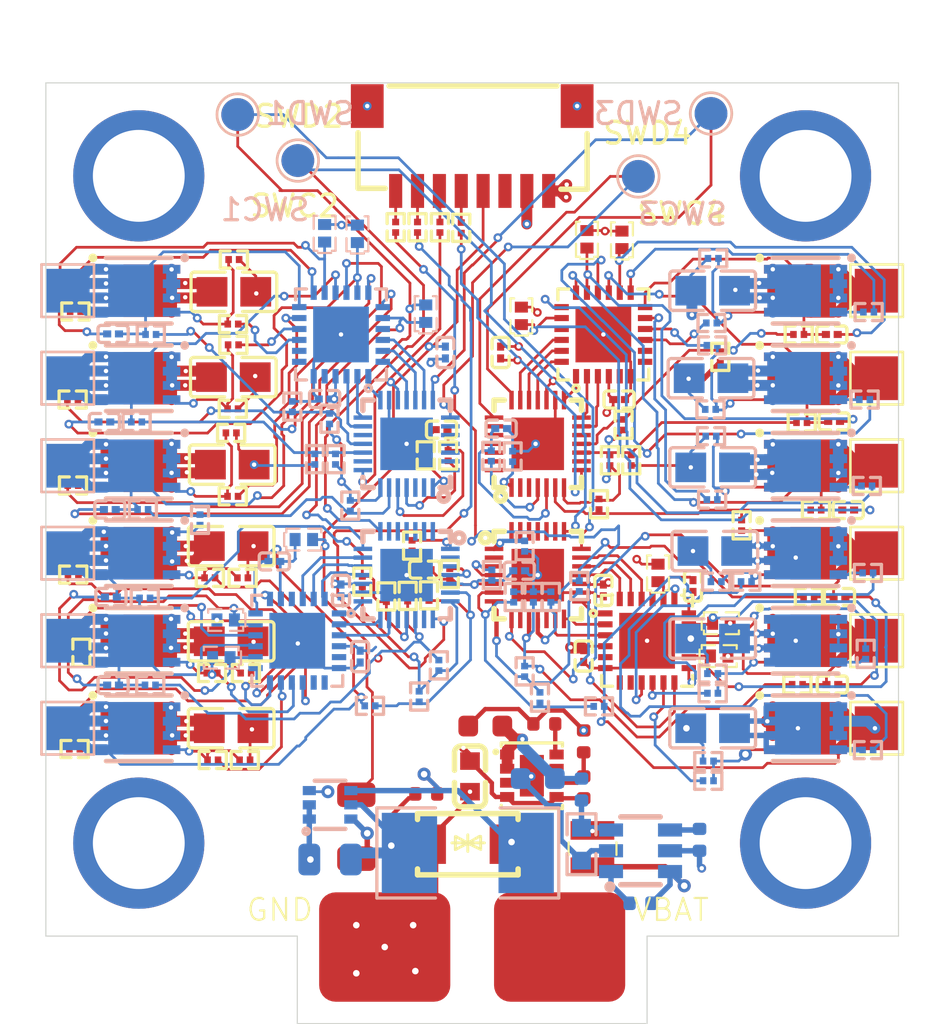
<source format=kicad_pcb>
(kicad_pcb (version 20241229) (generator "pcbnew") (generator_version "9.0")
  (layers (0 "F.Cu" signal) (4 "In1.Cu" power "GND") (6 "In2.Cu" power "PWR") (2 "B.Cu" signal) (13 "F.Paste" user) (15 "B.Paste" user) (5 "F.SilkS" user "F.Silkscreen") (7 "B.SilkS" user "B.Silkscreen") (1 "F.Mask" user) (3 "B.Mask" user) (25 "Edge.Cuts" user))
  (net 0 "")
  (net 1 "/GND")
  (net 2 "/3V3")
  (net 3 "/+8V")
  (net 4 "Net-(D1-K)")
  (net 5 "/ESC1/ESC2_A")
  (net 6 "Net-(D2-K)")
  (net 7 "/ESC1/ESC2_B")
  (net 8 "/ESC1/ESC2_C")
  (net 9 "Net-(D3-K)")
  (net 10 "/ESC2/ESC2_A")
  (net 11 "Net-(D4-K)")
  (net 12 "/ESC2/ESC2_B")
  (net 13 "Net-(D5-K)")
  (net 14 "Net-(D6-K)")
  (net 15 "/ESC2/ESC2_C")
  (net 16 "Net-(D7-K)")
  (net 17 "/ESC3/ESC2_A")
  (net 18 "/ESC3/ESC2_B")
  (net 19 "Net-(D8-K)")
  (net 20 "Net-(D9-K)")
  (net 21 "/ESC3/ESC2_C")
  (net 22 "Net-(D10-K)")
  (net 23 "/ESC4/ESC2_A")
  (net 24 "/ESC4/ESC2_B")
  (net 25 "Net-(D11-K)")
  (net 26 "Net-(D12-K)")
  (net 27 "/ESC4/ESC2_C")
  (net 28 "Net-(U21-BST)")
  (net 29 "Net-(U21-SW)")
  (net 30 "/VBAT")
  (net 32 "/CUR")
  (net 33 "/PWM4")
  (net 34 "/PWM1")
  (net 35 "/PWM3")
  (net 36 "/PWM2")
  (net 37 "Net-(Q1-G)")
  (net 38 "Net-(Q2-G)")
  (net 39 "Net-(Q3-G)")
  (net 40 "Net-(Q4-G)")
  (net 41 "Net-(Q5-G)")
  (net 42 "Net-(Q6-G)")
  (net 43 "Net-(Q7-G)")
  (net 44 "Net-(Q8-G)")
  (net 45 "Net-(Q9-G)")
  (net 46 "Net-(Q10-G)")
  (net 47 "Net-(Q11-G)")
  (net 48 "Net-(Q12-G)")
  (net 49 "Net-(Q13-G)")
  (net 50 "Net-(Q14-G)")
  (net 51 "Net-(Q15-G)")
  (net 52 "Net-(Q16-G)")
  (net 53 "Net-(Q17-G)")
  (net 54 "Net-(Q18-G)")
  (net 55 "Net-(Q19-G)")
  (net 56 "Net-(Q20-G)")
  (net 57 "Net-(Q21-G)")
  (net 58 "Net-(Q22-G)")
  (net 59 "Net-(Q23-G)")
  (net 60 "Net-(Q24-G)")
  (net 61 "Net-(U3-PA5)")
  (net 62 "Net-(U3-PA4)")
  (net 63 "Net-(U3-PA0)")
  (net 64 "Net-(U3-PA1)")
  (net 65 "Net-(U3-BOOT0)")
  (net 66 "Net-(U3-NRST)")
  (net 67 "Net-(U3-PA2)")
  (net 68 "/ESC1/H01")
  (net 69 "/ESC1/L01")
  (net 70 "/ESC1/H02")
  (net 71 "/ESC1/L02")
  (net 72 "/ESC1/H03")
  (net 73 "/ESC1/L03")
  (net 74 "Net-(U1-PA5)")
  (net 75 "Net-(U1-PA4)")
  (net 76 "Net-(U1-PA0)")
  (net 77 "Net-(U1-PA1)")
  (net 78 "Net-(U1-BOOT0)")
  (net 79 "Net-(U1-NRST)")
  (net 80 "Net-(U1-PA2)")
  (net 81 "/ESC2/H01")
  (net 82 "/ESC2/H02")
  (net 83 "/ESC2/L01")
  (net 84 "/ESC2/L02")
  (net 85 "/ESC2/L03")
  (net 86 "/ESC2/H03")
  (net 87 "Net-(U11-PA5)")
  (net 88 "Net-(U11-PA4)")
  (net 89 "Net-(U11-PA0)")
  (net 90 "Net-(U11-PA1)")
  (net 91 "Net-(U11-BOOT0)")
  (net 92 "Net-(U11-NRST)")
  (net 93 "Net-(U11-PA2)")
  (net 94 "/ESC3/H01")
  (net 95 "/ESC3/H02")
  (net 96 "/ESC3/L01")
  (net 97 "/ESC3/L02")
  (net 98 "/ESC3/L03")
  (net 99 "/ESC3/H03")
  (net 100 "Net-(U16-PA5)")
  (net 101 "Net-(U16-PA4)")
  (net 102 "Net-(U16-PA0)")
  (net 103 "Net-(U16-PA1)")
  (net 104 "Net-(U16-BOOT0)")
  (net 105 "Net-(U16-NRST)")
  (net 106 "Net-(U16-PA2)")
  (net 107 "/ESC4/H01")
  (net 108 "/ESC4/H02")
  (net 109 "/ESC4/L01")
  (net 110 "/ESC4/L02")
  (net 111 "/ESC4/L03")
  (net 112 "/ESC4/H03")
  (net 113 "Net-(U21-EN)")
  (net 114 "Net-(U21-FB)")
  (net 115 "/ESC1/SWCLK")
  (net 116 "/ESC1/SWDIO")
  (net 117 "/ESC2/SWCLK")
  (net 118 "/ESC2/SWDIO")
  (net 119 "/ESC3/SWCLK")
  (net 120 "/ESC3/SWDIO")
  (net 121 "/ESC4/SWCLK")
  (net 122 "/ESC4/SWDIO")
  (net 123 "/ESC2/HI2")
  (net 124 "/ESC2/LI1")
  (net 126 "/ESC2/HI1")
  (net 128 "/ESC2/LI2")
  (net 132 "/ESC2/LI3")
  (net 133 "/ESC2/HI3")
  (net 144 "/ESC1/HI1")
  (net 148 "/ESC1/LI1")
  (net 149 "/ESC1/HI3")
  (net 152 "/ESC1/LI2")
  (net 153 "/ESC1/LI3")
  (net 155 "/ESC1/HI2")
  (net 164 "/ESC3/LI3")
  (net 166 "/ESC3/LI2")
  (net 168 "/ESC3/LI1")
  (net 170 "/ESC3/HI3")
  (net 175 "/ESC3/HI1")
  (net 176 "/ESC3/HI2")
  (net 183 "/ESC4/LI3")
  (net 189 "/ESC4/LI2")
  (net 191 "/ESC4/HI1")
  (net 194 "/ESC4/HI2")
  (net 196 "/ESC4/HI3")
  (net 198 "/ESC4/LI1")
  (net 203 "Net-(U24-OUT)")
  (net 204 "/VIN")
  (net 205 "Net-(U22-SS{slash}TR)")
  (net 206 "Net-(U22-FB)")
  (footprint "lcsc:R0201" (layer "F.Cu") (at 143.175 99 180)
    (property "Reference" "R55" (hide yes))
    (property "Value" "10K")
  )
  (footprint "lcsc:QFN-24_L4.0-W4.0-P0.50-BL-EP2.6" (layer "F.Cu") (at 160.2 94.5)
    (property "Reference" "U17" (hide yes))
    (property "Value" "FD6288Q")
  )
  (footprint "Custom:VBAT" (layer "F.Cu") (at 150.2 117)
    (property "Reference" "GND")
    (property "Value" "TestPoint" (hide yes))
  )
  (footprint "lcsc:C0201" (layer "F.Cu") (at 171.4 102.525 180)
    (property "Reference" "C34" (hide yes))
    (property "Value" "1uF")
  )
  (footprint "lcsc:C0201" (layer "F.Cu") (at 152.8 98.85 180)
    (property "Reference" "C22" (hide yes))
    (property "Value" "100nF")
  )
  (footprint "TestPoint:TestPoint_Pad_2.0x2.0mm" (layer "F.Cu") (at 172.7 92.5)
    (property "Reference" "U20" (hide yes))
    (property "Value" "~")
  )
  (footprint "lcsc:R0201" (layer "F.Cu") (at 136.325 109.05 90)
    (property "Reference" "R38" (hide yes))
    (property "Value" "20R")
  )
  (footprint "lcsc:DFN-8_L3.0-W3.0-P0.65-BL" (layer "F.Cu") (at 169.45 112.5 -90)
    (property "Reference" "Q2" (hide yes))
    (property "Value" "~")
  )
  (footprint "lcsc:R0201" (layer "F.Cu") (at 143.7 105.625 180)
    (property "Reference" "R36" (hide yes))
    (property "Value" "10K")
  )
  (footprint "lcsc:C0201" (layer "F.Cu") (at 170.675 110.5 180)
    (property "Reference" "C8" (hide yes))
    (property "Value" "1uF" (hide yes))
  )
  (footprint "lcsc:C0201" (layer "F.Cu") (at 171 106.5 180)
    (property "Reference" "C9" (hide yes))
    (property "Value" "1uF" (hide yes))
  )
  (footprint "lcsc:C0805" (layer "F.Cu") (at 143.175 112.5 180)
    (property "Reference" "C12" (hide yes))
    (property "Value" "22uF")
  )
  (footprint "lcsc:R0201" (layer "F.Cu") (at 150.7 89.6 90)
    (property "Reference" "R12" (hide yes))
    (property "Value" "1K" (hide yes))
  )
  (footprint "lcsc:DFN-8_L3.0-W3.0-P0.65-BL" (layer "F.Cu") (at 138.95 104.5 -90)
    (property "Reference" "Q11" (hide yes))
    (property "Value" "~")
  )
  (footprint "PCM_JLCPCB:R_0402" (layer "F.Cu") (at 159.3 115.2 -90)
    (property "Reference" "R89" (hide yes))
    (property "Value" "75kΩ" (hide yes))
  )
  (footprint "lcsc:R0201" (layer "F.Cu") (at 135.94 101.4 180)
    (property "Reference" "R58" (hide yes))
    (property "Value" "20R")
  )
  (footprint "lcsc:R0201" (layer "F.Cu") (at 153.7 89.625 90)
    (property "Reference" "R75" (hide yes))
    (property "Value" "1K")
  )
  (footprint "lcsc:DFN1006-2L-RD" (layer "F.Cu") (at 159.45 90.15 90)
    (property "Reference" "D11" (hide yes))
    (property "Value" "1N4148D1")
  )
  (footprint "lcsc:R0201" (layer "F.Cu") (at 160.5 100.25 -90)
    (property "Reference" "R71" (hide yes))
    (property "Value" "10K")
  )
  (footprint "TestPoint:TestPoint_Pad_2.0x2.0mm" (layer "F.Cu") (at 172.7 108.5)
    (property "Reference" "U8" (hide yes))
    (property "Value" "~")
  )
  (footprint "lcsc:R0201" (layer "F.Cu") (at 166.525 103.225 -90)
    (property "Reference" "R67" (hide yes))
    (property "Value" "1k")
  )
  (footprint "lcsc:R0201" (layer "F.Cu") (at 161.125 98.625 -90)
    (property "Reference" "R70" (hide yes))
    (property "Value" "10K")
  )
  (footprint "lcsc:R0201" (layer "F.Cu") (at 143.3 91.075 180)
    (property "Reference" "R57" (hide yes))
    (property "Value" "10K")
  )
  (footprint "lcsc:R0201" (layer "F.Cu") (at 135.95 105.475 180)
    (property "Reference" "R42" (hide yes))
    (property "Value" "20R")
  )
  (footprint "lcsc:DFN-8_L3.0-W3.0-P0.65-BL" (layer "F.Cu") (at 138.95 92.5 -90)
    (property "Reference" "Q17" (hide yes))
    (property "Value" "~")
  )
  (footprint "lcsc:DFN-8_L3.0-W3.0-P0.65-BL" (layer "F.Cu") (at 169.45 108.5 -90)
    (property "Reference" "Q4" (hide yes))
    (property "Value" "~")
  )
  (footprint "lcsc:DFN1006-2L-RD" (layer "F.Cu") (at 165.5 109.2)
    (property "Reference" "D3" (hide yes))
    (property "Value" "1N4148D1" (hide yes))
  )
  (footprint "lcsc:C0805" (layer "F.Cu") (at 143.3 92.55 180)
    (property "Reference" "C19" (hide yes))
    (property "Value" "22uF")
  )
  (footprint "lcsc:R0201" (layer "F.Cu") (at 151.25 106.45 90)
    (property "Reference" "R27" (hide yes))
    (property "Value" "1k")
  )
  (footprint "lcsc:DFN1006-2L-RD" (layer "F.Cu") (at 162.7 105.4 90)
    (property "Reference" "D1" (hide yes))
    (property "Value" "1N4148D1" (hide yes))
  )
  (footprint "lcsc:R0201" (layer "F.Cu") (at 136.05 93.45 180)
    (property "Reference" "R63" (hide yes))
    (property "Value" "20R")
  )
  (footprint "lcsc:DFN1006-2L-RD" (layer "F.Cu") (at 156.45 93.65 90)
    (property "Reference" "D10" (hide yes))
    (property "Value" "1N4148D1")
  )
  (footprint "lcsc:DFN-8_L3.0-W3.0-P0.65-BL" (layer "F.Cu") (at 169.45 104.5 -90)
    (property "Reference" "Q6" (hide yes))
    (property "Value" "~" (hide yes))
  )
  (footprint "lcsc:R0201" (layer "F.Cu") (at 151.45 104.15 90)
    (property "Reference" "R31" (hide yes))
    (property "Value" "10K")
  )
  (footprint "lcsc:C0201" (layer "F.Cu") (at 152.025 105.25 180)
    (property "Reference" "C13" (hide yes))
    (property "Value" "100nF")
  )
  (footprint "lcsc:R0201" (layer "F.Cu") (at 165.55 95.525 -90)
    (property "Reference" "R68" (hide yes))
    (property "Value" "1k")
  )
  (footprint "lcsc:R0201" (layer "F.Cu") (at 169.075 110.5 180)
    (property "Reference" "R2" (hide yes))
    (property "Value" "10K" (hide yes))
  )
  (footprint "lcsc:DFN-8_L3.0-W3.0-P0.65-BL" (layer "F.Cu") (at 138.95 112.5 -90)
    (property "Reference" "Q9" (hide yes))
    (property "Value" "~")
  )
  (footprint "lcsc:R0201" (layer "F.Cu") (at 152.225 106.425 90)
    (property "Reference" "R25" (hide yes))
    (property "Value" "1k")
  )
  (footprint "lcsc:C0201" (layer "F.Cu") (at 170.755 98.475 180)
    (property "Reference" "C35" (hide yes))
    (property "Value" "1uF")
  )
  (footprint "lcsc:R0201" (layer "F.Cu") (at 136.015 113.45 180)
    (property "Reference" "R37" (hide yes))
    (property "Value" "20R")
  )
  (footprint "lcsc:QFN-28_L4.0-W4.0-P0.40-TL-EP2.4" (layer "F.Cu") (at 157.2 99.5 90)
    (property "Reference" "U16" (hide yes))
    (property "Value" "AT32F421G8U7")
  )
  (footprint "lcsc:R0201" (layer "F.Cu") (at 150.275 106.475 90)
    (property "Reference" "R26" (hide yes))
    (property "Value" "1k")
  )
  (footprint "lcsc:C0805" (layer "F.Cu") (at 143.175 104.175 180)
    (property "Reference" "C10" (hide yes))
    (property "Value" "22uF")
  )
  (footprint "PCM_JLCPCB:R_1206" (layer "F.Cu") (at 148.9 117 -90)
    (property "Reference" "R87" (hide yes))
    (property "Value" "56R" (hide yes))
  )
  (footprint "TestPoint:TestPoint_Pad_2.0x2.0mm" (layer "F.Cu") (at 172.7 112.5)
    (property "Reference" "U9" (hide yes))
    (property "Value" "~")
  )
  (footprint "lcsc:DFN-8_L3.0-W3.0-P0.65-BL" (layer "F.Cu") (at 138.95 100.5 -90)
    (property "Reference" "Q15" (hide yes))
    (property "Value" "~")
  )
  (footprint "lcsc:C0201" (layer "F.Cu") (at 170.65 94.5 180)
    (property "Reference" "C36" (hide yes))
    (property "Value" "1uF")
  )
  (footprint "lcsc:DFN-8_L3.0-W3.0-P0.65-BL" (layer "F.Cu") (at 169.45 96.5 -90)
    (property "Reference" "Q20" (hide yes))
    (property "Value" "~")
  )
  (footprint "lcsc:C0201" (layer "F.Cu") (at 160.92 97.475)
    (property "Reference" "C32" (hide yes))
    (property "Value" "1uF")
  )
  (footprint "Custom:VBAT" (layer "F.Cu") (at 158.2 117)
    (property "Reference" "VBAT")
    (property "Value" "TestPoint" (hide yes))
  )
  (footprint "lcsc:R0201" (layer "F.Cu") (at 160 102.26 90)
    (property "Reference" "R72" (hide yes))
    (property "Value" "10K")
  )
  (footprint "TestPoint:TestPoint_Pad_D1.5mm" (layer "F.Cu") (at 161.8 87.275)
    (property "Reference" "SWC4")
    (property "Value" "TestPoint")
  )
  (footprint "lcsc:R0201" (layer "F.Cu") (at 149.175 105.8 -90)
    (property "Reference" "R28" (hide yes))
    (property "Value" "10K")
  )
  (footprint "lcsc:R0201" (layer "F.Cu") (at 143.25 101.9)
    (property "Reference" "R60" (hide yes))
    (property "Value" "20R")
  )
  (footprint "lcsc:C0805" (layer "F.Cu") (at 143.225 100.45 180)
    (property "Reference" "C21" (hide yes))
    (property "Value" "22uF")
  )
  (footprint "lcsc:C0201" (layer "F.Cu") (at 155.5 95.325 -90)
    (property "Reference" "C33" (hide yes))
    (property "Value" "100nF")
  )
  (footprint "lcsc:DFN-8_L3.0-W3.0-P0.65-BL" (layer "F.Cu") (at 169.45 100.5 -90)
    (property "Reference" "Q22" (hide yes))
    (property "Value" "~")
  )
  (footprint "TestPoint:TestPoint_Pad_2.0x2.0mm" (layer "F.Cu") (at 172.7 96.5)
    (property "Reference" "U19" (hide yes))
    (property "Value" "~")
  )
  (footprint "lcsc:C0201" (layer "F.Cu") (at 164.3 106 -90)
    (property "Reference" "C7" (hide yes))
    (property "Value" "1uF" (hide yes))
  )
  (footprint "lcsc:QFN-24_L4.0-W4.0-P0.50-BL-EP2.6" (layer "F.Cu") (at 162.2 108.5 -90)
    (property "Reference" "U4" (hide yes))
    (property "Value" "FD6288Q")
  )
  (footprint "lcsc:R0201" (layer "F.Cu") (at 143.26 94.025)
    (property "Reference" "R62" (hide yes))
    (property "Value" "20R")
  )
  (footprint "lcsc:DFN1006-2L-RD" (layer "F.Cu") (at 165.6 107.7)
    (property "Reference" "D2" (hide yes))
    (property "Value" "1N4148D1" (hide yes))
  )
  (footprint "lcsc:R0201" (layer "F.Cu") (at 153.175 105.45 90)
    (property "Reference" "R32" (hide yes))
    (property "Value" "10K")
  )
  (footprint "lcsc:R0201" (layer "F.Cu") (at 143.275 94.975)
    (property "Reference" "R61" (hide yes))
    (property "Value" "20R")
  )
  (footprint "lcsc:R0201" (layer "F.Cu") (at 143.85 109.975 180)
    (property "Reference" "R35" (hide yes))
    (property "Value" "10K")
  )
  (footprint "lcsc:IND-SMD_L2.5-W2.0-VLS252012CX-150M" (layer "F.Cu") (at 159.7 118 90)
    (property "Reference" "L1" (hide yes))
    (property "Value" "FTC252010S4R7MBCA" (hide yes))
  )
  (footprint "TestPoint:TestPoint_Pad_2.0x2.0mm" (layer "F.Cu") (at 172.7 104.5)
    (property "Reference" "U7" (hide yes))
    (property "Value" "~")
  )
  (footprint "lcsc:DFN1006-2L-RD" (layer "F.Cu") (at 161.05 90.175 90)
    (property "Reference" "D12" (hide yes))
    (property "Value" "1N4148D1")
  )
  (footprint "TestPoint:TestPoint_Pad_2.0x2.0mm" (layer "F.Cu") (at 172.7 100.5)
    (property "Reference" "U18" (hide yes))
    (property "Value" "~")
  )
  (footprint "PCM_JLCPCB:C_0603" (layer "F.Cu") (at 154.8 112.4)
    (property "Reference" "C51" (hide yes))
    (property "Value" "10uF" (hide yes))
  )
  (footprint "PCM_JLCPCB:C_0402" (layer "F.Cu") (at 152.1 115.5)
    (property "Reference" "C49" (hide yes))
    (property "Value" "1nF" (hide yes))
  )
  (footprint "PCM_JLCPCB:R_0402" (layer "F.Cu") (at 159.3 113.1 -90)
    (property "Reference" "R90" (hide yes))
    (property "Value" "24kΩ" (hide yes))
  )
  (footprint "lcsc:R0201" (layer "F.Cu") (at 143.25 97.9 180)
    (property "Reference" "R56" (hide yes))
    (property "Value" "10K")
  )
  (footprint "lcsc:R0201" (layer "F.Cu") (at 142.2 105.625)
    (property "Reference" "R41" (hide yes))
    (property "Value" "20R")
  )
  (footprint "lcsc:R0201" (layer "F.Cu") (at 169.275 98.525 180)
    (property "Reference" "R65" (hide yes))
    (property "Value" "10K")
  )
  (footprint "lcsc:C0603" (layer "F.Cu") (at 154.1 114.7 90)
    (property "Reference" "C52" (hide yes))
    (property "Value" "CL10A226MP8NUNE" (hide yes))
  )
  (footprint "lcsc:R0201" (layer "F.Cu") (at 153.1 100.035 -90)
    (property "Reference" "R53" (hide yes))
    (property "Value" "10K")
  )
  (footprint "lcsc:DFN-8_L3.0-W3.0-P0.65-BL" (layer "F.Cu") (at 138.95 108.5 -90)
    (property "Reference" "Q7" (hide yes))
    (property "Value" "~")
  )
  (footprint "lcsc:R0201" (layer "F.Cu") (at 152.075 100.025 -90)
    (property "Reference" "R52" (hide yes))
    (property "Value" "10K")
  )
  (footprint "PCM_JLCPCB:C_0402" (layer "F.Cu") (at 157.5 112.3)
    (property "Reference" "C53" (hide yes))
    (property "Value" "10nF")
  )
  (footprint "lcsc:C0201" (layer "F.Cu") (at 160.2 106.2 -90)
    (property "Reference" "C6" (hide yes))
    (property "Value" "100nF" (hide yes))
  )
  (footprint "lcsc:C0201" (layer "F.Cu") (at 159.3 109.2 -90)
    (property "Reference" "C5" (hide yes))
    (property "Value" "1uF" (hide yes))
  )
  (footprint "lcsc:R0201" (layer "F.Cu") (at 142.335 113.95)
    (property "Reference" "R39" (hide yes))
    (property "Value" "20R")
  )
  (footprint "TestPoint:TestPoint_Pad_D1.5mm" (layer "F.Cu") (at 143.475 84.45)
    (property "Reference" "SWD2")
    (property "Value" "TestPoint")
  )
  (footprint "lcsc:R0201" (layer "F.Cu") (at 169.135 94.5 180)
    (property "Reference" "R64" (hide yes))
    (property "Value" "10K")
  )
  (footprint "lcsc:R0201" (layer "F.Cu") (at 169.925 102.525 180)
    (property "Reference" "R66" (hide yes))
    (property "Value" "10K")
  )
  (footprint "lcsc:C0805" (layer "F.Cu") (at 143.175 108.525 180)
    (property "Reference" "C11" (hide yes))
    (property "Value" "22uF")
  )
  (footprint "lcsc:DFN-8_L3.0-W3.0-P0.65-BL" (layer "F.Cu") (at 169.45 92.5 -90)
    (property "Reference" "Q24" (hide yes))
    (property "Value" "~")
  )
  (footprint "lcsc:USIP-8_L3.0-W2.8-P0.65-TL-EP" (layer "F.Cu") (at 156.93 114.67)
    (property "Reference" "U22" (hide yes))
    (property "Value" "TPS82130SILR" (hide yes))
  )
  (footprint "TestPoint:TestPoint_Pad_D1.5mm" (layer "F.Cu") (at 146.225 86.55)
    (property "Reference" "SWC2")
    (property "Value" "TestPoint")
  )
  (footprint "lcsc:SMA_L4.4-W2.6-LS5.0-BI" (layer "F.Cu") (at 154 117.8 180)
    (property "Reference" "D17" (hide yes))
    (property "Value" "SMAJ30CA_C698935" (hide yes))
  )
  (footprint "TestPoint:TestPoint_Pad_D1.5mm" (layer "F.Cu") (at 165.125 84.4)
    (property "Reference" "SWD4")
    (property "Value" "TestPoint")
  )
  (footprint "lcsc:QFN-28_L4.0-W4.0-P0.40-TL-EP2.4" (layer "F.Cu") (at 157.2 105.5)
    (property "Reference" "U3" (hide yes))
    (property "Value" "AT32F421G8U7" (hide yes))
  )
  (footprint "lcsc:R0201" (layer "F.Cu") (at 152.725 89.6 90)
    (property "Reference" "R54" (hide yes))
    (property "Value" "1K")
  )
  (footprint "lcsc:DFN-8_L3.0-W3.0-P0.65-BL" (layer "F.Cu") (at 138.95 96.5 -90)
    (property "Reference" "Q13" (hide yes))
    (property "Value" "~")
  )
  (footprint "lcsc:R0201" (layer "F.Cu") (at 135.925 97.475 180)
    (property "Reference" "R59" (hide yes))
    (property "Value" "20R")
  )
  (footprint "lcsc:R0201" (layer "F.Cu") (at 143.8 113.95 180)
    (property "Reference" "R34" (hide yes))
    (property "Value" "10K")
  )
  (footprint "lcsc:CONN-TH_SM08B-SRSS-TB-LF-SN" (layer "F.Cu") (at 154.2 86 180)
    (property "Reference" "P1" (hide yes))
    (property "Value" "SM08B-SRSS-TB(LF)(SN)")
  )
  (footprint "lcsc:C0805" (layer "F.Cu") (at 143.275 96.45 180)
    (property "Reference" "C20" (hide yes))
    (property "Value" "22uF")
  )
  (footprint "lcsc:R0201" (layer "F.Cu") (at 161.475 100.25 -90)
    (property "Reference" "R69" (hide yes))
    (property "Value" "1k")
  )
  (footprint "lcsc:R0201" (layer "F.Cu") (at 142.3 109.975)
    (property "Reference" "R40" (hide yes))
    (property "Value" "20R")
  )
  (footprint "lcsc:R0201" (layer "F.Cu") (at 151.7 89.6 90)
    (property "Reference" "R33" (hide yes))
    (property "Value" "1K")
  )
  (footprint "lcsc:R0201" (layer "F.Cu") (at 169.6 106.5 180)
    (property "Reference" "R1" (hide yes))
    (property "Value" "10K" (hide yes))
  )
  (footprint "PCM_JLCPCB:C_0402" (layer "B.Cu") (at 161.9 120.5)
    (property "Reference" "C37" (hide yes))
    (property "Value" "100nF")
  )
  (footprint "TestPoint:TestPoint_Pad_2.0x2.0mm" (layer "B.Cu") (at 135.7 108.5 180)
    (property "Reference" "U6" (hide yes))
    (property "Value" "~")
  )
  (footprint "lcsc:DFN1006-2L-RD" (layer "B.Cu") (at 148.95 89.9 90)
    (property "Reference" "D8" (hide yes))
    (property "Value" "1N4148D1")
  )
  (footprint "TestPoint:TestPoint_Pad_D1.5mm" (layer "B.Cu") (at 165.125 84.4 180)
    (property "Reference" "SWD3")
    (property "Value" "TestPoint")
  )
  (footprint "lcsc:R0201" (layer "B.Cu") (at 165.2 110.9 180)
    (property "Reference" "R19" (hide yes))
    (property "Value" "20R" (hide yes))
  )
  (footprint "lcsc:C0201" (layer "B.Cu") (at 137.375 98.5)
    (property "Reference" "C26" (hide yes))
    (property "Value" "1uF")
  )
  (footprint "lcsc:R0201" (layer "B.Cu") (at 156.6 109.9 -90)
    (property "Reference" "R8" (hide yes))
    (property "Value" "10K" (hide yes))
  )
  (footprint "lcsc:QFN-28_L4.0-W4.0-P0.40-TL-EP2.4" (layer "B.Cu") (at 151.2 99.5 90)
    (property "Reference" "U11" (hide yes))
    (property "Value" "AT32F421G8U7")
  )
  (footprint "lcsc:C0201" (layer "B.Cu") (at 137.675 106.5)
    (property "Reference" "C18" (hide yes))
    (property "Value" "1uF")
  )
  (footprint "lcsc:R0201" (layer "B.Cu") (at 155.1 105.5 90)
    (property "Reference" "R11" (hide yes))
    (property "Value" "10K" (hide yes))
  )
  (footprint "lcsc:DFN1006-2L-RD" (layer "B.Cu") (at 142.725 109.275 180)
    (property "Reference" "D6" (hide yes))
    (property "Value" "1N4148D1")
  )
  (footprint "PCM_JLCPCB:C_0805" (layer "B.Cu") (at 147.7 118.5 180)
    (property "Reference" "C50" (hide yes))
    (property "Value" "10uF" (hide yes))
  )
  (footprint "lcsc:DFN-8_L3.0-W3.0-P0.65-BL" (layer "B.Cu") (at 169.45 92.5 -90)
    (property "Reference" "Q23" (hide yes))
    (property "Value" "~")
  )
  (footprint "lcsc:C0201" (layer "B.Cu") (at 149.075 109.225 -90)
    (property "Reference" "C14" (hide yes))
    (property "Value" "1uF")
  )
  (footprint "lcsc:QFN-24_L4.0-W4.0-P0.50-BL-EP2.6" (layer "B.Cu") (at 148.2 94.5 180)
    (property "Reference" "U12" (hide yes))
    (property "Value" "FD6288Q")
  )
  (footprint "lcsc:C0201" (layer "B.Cu") (at 137.775 110.525)
    (property "Reference" "C17" (hide yes))
    (property "Value" "1uF")
  )
  (footprint "lcsc:R0201" (layer "B.Cu") (at 172.15 97.475)
    (property "Reference" "R80" (hide yes))
    (property "Value" "20R")
  )
  (footprint "lcsc:DFN-8_L3.0-W3.0-P0.65-BL" (layer "B.Cu") (at 169.45 108.5 -90)
    (property "Reference" "Q3" (hide yes))
    (property "Value" "~")
  )
  (footprint "TestPoint:TestPoint_Pad_2.0x2.0mm" (layer "B.Cu") (at 135.7 100.5 180)
    (property "Reference" "U13" (hide yes))
    (property "Value" "~")
  )
  (footprint "lcsc:DFN-8_L3.0-W3.0-P0.65-BL" (layer "B.Cu") (at 138.95 108.5 -90)
    (property "Reference" "Q8" (hide yes))
    (property "Value" "~")
  )
  (footprint "lcsc:R0201" (layer "B.Cu") (at 165.125 99.15)
    (property "Reference" "R76" (hide yes))
    (property "Value" "10K")
  )
  (footprint "lcsc:R0201" (layer "B.Cu") (at 141.75 102.975 -90)
    (property "Reference" "R46" (hide yes))
    (property "Value" "1k")
  )
  (footprint "lcsc:C0805" (layer "B.Cu") (at 165.2 92.5)
    (property "Reference" "C29" (hide yes))
    (property "Value" "22uF")
  )
  (footprint "lcsc:R0201" (layer "B.Cu") (at 165.36 105.8)
    (property "Reference" "R15" (hide yes))
    (property "Value" "10K" (hide yes))
  )
  (footprint "lcsc:DFN-8_L3.0-W3.0-P0.65-BL" (layer "B.Cu") (at 138.95 112.5 -90)
    (property "Reference" "Q10" (hide yes))
    (property "Value" "~")
  )
  (footprint "lcsc:RES-SMD_L6.4-W3.4" (layer "B.Cu") (at 154 118.2 180)
    (property "Reference" "R240" (hide yes))
    (property "Value" "EBWM2512F1L00S9" (hide yes))
  )
  (footprint "lcsc:DFN-8_L3.0-W3.0-P0.65-BL" (layer "B.Cu") (at 138.95 92.5 -90)
    (property "Reference" "Q18" (hide yes))
    (property "Value" "~")
  )
  (footprint "lcsc:QFN-24_L4.0-W4.0-P0.50-BL-EP2.6" (layer "B.Cu") (at 146.2 108.5 -90)
    (property "Reference" "U2" (hide yes))
    (property "Value" "FD6288Q")
  )
  (footprint "lcsc:R0201" (layer "B.Cu") (at 156.05 100.075 -90)
    (property "Reference" "R73" (hide yes))
    (property "Value" "10K")
  )
  (footprint "lcsc:C0805" (layer "B.Cu") (at 165.3 104.4)
    (property "Reference" "C1" (hide yes))
    (property "Value" "22uF" (hide yes))
  )
  (footprint "lcsc:DFN-8_L3.0-W3.0-P0.65-BL" (layer "B.Cu") (at 169.45 96.5 -90)
    (property "Reference" "Q19" (hide yes))
    (property "Value" "~")
  )
  (footprint "lcsc:R0201" (layer "B.Cu") (at 172.3 105.4)
    (property "Reference" "R20" (hide yes))
    (property "Value" "20R" (hide yes))
  )
  (footprint "lcsc:R0201" (layer "B.Cu") (at 147 100.2 -90)
    (property "Reference" "R48" (hide yes))
    (property "Value" "1k")
  )
  (footprint "lcsc:DFN-8_L3.0-W3.0-P0.65-BL" (layer "B.Cu") (at 169.45 112.5 -90)
    (property "Reference" "Q1" (hide yes))
    (property "Value" "~")
  )
  (footprint "lcsc:C0201" (layer "B.Cu") (at 155.525 98.8)
    (property "Reference" "C31" (hide yes))
    (property "Value" "100nF")
  )
  (footprint "lcsc:R0201" (layer "B.Cu") (at 172.3 113.5)
    (property "Reference" "R16" (hide yes))
    (property "Value" "20R" (hide yes))
  )
  (footprint "PCM_JLCPCB:C_0603" (layer "B.Cu") (at 157.2 114.8 180)
    (property "Reference" "C38" (hide yes))
    (property "Value" "10uF")
  )
  (footprint "lcsc:DFN-8_L3.0-W3.0-P0.65-BL" (layer "B.Cu") (at 138.95 96.5 -90)
    (property "Reference" "Q14" (hide yes))
    (property "Value" "~")
  )
  (footprint "lcsc:R0201" (layer "B.Cu") (at 155.075 100.05 -90)
    (property "Reference" "R74" (hide yes))
    (property "Value" "10K")
  )
  (footprint "lcsc:R0201" (layer "B.Cu") (at 145.975 97.8 90)
    (property "Reference" "R47" (hide yes))
    (property "Value" "1k")
  )
  (footprint "lcsc:R0201" (layer "B.Cu") (at 160 111.5 180)
    (property "Reference" "R3" (hide yes))
    (property "Value" "10K" (hide yes))
  )
  (footprint "lcsc:R0201" (layer "B.Cu") (at 147.675 98.35 -90)
    (property "Reference" "R49" (hide yes))
    (property "Value" "10K")
  )
  (footprint "lcsc:C0201" (layer "B.Cu") (at 148.2 106.2 -90)
    (property "Reference" "C15" (hide yes))
    (property "Value" "100nF")
  )
  (footprint "lcsc:R0201" (layer "B.Cu") (at 139.475 110.525)
    (property "Reference" "R23" (hide yes))
    (property "Value" "10K")
  )
  (footprint "lcsc:C0201" (layer "B.Cu") (at 145.15 104.875 180)
    (property "Reference" "C16" (hide yes))
    (property "Value" "1uF")
  )
  (footprint "lcsc:DFN-8_L3.0-W3.0-P0.65-BL" (layer "B.Cu") (at 138.95 100.5 -90)
    (property "Reference" "Q16" (hide yes))
    (property "Value" "~")
  )
  (footprint "lcsc:R0201" (layer "B.Cu") (at 165.175 102.05 180)
    (property "Reference" "R81" (hide yes))
    (property "Value" "20R")
  )
  (footprint "lcsc:R0201" (layer "B.Cu") (at 159.1 106 -90)
    (property "Reference" "R7" (hide yes))
    (property "Value" "10K" (hide yes))
  )
  (footprint "lcsc:DFN1006-2L-RD" (layer "B.Cu") (at 142.925 107.55 180)
    (property "Reference" "D5" (hide yes))
    (property "Value" "1N4148D1")
  )
  (footprint "lcsc:C0805" (layer "B.Cu") (at 165.2 108.4)
    (property "Reference" "C3" (hide yes))
    (property "Value" "22uF" (hide yes))
  )
  (footprint "lcsc:C0201" (layer "B.Cu") (at 156.35 105.3)
    (property "Reference" "C4" (hide yes))
    (property "Value" "100nF" (hide yes))
  )
  (footprint "TestPoint:TestPoint_Pad_2.0x2.0mm" (layer "B.Cu") (at 135.7 104.5 180)
    (property "Reference" "U10" (hide yes))
    (property "Value" "~")
  )
  (footprint "lcsc:R0201" (layer "B.Cu") (at 151.775 111.05 90)
    (property "Reference" "R30" (hide yes))
    (property "Value" "10K")
  )
  (footprint "lcsc:R0201" (layer "B.Cu") (at 172.25 101.425)
    (property "Reference" "R79" (hide yes))
    (property "Value" "20R")
  )
  (footprint "lcsc:R0201" (layer "B.Cu") (at 172.335 93.475)
    (property "Reference" "R84" (hide yes))
    (property "Value" "20R")
  )
  (footprint "lcsc:C0805" (layer "B.Cu") (at 165.2 112.5)
    (property "Reference" "C2" (hide yes))
    (property "Value" "22uF" (hide yes))
  )
  (footprint "lcsc:C0201" (layer "B.Cu") (at 137.775 94.475)
    (property "Reference" "C27" (hide yes))
    (property "Value" "1uF")
  )
  (footprint "lcsc:R0201" (layer "B.Cu") (at 156.1 106.5 90)
    (property "Reference" "R4" (hide yes))
    (property "Value" "1k" (hide yes))
  )
  (footprint "lcsc:R0201" (layer "B.Cu") (at 157.3 111.1 90)
    (property "Reference" "R9" (hide yes))
    (property "Value" "10K" (hide yes))
  )
  (footprint "lcsc:R0201" (layer "B.Cu") (at 172.2 109.1 90)
    (property "Reference" "R18" (hide yes))
    (property "Value" "20R" (hide yes))
  )
  (footprint "lcsc:R0201" (layer "B.Cu") (at 166.74 105.8 180)
    (property "Reference" "R21" (hide yes))
    (property "Value" "20R")
  )
  (footprint "lcsc:C0805" (layer "B.Cu") (at 165.125 96.5)
    (property "Reference" "C28" (hide yes))
    (property "Value" "22uF")
  )
  (footprint "lcsc:R0201" (layer "B.Cu") (at 165 114.9 180)
    (property "Reference" "R17" (hide yes))
    (property "Value" "20R" (hide yes))
  )
  (footprint "lcsc:DFN-8_L3.0-W3.0-P0.65-BL" (layer "B.Cu") (at 169.45 100.5 -90)
    (property "Reference" "Q21" (hide yes))
    (property "Value" "~")
  )
  (footprint "PCM_JLCPCB:R_0402" (layer "B.Cu") (at 159.2 115.3 -90)
    (property "Reference" "R86" (hide yes))
    (property "Value" "100kΩ" (hide yes))
  )
  (footprint "lcsc:R0201" (layer "B.Cu") (at 152.675 109.625 -90)
    (property "Reference" "R29" (hide yes))
    (property "Value" "10K")
  )
  (footprint "lcsc:C0201" (layer "B.Cu") (at 137.625 102.5)
    (property "Reference" "C25" (hide yes))
    (property "Value" "1uF")
  )
  (footprint "lcsc:R0201" (layer "B.Cu") (at 157 106.5 90)
    (property "Reference" "R6" (hide yes))
    (property "Value" "1k" (hide yes))
  )
  (footprint "lcsc:R0201" (layer "B.Cu") (at 165.1 97.925)
    (property "Reference" "R77" (hide yes))
    (property "Value" "10K")
  )
  (footprint "PCM_JLCPCB:R_0402" (layer "B.Cu") (at 164.6 117.6 -90)
    (property "Reference" "R85" (hide yes))
    (property "Value" "100kΩ" (hide yes))
  )
  (footprint "lcsc:R0201" (layer "B.Cu") (at 139.5 94.5)
    (property "Reference" "R43" (hide yes))
    (property "Value" "10K")
  )
  (footprint "lcsc:C0805" (layer "B.Cu") (at 165.2 100.575)
    (property "Reference" "C30" (hide yes))
    (property "Value" "22uF")
  )
  (footprint "lcsc:R0201" (layer "B.Cu") (at 165.225 91.025)
    (property "Reference" "R78" (hide yes))
    (property "Value" "10K")
  )
  (footprint "TestPoint:TestPoint_Pad_D1.5mm" (layer "B.Cu") (at 146.225 86.55 180)
    (property "Reference" "SWC1")
    (property "Value" "TestPoint")
  )
  (footprint "lcsc:R0201" (layer "B.Cu") (at 165.175 95 180)
    (property "Reference" "R82" (hide yes))
    (property "Value" "20R")
  )
  (footprint "TestPoint:TestPoint_Pad_D1.5mm" (layer "B.Cu") (at 161.8 87.275 180)
    (property "Reference" "SWC3")
    (property "Value" "TestPoint")
  )
  (footprint "lcsc:DFN1006-2L-RD" (layer "B.Cu") (at 152.075 93.55 90)
    (property "Reference" "D7" (hide yes))
    (property "Value" "1N4148D1")
  )
  (footprint "lcsc:R0201" (layer "B.Cu") (at 157.8 106.5 90)
    (property "Reference" "R5" (hide yes))
    (property "Value" "1k" (hide yes))
  )
  (footprint "lcsc:R0201" (layer "B.Cu") (at 165.15 93.975 180)
    (property "Reference" "R83" (hide yes))
    (property "Value" "20R")
  )
  (footprint "lcsc:SOT-23-6_L2.9-W1.6-P0.95-LS2.8-BR" (layer "B.Cu") (at 161.9 118.1 180)
    (property "Reference" "U21" (hide yes))
    (property "Value" "JW5026" (hide yes))
  )
  (footprint "lcsc:QFN-28_L4.0-W4.0-P0.40-TL-EP2.4" (layer "B.Cu") (at 151.2 105.5 180)
    (property "Reference" "U1" (hide yes))
    (property "Value" "AT32F421G8U7" (hide yes))
  )
  (footprint "lcsc:C0201" (layer "B.Cu") (at 147.45 97.45 180)
    (property "Reference" "C23" (hide yes))
    (property "Value" "1uF")
  )
  (footprint "lcsc:R0201" (layer "B.Cu") (at 139.225 106.55)
    (property "Reference" "R22" (hide yes))
    (property "Value" "10K")
  )
  (footprint "lcsc:C0201" (layer "B.Cu") (at 152.975 95.325 -90)
    (property "Reference" "C24" (hide yes))
    (property "Value" "100nF")
  )
  (footprint "lcsc:DFN1006-2L-RD" (layer "B.Cu") (at 147.45 89.875 90)
    (property "Reference" "D9" (hide yes))
    (property "Value" "1N4148D1")
  )
  (footprint "lcsc:R0201" (layer "B.Cu") (at 139.135 102.5)
    (property "Reference" "R45" (hide yes))
    (property "Value" "10K")
  )
  (footprint "lcsc:R0201" (layer "B.Cu") (at 165.2 110)
    (property "Reference" "R14" (hide yes))
    (property "Value" "10K" (hide yes))
  )
  (footprint "lcsc:R0201" (layer "B.Cu") (at 149.525 111.475)
    (property "Reference" "R24" (hide yes))
    (property "Value" "10K")
  )
  (footprint "lcsc:SC-70-6_L2.2-W1.3-P0.65-LS2.1-BR" (layer "B.Cu") (at 147.7 116 180)
    (property "Reference" "U24" (hide yes))
    (property "Value" "INA199A1DCKR" (hide yes))
  )
  (footprint "lcsc:DFN1006-2L-RD" (layer "B.Cu") (at 146.5 103.875)
    (property "Reference" "D4" (hide yes))
    (property "Value" "1N4148D1")
  )
  (footprint "lcsc:R0201" (layer "B.Cu") (at 147.95 100.2 -90)
    (property "Reference" "R50" (hide yes))
    (property "Value" "10K")
  )
  (footprint "TestPoint:TestPoint_Pad_2.0x2.0mm" (layer "B.Cu") (at 135.7 96.5 180)
    (property "Reference" "U14" (hide yes))
    (property "Value" "~")
  )
  (footprint "lcsc:DFN-8_L3.0-W3.0-P0.65-BL" (layer "B.Cu") (at 138.95 104.5 -90)
    (property "Reference" "Q12" (hide yes))
    (property "Value" "~")
  )
  (footprint "TestPoint:TestPoint_Pad_2.0x2.0mm" (layer "B.Cu") (at 135.7 112.5 180)
    (property "Reference" "U5" (hide yes))
    (property "Value" "~")
  )
  (footprint "lcsc:R0201" (layer "B.Cu") (at 148.625 102.325 90)
    (property "Reference" "R51" (hide yes))
    (property "Value" "10K")
  )
  (footprint "lcsc:DFN-8_L3.0-W3.0-P0.65-BL" (layer "B.Cu") (at 169.45 104.5 -90)
    (property "Reference" "Q5" (hide yes))
    (property "Value" "~")
  )
  (footprint "TestPoint:TestPoint_Pad_D1.5mm" (layer "B.Cu") (at 143.475 84.45 180)
    (property "Reference" "SWD1")
    (property "Value" "TestPoint")
  )
  (footprint "lcsc:R0201" (layer "B.Cu") (at 165 114)
    (property "Reference" "R13" (hide yes))
    (property "Value" "10K" (hide yes))
  )
  (footprint "lcsc:R0201" (layer "B.Cu") (at 138.85 98.5)
    (property "Reference" "R44" (hide yes))
    (property "Value" "10K")
  )
  (footprint "TestPoint:TestPoint_Pad_2.0x2.0mm" (layer "B.Cu") (at 135.7 92.5 180)
    (property "Reference" "U15" (hide yes))
    (property "Value" "~")
  )
  (footprint "lcsc:R0603" (layer "B.Cu") (at 159.2 117.8 -90)
    (property "Reference" "R88" (hide yes))
    (property "Value" "11K" (hide yes))
  )
  (footprint "lcsc:R0201" (layer "B.Cu") (at 156.6 104.175 90)
    (property "Reference" "R10" (hide yes))
    (property "Value" "10K" (hide yes))
  )
  (gr_line (start 146.2 122) (end 134.7 122) (stroke (width 0.05)) (layer "Edge.Cuts"))
  (gr_line (start 162.2 122) (end 162.2 126) (stroke (width 0.05)) (layer "Edge.Cuts"))
  (gr_line (start 146.2 126) (end 162.2 126) (stroke (width 0.05)) (layer "Edge.Cuts"))
  (gr_line (start 134.7 122) (end 134.7 83) (stroke (width 0.05)) (layer "Edge.Cuts"))
  (gr_line (start 134.7 83) (end 173.7 83) (stroke (width 0.05)) (layer "Edge.Cuts"))
  (gr_line (start 173.7 83) (end 173.7 122) (stroke (width 0.05)) (layer "Edge.Cuts"))
  (gr_line (start 146.2 126) (end 146.2 122) (stroke (width 0.05)) (layer "Edge.Cuts"))
  (gr_line (start 173.7 122) (end 162.2 122) (stroke (width 0.05)) (layer "Edge.Cuts"))
  (segment (start 151.55 121.15) (end 151.451 121.249) (width 0.5) (layer "F.Cu") (net 1))
  (segment (start 159.915 106.47) (end 159.745 106.3) (width 0.125) (layer "F.Cu") (net 1))
  (segment (start 156.61 114.99) (end 156.9 114.7) (width 0.25) (layer "F.Cu") (net 1))
  (segment (start 158 98.600001) (end 157.100001 99.5) (width 0.125) (layer "F.Cu") (net 1))
  (segment (start 152 117.8) (end 151.9 117.9) (width 0.5) (layer "F.Cu") (net 1))
  (segment (start 143.49 97.9) (end 144.275 97.115) (width 0.125) (layer "F.Cu") (net 1))
  (segment (start 167.95 91.520002) (end 167.950002 91.52) (width 0.5) (layer "F.Cu") (net 1))
  (segment (start 152.4 120.3) (end 151.55 121.15) (width 0.5) (layer "F.Cu") (net 1))
  (segment (start 143.54 91.075) (end 144.3 91.835) (width 0.125) (layer "F.Cu") (net 1))
  (segment (start 164.1 96.525) (end 164.79 96.525) (width 0.25) (layer "F.Cu") (net 1))
  (segment (start 151.5 118.9) (end 151.5 121.2) (width 0.5) (layer "F.Cu") (net 1))
  (segment (start 151.4 118.8) (end 151.5 118.9) (width 0.5) (layer "F.Cu") (net 1))
  (segment (start 154.1 115.7) (end 152 117.8) (width 0.2) (layer "F.Cu") (net 1))
  (segment (start 167.95 99.525) (end 167.95 100.83) (width 0.5) (layer "F.Cu") (net 1))
  (segment (start 167.895 103.465) (end 167.95 103.52) (width 0.125) (layer "F.Cu") (net 1))
  (segment (start 150.275 106.235) (end 151.225 106.235) (width 0.125) (layer "F.Cu") (net 1))
  (segment (start 151.2 106.16) (end 151.25 106.21) (width 0.125) (layer "F.Cu") (net 1))
  (segment (start 151.755 105.25) (end 151.45 105.25) (width 0.125) (layer "F.Cu") (net 1))
  (segment (start 151.2 105.5) (end 151.2 106.16) (width 0.125) (layer "F.Cu") (net 1))
  (segment (start 144.09 109.975) (end 144.175 109.89) (width 0.125) (layer "F.Cu") (net 1))
  (segment (start 152.225 106.185) (end 151.275 106.185) (width 0.125) (layer "F.Cu") (net 1))
  (segment (start 156.275 95.675) (end 155.555 95.675) (width 0.125) (layer "F.Cu") (net 1))
  (segment (start 152.4 118.2) (end 152.4 118.7) (width 0.5) (layer "F.Cu") (net 1))
  (segment (start 143.94 105.625) (end 143.94 104.41) (width 0.125) (layer "F.Cu") (net 1))
  (segment (start 152 117.8) (end 152.4 118.2) (width 0.5) (layer "F.Cu") (net 1))
  (segment (start 167.7 112.18) (end 167.7 111.52) (width 0.125) (layer "F.Cu") (net 1))
  (segment (start 159.745 106.3) (end 159.2 106.3) (width 0.125) (layer "F.Cu") (net 1))
  (segment (start 151.451 121.249) (end 150.2 121.249) (width 0.5) (layer "F.Cu") (net 1))
  (segment (start 151.275 106.185) (end 151.25 106.21) (width 0.125) (layer "F.Cu") (net 1))
  (segment (start 158.389 111.689) (end 157.611 111.689) (width 0.2) (layer "F.Cu") (net 1))
  (segment (start 151.2 104.64) (end 151.45 104.39) (width 0.125) (layer "F.Cu") (net 1))
  (segment (start 152.075 99.785) (end 151.485 99.785) (width 0.125) (layer "F.Cu") (net 1))
  (segment (start 151.2 105.5) (end 151.2 104.64) (width 0.125) (layer "F.Cu") (net 1))
  (segment (start 161.45 96.41) (end 161.45 95.75) (width 0.125) (layer "F.Cu") (net 1))
  (segment (start 143.5185 99.485123) (end 143.5185 99.7435) (width 0.125) (layer "F.Cu") (net 1))
  (segment (start 159.3 112.6) (end 158.389 111.689) (width 0.2) (layer "F.Cu") (net 1))
  (segment (start 160.29 109.75) (end 160.95 109.75) (width 0.125) (layer "F.Cu") (net 1))
  (segment (start 143.415 99.381622) (end 143.5185 99.485123) (width 0.125) (layer "F.Cu") (net 1))
  (segment (start 144.3 91.835) (end 144.3 92.55) (width 0.125) (layer "F.Cu") (net 1))
  (segment (start 151.5 121.2) (end 151.451 121.249) (width 0.5) (layer "F.Cu") (net 1))
  (segment (start 164.79 96.525) (end 165.55 95.765) (width 0.25) (layer "F.Cu") (net 1))
  (segment (start 167.95 92.83) (end 167.95 91.520002) (width 0.5) (layer "F.Cu") (net 1))
  (segment (start 157 112.3) (end 156.324 111.624) (width 0.2) (layer "F.Cu") (net 1))
  (segment (start 152 117.8) (end 151.4 118.4) (width 0.5) (layer "F.Cu") (net 1))
  (segment (start 152.075 99.305) (end 152.53 98.85) (width 0.125) (layer "F.Cu") (net 1))
  (segment (start 143.5185 99.7435) (end 144.225 100.45) (width 0.125) (layer "F.Cu") (net 1))
  (segment (start 166.525 103.465) (end 167.895 103.465) (width 0.125) (layer "F.Cu") (net 1))
  (segment (start 151.9 119) (end 151.9 120.8) (width 0.5) (layer "F.Cu") (net 1))
  (segment (start 161.45 95.75) (end 160.2 94.5) (width 0.125) (layer "F.Cu") (net 1))
  (segment (start 159.2 106.3) (end 158 106.3) (width 0.125) (layer "F.Cu") (net 1))
  (segment (start 167.95 112.83) (end 167.95 111.52) (width 0.5) (layer "F.Cu") (net 1))
  (segment (start 167.7 112.83) (end 167.7 112.18) (width 0.125) (layer "F.Cu") (net 1))
  (segment (start 167.95 96.825) (end 167.95 95.52) (width 0.5) (layer "F.Cu") (net 1))
  (segment (start 143.415 99) (end 143.415 99.381622) (width 0.125) (layer "F.Cu") (net 1))
  (segment (start 151.225 106.235) (end 151.25 106.21) (width 0.125) (layer "F.Cu") (net 1))
  (segment (start 160.2 106.47) (end 159.915 106.47) (width 0.125) (layer "F.Cu") (net 1))
  (segment (start 154.796 111.624) (end 154.02 112.4) (width 0.2) (layer "F.Cu") (net 1))
  (segment (start 151.9 120.8) (end 151.451 121.249) (width 0.5) (layer "F.Cu") (net 1))
  (segment (start 160.29 109.75) (end 159.58 109.75) (width 0.125) (layer "F.Cu") (net 1))
  (segment (start 152.075 99.785) (end 152.075 99.305) (width 0.125) (layer "F.Cu") (net 1))
  (segment (start 152.4 118.7) (end 152.4 120.3) (width 0.5) (layer "F.Cu") (net 1))
  (segment (start 161.45 97.215) (end 161.45 96.41) (width 0.125) (layer "F.Cu") (net 1))
  (segment (start 161.475 100.49) (end 164.115 100.49) (width 0.125) (layer "F.Cu") (net 1))
  (segment (start 158 97.5) (end 158 98.600001) (width 0.125) (layer "F.Cu") (net 1))
  (segment (start 151.4 118.4) (end 151.4 118.8) (width 0.5) (layer "F.Cu") (net 1))
  (segment (start 144.175 109.89) (end 144.175 108.525) (width 0.125) (layer "F.Cu") (net 1))
  (segment (start 144.04 113.95) (end 144.04 112.635) (width 0.125) (layer "F.Cu") (net 1))
  (segment (start 157.611 111.689) (end 157 112.3) (width 0.2) (layer "F.Cu") (net 1))
  (segment (start 161.19 97.475) (end 161.45 97.215) (width 0.125) (layer "F.Cu") (net 1))
  (segment (start 167.95 107.52) (end 167.95 108.83) (width 0.5) (layer "F.Cu") (net 1))
  (segment (start 151.9 117.9) (end 151.9 119) (width 0.5) (layer "F.Cu") (net 1))
  (segment (start 155.555 95.675) (end 155.525 95.645) (width 0.125) (layer "F.Cu") (net 1))
  (segment (start 144.04 112.635) (end 144.175 112.5) (width 0.125) (layer "F.Cu") (net 1))
  (segment (start 156.324 111.624) (end 154.796 111.624) (width 0.2) (layer "F.Cu") (net 1))
  (segment (start 164.115 100.49) (end 164.2 100.575) (width 0.125) (layer "F.Cu") (net 1))
  (segment (start 154.1 115.4) (end 154.1 115.7) (width 0.2) (layer "F.Cu") (net 1))
  (segment (start 159.58 109.75) (end 159.3 109.47) (width 0.125) (layer "F.Cu") (net 1))
  (segment (start 156.7 87.94) (end 156.7 89.45) (width 0.5) (layer "F.Cu") (net 1))
  (segment (start 155.8 114.99) (end 156.61 114.99) (width 0.25) (layer "F.Cu") (net 1))
  (segment (start 143.94 104.41) (end 144.175 104.175) (width 0.125) (layer "F.Cu") (net 1))
  (segment (start 151.45 105.25) (end 151.2 105.5) (width 0.125) (layer "F.Cu") (net 1))
  (segment (start 158 106.3) (end 157.2 105.5) (width 0.125) (layer "F.Cu") (net 1))
  (segment (start 160.95 109.75) (end 162.2 108.5) (width 0.125) (layer "F.Cu") (net 1))
  (segment (start 167.95 103.52) (end 167.95 104.83) (width 0.5) (layer "F.Cu") (net 1))
  (segment (start 151.485 99.785) (end 151.2 99.5) (width 0.125) (layer "F.Cu") (net 1))
  (segment (start 144.275 97.115) (end 144.275 96.45) (width 0.125) (layer "F.Cu") (net 1))
  (via blind (at 162.2 108.5) (size 0.4) (drill 0.2) (layers "F.Cu" "In1.Cu") (net 1))
  (via (at 151.2 105.5) (size 0.4) (drill 0.2) (layers "F.Cu" "B.Cu") (net 1))
  (via (at 144.225 100.45) (size 0.4) (drill 0.2) (layers "F.Cu" "B.Cu") (net 1))
  (via (at 159 84.06) (size 0.4) (drill 0.2) (layers "F.Cu" "B.Cu") (net 1))
  (via (at 169.45 117.75) (size 6) (drill 4.2) (layers "F.Cu" "B.Cu") (net 1))
  (via blind (at 151.6 123.6) (size 0.6) (drill 0.3) (layers "F.Cu" "In1.Cu") (net 1))
  (via (at 138.95 117.75) (size 6) (drill 4.2) (layers "F.Cu" "B.Cu") (net 1))
  (via (at 164.1 96.525) (size 0.4) (drill 0.2) (layers "F.Cu" "B.Cu") (net 1))
  (via blind (at 156.275 95.675) (size 0.4) (drill 0.2) (layers "F.Cu" "In1.Cu") (remove_unused_layers yes) (zone_layer_connections "In1.Cu") (net 1))
  (via blind (at 154.1 115.4) (size 0.4) (drill 0.2) (layers "F.Cu" "In1.Cu") (net 1))
  (via (at 138.95 87.25) (size 6) (drill 4.2) (layers "F.Cu" "B.Cu") (net 1))
  (via (at 156.7 89.45) (size 0.4) (drill 0.2) (layers "F.Cu" "B.Cu") (net 1))
  (via blind (at 167.950002 104.180001) (size 0.6) (drill 0.2) (layers "F.Cu" "In1.Cu") (remove_unused_layers yes) (zone_layer_connections "In1.Cu") (net 1))
  (via blind (at 148.9 121.5) (size 0.6) (drill 0.3) (layers "F.Cu" "In1.Cu") (net 1))
  (via blind (at 167.95 96.825) (size 0.4) (drill 0.2) (layers "F.Cu" "In1.Cu") (net 1))
  (via blind (at 150.2 122.5) (size 0.6) (drill 0.3) (layers "F.Cu" "In1.Cu") (net 1))
  (via blind (at 144.2 108.55) (size 0.4) (drill 0.2) (layers "F.Cu" "In1.Cu") (net 1))
  (via blind (at 167.95 95.525) (size 0.4) (drill 0.2) (layers "F.Cu" "In1.Cu") (net 1))
  (via blind (at 160.2 94.5) (size 0.4) (drill 0.2) (layers "F.Cu" "In1.Cu") (remove_unused_layers yes) (zone_layer_connections "In1.Cu") (net 1))
  (via blind (at 167.95 99.525) (size 0.4) (drill 0.2) (layers "F.Cu" "In1.Cu") (net 1))
  (via blind (at 148.9 123.7) (size 0.6) (drill 0.3) (layers "F.Cu" "In1.Cu") (net 1))
  (via blind (at 144.125 112.55) (size 0.4) (drill 0.2) (layers "F.Cu" "In1.Cu") (net 1))
  (via (at 149.4 84.06) (size 0.4) (drill 0.2) (layers "F.Cu" "B.Cu") (net 1))
  (via blind (at 167.950002 91.52) (size 0.4) (drill 0.2) (layers "F.Cu" "In1.Cu") (net 1))
  (via blind (at 167.925 100.825) (size 0.4) (drill 0.2) (layers "F.Cu" "In1.Cu") (net 1))
  (via blind (at 167.7 112.18) (size 0.6) (drill 0.2) (layers "F.Cu" "In1.Cu") (remove_unused_layers yes) (zone_layer_connections "In1.Cu") (net 1))
  (via (at 169.45 87.25) (size 6) (drill 4.2) (layers "F.Cu" "B.Cu") (net 1))
  (via (at 159.3 112.6) (size 0.4) (drill 0.2) (layers "F.Cu" "B.Cu") (net 1))
  (via blind (at 167.95 92.825) (size 0.4) (drill 0.2) (layers "F.Cu" "In1.Cu") (net 1))
  (via blind (at 144.325 92.625) (size 0.4) (drill 0.2) (layers "F.Cu" "In1.Cu") (net 1))
  (via (at 157.2 105.5) (size 0.4) (drill 0.2) (layers "F.Cu" "B.Cu") (net 1))
  (via (at 164.2 100.575) (size 0.4) (drill 0.2) (layers "F.Cu" "B.Cu") (net 1))
  (via blind (at 151.5 121.5) (size 0.6) (drill 0.3) (layers "F.Cu" "In1.Cu") (net 1))
  (via (at 157.100001 99.5) (size 0.4) (drill 0.2) (layers "F.Cu" "B.Cu") (net 1))
  (via blind (at 167.95 108.18) (size 0.6) (drill 0.2) (layers "F.Cu" "In1.Cu") (remove_unused_layers yes) (zone_layer_connections "In1.Cu") (net 1))
  (via (at 164 112.5) (size 0.6) (drill 0.3) (layers "F.Cu" "B.Cu") (net 1))
  (via blind (at 144.275 96.4) (size 0.4) (drill 0.2) (layers "F.Cu" "In1.Cu") (net 1))
  (via (at 151.2 99.5) (size 0.4) (drill 0.2) (layers "F.Cu" "B.Cu") (net 1))
  (via (at 156.9 114.7) (size 0.4) (drill 0.2) (layers "F.Cu" "B.Cu") (net 1))
  (via blind (at 144.2 104.175) (size 0.4) (drill 0.2) (layers "F.Cu" "In1.Cu") (net 1))
  (segment (start 156.05 99.08) (end 155.795 98.825) (width 0.125) (layer "B.Cu") (net 1))
  (segment (start 146.75 116) (end 146.75 118.5) (width 0.25) (layer "B.Cu") (net 1))
  (segment (start 147.07 97.56) (end 147.18 97.45) (width 0.125) (layer "B.Cu") (net 1))
  (segment (start 146.95 96.41) (end 146.95 95.75) (width 0.125) (layer "B.Cu") (net 1))
  (segment (start 140.45 104.83) (end 140.45 103.575) (width 0.5) (layer "B.Cu") (net 1))
  (segment (start 152.225 95.625) (end 152.945 95.625) (width 0.125) (layer "B.Cu") (net 1))
  (segment (start 140.425 112.805) (end 140.45 112.83) (width 0.5) (layer "B.Cu") (net 1))
  (segment (start 164.975 91.025) (end 164.2 91.8) (width 0.125) (layer "B.Cu") (net 1))
  (segment (start 164.76 114) (end 164.76 113.26) (width 0.125) (layer "B.Cu") (net 1))
  (segment (start 148.225 106.445) (end 148.51 106.445) (width 0.125) (layer "B.Cu") (net 1))
  (segment (start 140.45 108.18) (end 140.45 108.8) (width 0.5) (layer "B.Cu") (net 1))
  (segment (start 140.45 103.52) (end 141.445 103.52) (width 0.125) (layer "B.Cu") (net 1))
  (segment (start 148.82 109.75) (end 148.11 109.75) (width 0.125) (layer "B.Cu") (net 1))
  (segment (start 159.65 118.1) (end 159.2 118.55) (width 0.25) (layer "B.Cu") (net 1))
  (segment (start 156.42 114.8) (end 157.659 116.039) (width 0.25) (layer "B.Cu") (net 1))
  (segment (start 150.4 98.7) (end 151.2 99.5) (width 0.125) (layer "B.Cu") (net 1))
  (segment (start 164.985 91.025) (end 164.975 91.025) (width 0.125) (layer "B.Cu") (net 1))
  (segment (start 148.51 106.445) (end 148.655 106.3) (width 0.125) (layer "B.Cu") (net 1))
  (segment (start 144.265 100.49) (end 144.225 100.45) (width 0.125) (layer "B.Cu") (net 1))
  (segment (start 164.125 97.19) (end 164.885 97.95) (width 0.125) (layer "B.Cu") (net 1))
  (segment (start 146.625 100.49) (end 144.265 100.49) (width 0.125) (layer "B.Cu") (net 1))
  (segment (start 156.865 104.415) (end 156.6 104.415) (width 0.125) (layer "B.Cu") (net 1))
  (segment (start 156.765001 99.835) (end 157.100001 99.5) (width 0.125) (layer "B.Cu") (net 1))
  (segment (start 150.4 106.3) (end 151.2 105.5) (width 0.125) (layer "B.Cu") (net 1))
  (segment (start 156.05 99.835) (end 156.05 99.08) (width 0.125) (layer "B.Cu") (net 1))
  (segment (start 157 105.7) (end 157.2 105.5) (width 0.125) (layer "B.Cu") (net 1))
  (segment (start 148.11 109.75) (end 147.45 109.75) (width 0.125) (layer "B.Cu") (net 1))
  (segment (start 157.2 105.5) (end 157.2 104.75) (width 0.125) (layer "B.Cu") (net 1))
  (segment (start 164.125 96.5) (end 164.125 97.19) (width 0.125) (layer "B.Cu") (net 1))
  (segment (start 140.45 91.52) (end 140.45 92.8) (width 0.5) (layer "B.Cu") (net 1))
  (segment (start 149.2 106.3) (end 150.4 106.3) (width 0.125) (layer "B.Cu") (net 1))
  (segment (start 164.25 93.6) (end 164.25 92.55) (width 0.5) (layer "B.Cu") (net 1))
  (segment (start 157.2 105.5) (end 156.82 105.5) (width 0.125) (layer "B.Cu") (net 1))
  (segment (start 164.2 91.8) (end 164.2 92.5) (width 0.125) (layer "B.Cu") (net 1))
  (segment (start 157.659 116.039) (end 158.261 116.039) (width 0.25) (layer "B.Cu") (net 1))
  (segment (start 147 100.44) (end 146.675 100.44) (width 0.125) (layer "B.Cu") (net 1))
  (segment (start 156.82 105.5) (end 156.62 105.3) (width 0.125) (layer "B.Cu") (net 1))
  (segment (start 141.445 103.52) (end 141.75 103.215) (width 0.125) (layer "B.Cu") (net 1))
  (segment (start 140.45 95.52) (end 140.45 96.8) (width 0.5) (layer "B.Cu") (net 1))
  (segment (start 165.12 105.22) (end 164.3 104.4) (width 0.125) (layer "B.Cu") (net 1))
  (segment (start 164.2 99.86) (end 164.2 100.575) (width 0.125) (layer "B.Cu") (net 1))
  (segment (start 157.8 106.26) (end 157 106.26) (width 0.125) (layer "B.Cu") (net 1))
  (segment (start 140.45 108.18) (end 140.45 107.52) (width 0.5) (layer "B.Cu") (net 1))
  (segment (start 148.655 106.3) (end 149.2 106.3) (width 0.125) (layer "B.Cu") (net 1))
  (segment (start 164.935 99.125) (end 164.2 99.86) (width 0.125) (layer "B.Cu") (net 1))
  (segment (start 160.55 118.1) (end 159.65 118.1) (width 0.25) (layer "B.Cu") (net 1))
  (segment (start 156.1 106.26) (end 157 106.26) (width 0.125) (layer "B.Cu") (net 1))
  (segment (start 164.25 92.55) (end 164.2 92.5) (width 0.5) (layer "B.Cu") (net 1))
  (segment (start 146.675 100.44) (end 146.625 100.49) (width 0.125) (layer "B.Cu") (net 1))
  (segment (start 157 106.26) (end 157 105.7) (width 0.125) (layer "B.Cu") (net 1))
  (segment (start 164.76 113.26) (end 164 112.5) (width 0.125) (layer "B.Cu") (net 1))
  (segment (start 164.96 109.16) (end 164.2 108.4) (width 0.125) (layer "B.Cu") (net 1))
  (segment (start 140.45 92.8) (end 140.475 92.825) (width 0.5) (layer "B.Cu") (net 1))
  (segment (start 157.2 104.75) (end 156.865 104.415) (width 0.125) (layer "B.Cu") (net 1))
  (segment (start 140.45 96.8) (end 140.475 96.825) (width 0.5) (layer "B.Cu") (net 1))
  (segment (start 158.261 116.039) (end 158.261 117.611) (width 0.25) (layer "B.Cu") (net 1))
  (segment (start 158.261 117.611) (end 159.2 118.55) (width 0.25) (layer "B.Cu") (net 1))
  (segment (start 140.45 103.575) (end 140.475 103.55) (width 0.5) (layer "B.Cu") (net 1))
  (segment (start 140.45 108.8) (end 140.425 108.825) (width 0.5) (layer "B.Cu") (net 1))
  (segment (start 140.45 99.52) (end 140.45 100.83) (width 0.5) (layer "B.Cu") (net 1))
  (segment (start 146.95 97.22) (end 146.95 96.41) (width 0.125) (layer "B.Cu") (net 1))
  (segment (start 156.05 99.835) (end 156.765001 99.835) (width 0.125) (layer "B.Cu") (net 1))
  (segment (start 149.075 109.495) (end 148.82 109.75) (width 0.125) (layer "B.Cu") (net 1))
  (segment (start 145.975 97.56) (end 147.07 97.56) (width 0.125) (layer "B.Cu") (net 1))
  (segment (start 152.945 95.625) (end 152.975 95.595) (width 0.125) (layer "B.Cu") (net 1))
  (segment (start 147.18 97.45) (end 146.95 97.22) (width 0.125) (layer "B.Cu") (net 1))
  (segment (start 146.95 95.75) (end 148.2 94.5) (width 0.125) (layer "B.Cu") (net 1))
  (segment (start 165.12 105.8) (end 165.12 105.22) (width 0.125) (layer "B.Cu") (net 1))
  (segment (start 140.425 111.55) (end 140.425 112.805) (width 0.5) (layer "B.Cu") (net 1))
  (segment (start 147.45 109.75) (end 146.2 108.5) (width 0.125) (layer "B.Cu") (net 1))
  (segment (start 164.96 110) (end 164.96 109.16) (width 0.125) (layer "B.Cu") (net 1))
  (segment (start 150.4 97.5) (end 150.4 98.7) (width 0.125) (layer "B.Cu") (net 1))
  (via blind (at 140.475 92.825) (size 0.4) (drill 0.2) (layers "In1.Cu" "B.Cu") (net 1))
  (via blind (at 164.25 93.6) (size 0.4) (drill 0.2) (layers "In1.Cu" "B.Cu") (net 1))
  (via blind (at 146.225 108.625) (size 0.4) (drill 0.2) (layers "In1.Cu" "B.Cu") (net 1))
  (via blind (at 140.475 112.825) (size 0.4) (drill 0.2) (layers "In1.Cu" "B.Cu") (net 1))
  (via blind (at 140.425 111.55) (size 0.4) (drill 0.2) (layers "In1.Cu" "B.Cu") (net 1))
  (via blind (at 140.475 96.825) (size 0.4) (drill 0.2) (layers "In1.Cu" "B.Cu") (net 1))
  (via blind (at 140.45 95.525) (size 0.4) (drill 0.2) (layers "In1.Cu" "B.Cu") (net 1))
  (via blind (at 148.2 94.5) (size 0.4) (drill 0.2) (layers "In1.Cu" "B.Cu") (net 1))
  (via blind (at 140.45 99.5) (size 0.4) (drill 0.2) (layers "In1.Cu" "B.Cu") (net 1))
  (via blind (at 140.45 91.525) (size 0.4) (drill 0.2) (layers "In1.Cu" "B.Cu") (net 1))
  (via blind (at 152.305537 95.794463) (size 0.4) (drill 0.2) (layers "In1.Cu" "B.Cu") (net 1))
  (via blind (at 146.8 118.5) (size 0.6) (drill 0.3) (layers "In1.Cu" "B.Cu") (net 1))
  (via blind (at 140.475 103.55) (size 0.4) (drill 0.2) (layers "In1.Cu" "B.Cu") (net 1))
  (via blind (at 164.3 104.4) (size 0.4) (drill 0.2) (layers "In1.Cu" "B.Cu") (net 1))
  (via blind (at 140.425 107.5) (size 0.4) (drill 0.2) (layers "In1.Cu" "B.Cu") (net 1))
  (via blind (at 164.2 108.4) (size 0.6) (drill 0.3) (layers "In1.Cu" "B.Cu") (net 1))
  (via blind (at 140.475 104.875) (size 0.4) (drill 0.2) (layers "In1.Cu" "B.Cu") (net 1))
  (via blind (at 140.425 108.825) (size 0.4) (drill 0.2) (layers "In1.Cu" "B.Cu") (net 1))
  (via blind (at 140.45 100.825) (size 0.4) (drill 0.2) (layers "In1.Cu" "B.Cu") (net 1))
  (segment (start 154.1 114) (end 155.1 115) (width 0.2) (layer "F.Cu") (net 2))
  (segment (start 153.541582 105.931582) (end 153.325 105.715) (width 0.125) (layer "F.Cu") (net 2))
  (segment (start 156.325 95.05) (end 155.58 95.05) (width 0.125) (layer "F.Cu") (net 2))
  (segment (start 152.735 105.69) (end 153.175 105.69) (width 0.125) (layer "F.Cu") (net 2))
  (segment (start 155.1 115.465) (end 155.275 115.64) (width 0.2) (layer "F.Cu") (net 2))
  (segment (start 156.079 115.921) (end 157.779 115.921) (width 0.2) (layer "F.Cu") (net 2))
  (segment (start 153.1 98.88) (end 153.07 98.85) (width 0.125) (layer "F.Cu") (net 2))
  (segment (start 160.2 105.93) (end 160.27 105.93) (width 0.125) (layer "F.Cu") (net 2))
  (segment (start 151.076558 102.776558) (end 152.873442 102.776558) (width 0.125) (layer "F.Cu") (net 2))
  (segment (start 159.3 115.7) (end 158.12 115.7) (width 0.2) (layer "F.Cu") (net 2))
  (segment (start 157.6 96.924998) (end 157.9 96.624998) (width 0.125) (layer "F.Cu") (net 2))
  (segment (start 156.079 115.919) (end 156.079 115.921) (width 0.2) (layer "F.Cu") (net 2))
  (segment (start 153.1 99.795) (end 153.1 98.88) (width 0.125) (layer "F.Cu") (net 2))
  (segment (start 150.9 102.6) (end 151.076558 102.776558) (width 0.125) (layer "F.Cu") (net 2))
  (segment (start 160.2 105.93) (end 159.23 105.93) (width 0.125) (layer "F.Cu") (net 2))
  (segment (start 153.645 99.795) (end 153.1 99.795) (width 0.125) (layer "F.Cu") (net 2))
  (segment (start 155.275 115.64) (end 155.8 115.64) (width 0.2) (layer "F.Cu") (net 2))
  (segment (start 154.1 114) (end 154.1 113.7) (width 0.2) (layer "F.Cu") (net 2))
  (segment (start 160.27 105.93) (end 160.358275 105.841725) (width 0.125) (layer "F.Cu") (net 2))
  (segment (start 157.6 97.5) (end 157.6 96.924998) (width 0.125) (layer "F.Cu") (net 2))
  (segment (start 153.775 101.875) (end 153.775 99.925) (width 0.125) (layer "F.Cu") (net 2))
  (segment (start 154.302799 105.931582) (end 153.541582 105.931582) (width 0.125) (layer "F.Cu") (net 2))
  (segment (start 157.6 101.5) (end 157.6 102.624998) (width 0.125) (layer "F.Cu") (net 2))
  (segment (start 154.1 113.7) (end 153.8 113.4) (width 0.2) (layer "F.Cu") (net 2))
  (segment (start 157.779 115.921) (end 158.06 115.64) (width 0.2) (layer "F.Cu") (net 2))
  (segment (start 157.6 102.624998) (end 157.55 102.674998) (width 0.125) (layer "F.Cu") (net 2))
  (segment (start 155.2 105.9) (end 154.334381 105.9) (width 0.125) (layer "F.Cu") (net 2))
  (segment (start 158.12 115.7) (end 158.06 115.64) (width 0.2) (layer "F.Cu") (net 2))
  (segment (start 153.775 99.925) (end 153.645 99.795) (width 0.125) (layer "F.Cu") (net 2))
  (segment (start 159.23 105.93) (end 159.2 105.9) (width 0.125) (layer "F.Cu") (net 2))
  (segment (start 152.295 105.25) (end 152.735 105.69) (width 0.125) (layer "F.Cu") (net 2))
  (segment (start 155.58 95.05) (end 155.525 95.105) (width 0.125) (layer "F.Cu") (net 2))
  (segment (start 155.8 115.64) (end 156.079 115.919) (width 0.2) (layer "F.Cu") (net 2))
  (segment (start 155.1 115) (end 155.1 115.465) (width 0.2) (layer "F.Cu") (net 2))
  (segment (start 154.334381 105.9) (end 154.302799 105.931582) (width 0.125) (layer "F.Cu") (net 2))
  (segment (start 152.873442 102.776558) (end 153.775 101.875) (width 0.125) (layer "F.Cu") (net 2))
  (segment (start 160.358275 105.841725) (end 160.427572 105.841725) (width 0.125) (layer "F.Cu") (net 2))
  (via (at 157.55 102.674998) (size 0.4) (drill 0.2) (layers "F.Cu" "B.Cu") (net 2))
  (via blind (at 153.8 113.4) (size 0.4) (drill 0.2) (layers "F.Cu" "In2.Cu") (net 2))
  (via (at 150.9 102.6) (size 0.4) (drill 0.2) (layers "F.Cu" "B.Cu") (net 2))
  (via blind (at 156.325 95.05) (size 0.4) (drill 0.2) (layers "F.Cu" "In2.Cu") (net 2))
  (via blind (at 157.9 96.624998) (size 0.4) (drill 0.2) (layers "F.Cu" "In2.Cu") (net 2))
  (via blind (at 160.427572 105.841725) (size 0.4) (drill 0.2) (layers "F.Cu" "In2.Cu") (net 2))
  (via (at 154.302799 105.931582) (size 0.4) (drill 0.2) (layers "F.Cu" "B.Cu") (net 2))
  (segment (start 157.274998 102.95) (end 156.809619 102.95) (width 0.125) (layer "B.Cu") (net 2))
  (segment (start 147.6 115.4) (end 146.8 115.4) (width 0.125) (layer "B.Cu") (net 2))
  (segment (start 156.809619 102.95) (end 156.709619 102.85) (width 0.125) (layer "B.Cu") (net 2))
  (segment (start 155.64 105.74) (end 156.08 105.3) (width 0.125) (layer "B.Cu") (net 2))
  (segment (start 150.8 101.5) (end 150.8 102.5) (width 0.125) (layer "B.Cu") (net 2))
  (segment (start 157.55 102.674998) (end 157.274998 102.95) (width 0.125) (layer "B.Cu") (net 2))
  (segment (start 154.65 99.81) (end 155.075 99.81) (width 0.125) (layer "B.Cu") (net 2))
  (segment (start 148.28 105.9) (end 148.2 105.98) (width 0.125) (layer "B.Cu") (net 2))
  (segment (start 150.8 102.5) (end 150.9 102.6) (width 0.125) (layer "B.Cu") (net 2))
  (segment (start 152.97 95.05) (end 152.975 95.055) (width 0.125) (layer "B.Cu") (net 2))
  (segment (start 150.8 97.5) (end 150.8 97) (width 0.125) (layer "B.Cu") (net 2))
  (segment (start 155.1 105.74) (end 155.64 105.74) (width 0.125) (layer "B.Cu") (net 2))
  (segment (start 157.55 102.674998) (end 157.524998 102.674998) (width 0.125) (layer "B.Cu") (net 2))
  (segment (start 155.075 99.81) (end 155.075 99.005) (width 0.125) (layer "B.Cu") (net 2))
  (segment (start 155.075 99.005) (end 155.255 98.825) (width 0.125) (layer "B.Cu") (net 2))
  (segment (start 155.1 105.74) (end 154.494381 105.74) (width 0.125) (layer "B.Cu") (net 2))
  (segment (start 152.225 95.05) (end 152.97 95.05) (width 0.125) (layer "B.Cu") (net 2))
  (segment (start 156.709619 102.85) (end 156.1 102.85) (width 0.125) (layer "B.Cu") (net 2))
  (segment (start 153.781582 105.931582) (end 154.302799 105.931582) (width 0.125) (layer "B.Cu") (net 2))
  (segment (start 153.2 105.9) (end 153.75 105.9) (width 0.125) (layer "B.Cu") (net 2))
  (segment (start 154.525 101.275) (end 154.525 99.935) (width 0.125) (layer "B.Cu") (net 2))
  (segment (start 154.494381 105.74) (end 154.302799 105.931582) (width 0.125) (layer "B.Cu") (net 2))
  (segment (start 150.8 97) (end 150.475 96.675) (width 0.125) (layer "B.Cu") (net 2))
  (segment (start 156.1 102.85) (end 154.525 101.275) (width 0.125) (layer "B.Cu") (net 2))
  (segment (start 146.8 115.4) (end 146.75 115.35) (width 0.125) (layer "B.Cu") (net 2))
  (segment (start 153.75 105.9) (end 153.781582 105.931582) (width 0.125) (layer "B.Cu") (net 2))
  (segment (start 149.2 105.9) (end 148.28 105.9) (width 0.125) (layer "B.Cu") (net 2))
  (segment (start 154.525 99.935) (end 154.65 99.81) (width 0.125) (layer "B.Cu") (net 2))
  (via blind (at 147.925 105.9) (size 0.4) (drill 0.2) (layers "In2.Cu" "B.Cu") (net 2))
  (via blind (at 152.225 95.05) (size 0.4) (drill 0.2) (layers "In2.Cu" "B.Cu") (net 2))
  (via blind (at 150.475 96.675) (size 0.4) (drill 0.2) (layers "In2.Cu" "B.Cu") (net 2))
  (via blind (at 147.6 115.4) (size 0.6) (drill 0.3) (layers "In2.Cu" "B.Cu") (net 2))
  (segment (start 155.58 112.4) (end 155.9 112.4) (width 0.2) (layer "F.Cu") (net 3))
  (segment (start 156.5 113) (end 156.18 113) (width 0.5) (layer "F.Cu") (net 3))
  (segment (start 161.954657 105) (end 161.726453 104.771796) (width 0.125) (layer "F.Cu") (net 3))
  (segment (start 160.45 97.275) (end 160.45 96.41) (width 0.125) (layer "F.Cu") (net 3))
  (segment (start 158.734 108.834) (end 159.3 108.834) (width 0.5) (layer "F.Cu") (net 3))
  (segment (start 161.05 89.775) (end 160.275 89.775) (width 0.125) (layer "F.Cu") (net 3))
  (segment (start 156.5 113) (end 156.3 113) (width 0.5) (layer "F.Cu") (net 3))
  (segment (start 162.7 105) (end 161.954657 105) (width 0.125) (layer "F.Cu") (net 3))
  (segment (start 156.938599 93.25) (end 157.181907 93.493308) (width 0.125) (layer "F.Cu") (net 3))
  (segment (start 155.8 113.5) (end 155.8 114.314) (width 0.5) (layer "F.Cu") (net 3))
  (segment (start 160.25 89.75) (end 160.275 89.775) (width 0.125) (layer "F.Cu") (net 3))
  (segment (start 159.48 108.75) (end 160.29 108.75) (width 0.125) (layer "F.Cu") (net 3))
  (segment (start 160.65 97.778891) (end 160.355105 98.073786) (width 0.125) (layer "F.Cu") (net 3))
  (segment (start 158.7 108.8) (end 158.734 108.834) (width 0.5) (layer "F.Cu") (net 3))
  (segment (start 156.3 113) (end 155.8 113.5) (width 0.5) (layer "F.Cu") (net 3))
  (segment (start 155.8 112.62) (end 155.58 112.4) (width 0.2) (layer "F.Cu") (net 3))
  (segment (start 156.18 113) (end 155.58 112.4) (width 0.5) (layer "F.Cu") (net 3))
  (segment (start 159.45 89.75) (end 160.25 89.75) (width 0.125) (layer "F.Cu") (net 3))
  (segment (start 159.3 108.93) (end 159.48 108.75) (width 0.125) (layer "F.Cu") (net 3))
  (segment (start 160.65 97.475) (end 160.65 97.778891) (width 0.125) (layer "F.Cu") (net 3))
  (segment (start 160.65 97.475) (end 160.45 97.275) (width 0.125) (layer "F.Cu") (net 3))
  (segment (start 156.45 93.25) (end 156.938599 93.25) (width 0.125) (layer "F.Cu") (net 3))
  (via blind (at 166 107.700002) (size 0.4) (drill 0.2) (layers "F.Cu" "In2.Cu") (net 3))
  (via blind (at 158.7 108.8) (size 0.4) (drill 0.2) (layers "F.Cu" "In2.Cu") (net 3))
  (via blind (at 160.355105 98.073786) (size 0.4) (drill 0.2) (layers "F.Cu" "In2.Cu") (net 3))
  (via blind (at 161.726453 104.771796) (size 0.4) (drill 0.2) (layers "F.Cu" "In2.Cu") (net 3))
  (via blind (at 165.9 109.2) (size 0.4) (drill 0.2) (layers "F.Cu" "In2.Cu") (net 3))
  (via blind (at 149.9 109.3) (size 0.4) (drill 0.2) (layers "F.Cu" "In2.Cu") (net 3))
  (via blind (at 159.7 117.2) (size 0.4) (drill 0.2) (layers "F.Cu" "In2.Cu") (net 3))
  (via blind (at 156.5 113) (size 0.4) (drill 0.2) (layers "F.Cu" "B.Cu") (net 3))
  (via blind (at 157.181907 93.493308) (size 0.4) (drill 0.2) (layers "F.Cu" "In2.Cu") (net 3))
  (via blind (at 160.275 89.775) (size 0.4) (drill 0.2) (layers "F.Cu" "In2.Cu") (net 3))
  (segment (start 147.95 97.22) (end 147.95 96.41) (width 0.125) (layer "B.Cu") (net 3))
  (segment (start 147.45 89.475) (end 148.2 89.475) (width 0.125) (layer "B.Cu") (net 3))
  (segment (start 149.621518 108.955) (end 149.788259 108.788259) (width 0.125) (layer "B.Cu") (net 3))
  (segment (start 151.523879 93.15) (end 151.342584 93.331295) (width 0.125) (layer "B.Cu") (net 3))
  (segment (start 149.075 108.955) (end 148.87 108.75) (width 0.125) (layer "B.Cu") (net 3))
  (segment (start 147.435265 103.875) (end 147.477861 103.917596) (width 0.125) (layer "B.Cu") (net 3))
  (segment (start 157.98 114.8) (end 159.2 114.8) (width 0.25) (layer "B.Cu") (net 3))
  (segment (start 142.3 110.05) (end 142.3 109.3) (width 0.125) (layer "B.Cu") (net 3))
  (segment (start 156.5 113) (end 156.5 113.32) (width 0.5) (layer "B.Cu") (net 3))
  (segment (start 146.9 103.875) (end 147.435265 103.875) (width 0.125) (layer "B.Cu") (net 3))
  (segment (start 156.5 113.32) (end 157.98 114.8) (width 0.5) (layer "B.Cu") (net 3))
  (segment (start 147.477861 103.917596) (end 147.477861 104.167596) (width 0.125) (layer "B.Cu") (net 3))
  (segment (start 148.87 108.75) (end 148.11 108.75) (width 0.125) (layer "B.Cu") (net 3))
  (segment (start 152.075 93.15) (end 151.523879 93.15) (width 0.125) (layer "B.Cu") (net 3))
  (segment (start 147.72 97.45) (end 147.95 97.22) (width 0.125) (layer "B.Cu") (net 3))
  (segment (start 148.95 89.5) (end 148.225 89.5) (width 0.125) (layer "B.Cu") (net 3))
  (segment (start 148.2 89.475) (end 148.225 89.5) (width 0.125) (layer "B.Cu") (net 3))
  (segment (start 142.3 109.3) (end 142.325 109.275) (width 0.125) (layer "B.Cu") (net 3))
  (segment (start 149.075 108.955) (end 149.621518 108.955) (width 0.125) (layer "B.Cu") (net 3))
  (via blind (at 148.225 89.5) (size 0.4) (drill 0.2) (layers "In2.Cu" "B.Cu") (net 3))
  (via blind (at 147.477861 104.167596) (size 0.4) (drill 0.2) (layers "In2.Cu" "B.Cu") (net 3))
  (via blind (at 151.342584 93.331295) (size 0.4) (drill 0.2) (layers "In2.Cu" "B.Cu") (net 3))
  (via blind (at 147.8875 97.45) (size 0.4) (drill 0.2) (layers "In2.Cu" "B.Cu") (net 3))
  (via blind (at 142.3 110.05) (size 0.4) (drill 0.2) (layers "In2.Cu" "B.Cu") (net 3))
  (via blind (at 142.525 107.55) (size 0.4) (drill 0.2) (layers "In2.Cu" "B.Cu") (net 3))
  (segment (start 162.95 106.05) (end 162.7 105.8) (width 0.125) (layer "F.Cu") (net 4))
  (segment (start 164.3 105.73) (end 164.165614 105.595614) (width 0.125) (layer "F.Cu") (net 4))
  (segment (start 162.95 105.899855) (end 162.95 106.05) (width 0.125) (layer "F.Cu") (net 4))
  (segment (start 162.95 106.59) (end 162.95 106.05) (width 0.125) (layer "F.Cu") (net 4))
  (segment (start 164.165614 105.595614) (end 163.254241 105.595614) (width 0.125) (layer "F.Cu") (net 4))
  (segment (start 163.254241 105.595614) (end 162.95 105.899855) (width 0.125) (layer "F.Cu") (net 4))
  (segment (start 164.04547 106.384123) (end 164.047914 106.381679) (width 0.125) (layer "F.Cu") (net 5))
  (segment (start 161.8 113.6) (end 161.54 113.34) (width 0.125) (layer "F.Cu") (net 5))
  (segment (start 164.047914 106.381679) (end 164.062515 106.381679) (width 0.125) (layer "F.Cu") (net 5))
  (segment (start 161.7 113.5) (end 160.4 112.2) (width 0.125) (layer "F.Cu") (net 5))
  (segment (start 164.3 106.27) (end 164.3 106.6875) (width 0.125) (layer "F.Cu") (net 5))
  (segment (start 170.95 113.95) (end 170.8 114.1) (width 0.125) (layer "F.Cu") (net 5))
  (segment (start 164.040002 106.627674) (end 164.008974 106.596646) (width 0.125) (layer "F.Cu") (net 5))
  (segment (start 171.93 112.5) (end 170.95 113.48) (width 0.5) (layer "F.Cu") (net 5))
  (segment (start 171.93 112.5) (end 170.95 111.52) (width 0.5) (layer "F.Cu") (net 5))
  (segment (start 164.008974 106.46624) (end 164.040002 106.435212) (width 0.125) (layer "F.Cu") (net 5))
  (segment (start 164.008974 106.46624) (end 164.008974 106.596646) (width 0.125) (layer "F.Cu") (net 5))
  (segment (start 164.040002 106.627674) (end 164.040002 106.65479) (width 0.125) (layer "F.Cu") (net 5))
  (segment (start 172.7 112.5) (end 169.8 112.5) (width 0.5) (layer "F.Cu") (net 5))
  (segment (start 167.5 114.3) (end 162.5 114.3) (width 0.125) (layer "F.Cu") (net 5))
  (segment (start 164.008974 106.46624) (end 164.008974 106.596646) (width 0.125) (layer "F.Cu") (net 5))
  (segment (start 164.292499 106.695001) (end 164.080213 106.695001) (width 0.125) (layer "F.Cu") (net 5))
  (segment (start 164.04547 106.384123) (end 164.04547 106.410772) (width 0.125) (layer "F.Cu") (net 5))
  (segment (start 164.04547 106.384123) (end 164.04547 106.410772) (width 0.125) (layer "F.Cu") (net 5))
  (segment (start 160.4 112.2) (end 160.1 112.2) (width 0.125) (layer "F.Cu") (net 5))
  (segment (start 172.623 112.5) (end 171.93 112.5) (width 0.5) (layer "F.Cu") (net 5))
  (segment (start 164.11 107.25) (end 164.11 106.724788) (width 0.125) (layer "F.Cu") (net 5))
  (segment (start 164.040002 106.41624) (end 164.040002 106.435212) (width 0.125) (layer "F.Cu") (net 5))
  (segment (start 161.8 113.6) (end 161.7 113.5) (width 0.125) (layer "F.Cu") (net 5))
  (segment (start 164.04547 106.384123) (end 164.047914 106.381679) (width 0.125) (layer "F.Cu") (net 5))
  (segment (start 170.95 113.48) (end 170.95 113.95) (width 0.125) (layer "F.Cu") (net 5))
  (segment (start 164.080213 106.695001) (end 164.040002 106.65479) (width 0.125) (layer "F.Cu") (net 5))
  (segment (start 170.8 114.1) (end 167.7 114.1) (width 0.125) (layer "F.Cu") (net 5))
  (segment (start 164.047914 106.381679) (end 164.062515 106.381679) (width 0.125) (layer "F.Cu") (net 5))
  (segment (start 164.040002 106.627674) (end 164.008974 106.596646) (width 0.125) (layer "F.Cu") (net 5))
  (segment (start 162.5 114.3) (end 161.8 113.6) (width 0.125) (layer "F.Cu") (net 5))
  (segment (start 167.7 114.1) (end 167.5 114.3) (width 0.125) (layer "F.Cu") (net 5))
  (segment (start 164.040002 106.627674) (end 164.040002 106.65479) (width 0.125) (layer "F.Cu") (net 5))
  (segment (start 172.7 112.5) (end 171.93 112.5) (width 0.5) (layer "F.Cu") (net 5))
  (segment (start 164.11 106.724788) (end 164.040002 106.65479) (width 0.125) (layer "F.Cu") (net 5))
  (segment (start 164.3 106.6875) (end 164.292499 106.695001) (width 0.125) (layer "F.Cu") (net 5))
  (segment (start 172.674 112.5) (end 172.7 112.5) (width 0.5) (layer "F.Cu") (net 5))
  (segment (start 172.674 112.526) (end 172.674 112.5) (width 0.5) (layer "F.Cu") (net 5))
  (segment (start 164.040002 106.41624) (end 164.040002 106.435212) (width 0.125) (layer "F.Cu") (net 5))
  (segment (start 164.040002 106.41624) (end 164.04547 106.410772) (width 0.125) (layer "F.Cu") (net 5))
  (segment (start 164.040002 106.41624) (end 164.04547 106.410772) (width 0.125) (layer "F.Cu") (net 5))
  (segment (start 170.84 113.59) (end 170.95 113.48) (width 0.125) (layer "F.Cu") (net 5))
  (segment (start 164.008974 106.46624) (end 164.040002 106.435212) (width 0.125) (layer "F.Cu") (net 5))
  (via (at 172.623 112.5) (size 0.4) (drill 0.2) (layers "F.Cu" "B.Cu") (net 5))
  (via (at 160.1 112.2) (size 0.4) (drill 0.2) (layers "F.Cu" "B.Cu") (remove_unused_layers yes) (net 5))
  (via (at 164.062515 106.381679) (size 0.4) (drill 0.2) (layers "F.Cu" "B.Cu") (net 5))
  (segment (start 164.062515 105.979318) (end 164.062515 106.381679) (width 0.125) (layer "B.Cu") (net 5))
  (segment (start 170.95 112.83) (end 170.95 112.18) (width 0.5) (layer "B.Cu") (net 5))
  (segment (start 163.254241 105.595614) (end 163.678811 105.595614) (width 0.125) (layer "B.Cu") (net 5))
  (segment (start 160.24 111.5) (end 160.24 108.609855) (width 0.125) (layer "B.Cu") (net 5))
  (segment (start 160.24 112.06) (end 160.24 111.5) (width 0.125) (layer "B.Cu") (net 5))
  (segment (start 170.95 111.52) (end 170.95 112.18) (width 0.5) (layer "B.Cu") (net 5))
  (segment (start 160.1 112.2) (end 160.24 112.06) (width 0.125) (layer "B.Cu") (net 5))
  (segment (start 172.303 112.18) (end 172.623 112.5) (width 0.5) (layer "B.Cu") (net 5))
  (segment (start 170.95 112.18) (end 172.303 112.18) (width 0.5) (layer "B.Cu") (net 5))
  (segment (start 163.678811 105.595614) (end 164.062515 105.979318) (width 0.125) (layer "B.Cu") (net 5))
  (segment (start 160.24 108.609855) (end 163.254241 105.595614) (width 0.125) (layer "B.Cu") (net 5))
  (segment (start 172.4075 110.0875) (end 172.6 110.0875) (width 0.125) (layer "F.Cu") (net 6))
  (segment (start 165.15 107.75) (end 165.2 107.7) (width 0.125) (layer "F.Cu") (net 6))
  (segment (start 164.11 107.75) (end 165.15 107.75) (width 0.125) (layer "F.Cu") (net 6))
  (segment (start 170.945 110.5) (end 171.995 110.5) (width 0.125) (layer "F.Cu") (net 6))
  (segment (start 165.2 107.453118) (end 165.214166 107.438952) (width 0.125) (layer "F.Cu") (net 6))
  (segment (start 165.2 107.7) (end 165.2 107.453118) (width 0.125) (layer "F.Cu") (net 6))
  (segment (start 171.995 110.5) (end 172.4075 110.0875) (width 0.125) (layer "F.Cu") (net 6))
  (via (at 165.214166 107.438952) (size 0.4) (drill 0.2) (layers "F.Cu" "B.Cu") (net 6))
  (via (at 172.6 110.0875) (size 0.4) (drill 0.2) (layers "F.Cu" "B.Cu") (net 6))
  (segment (start 172.6 110.0875) (end 172.7 109.9875) (width 0.125) (layer "B.Cu") (net 6))
  (segment (start 172.7 107.6) (end 171.8115 106.7115) (width 0.125) (layer "B.Cu") (net 6))
  (segment (start 172.7 109.9875) (end 172.7 107.6) (width 0.125) (layer "B.Cu") (net 6))
  (segment (start 167.034075 106.7115) (end 166.284075 107.4615) (width 0.125) (layer "B.Cu") (net 6))
  (segment (start 165.236714 107.4615) (end 165.214166 107.438952) (width 0.125) (layer "B.Cu") (net 6))
  (segment (start 166.284075 107.4615) (end 165.236714 107.4615) (width 0.125) (layer "B.Cu") (net 6))
  (segment (start 171.8115 106.7115) (end 167.034075 106.7115) (width 0.125) (layer "B.Cu") (net 6))
  (segment (start 172.37 108.17) (end 172.7 108.5) (width 0.5) (layer "F.Cu") (net 7))
  (segment (start 166.8 110) (end 166.6 109.8) (width 0.125) (layer "F.Cu") (net 7))
  (segment (start 164.7685 108.5885) (end 164.7035 108.6535) (width 0.125) (layer "F.Cu") (net 7))
  (segment (start 171.93 108.5) (end 170.95 107.52) (width 0.5) (layer "F.Cu") (net 7))
  (segment (start 166.6 109.8) (end 166.6 108.9) (width 0.125) (layer "F.Cu") (net 7))
  (segment (start 164.7035 108.6535) (end 164.2065 108.6535) (width 0.125) (layer "F.Cu") (net 7))
  (segment (start 172.37 108.83) (end 172.7 108.5) (width 0.5) (layer "F.Cu") (net 7))
  (segment (start 170.43 110) (end 166.8 110) (width 0.125) (layer "F.Cu") (net 7))
  (segment (start 170.405 110.5) (end 170.405 110.025) (width 0.125) (layer "F.Cu") (net 7))
  (segment (start 170.95 109.48) (end 170.43 110) (width 0.125) (layer "F.Cu") (net 7))
  (segment (start 170.405 110.025) (end 170.43 110) (width 0.125) (layer "F.Cu") (net 7))
  (segment (start 172.7 108.5) (end 171.93 108.5) (width 0.5) (layer "F.Cu") (net 7))
  (segment (start 171.93 108.5) (end 170.95 109.48) (width 0.5) (layer "F.Cu") (net 7))
  (segment (start 166.6 108.9) (end 166.2885 108.5885) (width 0.125) (layer "F.Cu") (net 7))
  (segment (start 172.7 108.5) (end 169.8 108.5) (width 0.5) (layer "F.Cu") (net 7))
  (segment (start 166.2885 108.5885) (end 164.7685 108.5885) (width 0.125) (layer "F.Cu") (net 7))
  (segment (start 169.315 110.5) (end 170.405 110.5) (width 0.125) (layer "F.Cu") (net 7))
  (segment (start 164.2065 108.6535) (end 164.11 108.75) (width 0.125) (layer "F.Cu") (net 7))
  (via (at 170.95 108.2) (size 0.4) (drill 0.2) (layers "F.Cu" "B.Cu") (net 7))
  (segment (start 170.95 108.2) (end 170.95 107.52) (width 0.125) (layer "B.Cu") (net 7))
  (segment (start 170.95 108.83) (end 170.95 108.2) (width 0.125) (layer "B.Cu") (net 7))
  (segment (start 166.1 106) (end 163.759143 103.659143) (width 0.125) (layer "F.Cu") (net 8))
  (segment (start 172.7 104.5) (end 171.93 104.5) (width 0.5) (layer "F.Cu") (net 8))
  (segment (start 170.95 105.48) (end 170.95 105.78) (width 0.125) (layer "F.Cu") (net 8))
  (segment (start 163.759143 103.659143) (end 162.180046 103.659143) (width 0.125) (layer "F.Cu") (net 8))
  (segment (start 172.37 104.83) (end 172.7 104.5) (width 0.5) (layer "F.Cu") (net 8))
  (segment (start 162.180046 103.659143) (end 162.114296 103.724893) (width 0.125) (layer "F.Cu") (net 8))
  (segment (start 161.7395 112.4395) (end 159.6 110.3) (width 0.125) (layer "F.Cu") (net 8))
  (segment (start 163.45 111.75) (end 162.7605 112.4395) (width 0.125) (layer "F.Cu") (net 8))
  (segment (start 172.38 104.18) (end 172.7 104.5) (width 0.5) (layer "F.Cu") (net 8))
  (segment (start 171.93 104.5) (end 170.95 105.48) (width 0.5) (layer "F.Cu") (net 8))
  (segment (start 170.73 106.5) (end 170.73 106) (width 0.125) (layer "F.Cu") (net 8))
  (segment (start 169.84 106.5) (end 170.73 106.5) (width 0.125) (layer "F.Cu") (net 8))
  (segment (start 171.93 104.5) (end 170.95 103.52) (width 0.5) (layer "F.Cu") (net 8))
  (segment (start 172.7 104.5) (end 169.8 104.5) (width 0.5) (layer "F.Cu") (net 8))
  (segment (start 170.73 106) (end 166.1 106) (width 0.125) (layer "F.Cu") (net 8))
  (segment (start 163.45 110.41) (end 163.45 111.75) (width 0.125) (layer "F.Cu") (net 8))
  (segment (start 162.7605 112.4395) (end 161.7395 112.4395) (width 0.125) (layer "F.Cu") (net 8))
  (segment (start 172.37 104.17) (end 172.7 104.5) (width 0.5) (layer "F.Cu") (net 8))
  (segment (start 170.95 105.78) (end 170.73 106) (width 0.125) (layer "F.Cu") (net 8))
  (via (at 162.114296 103.724893) (size 0.4) (drill 0.2) (layers "F.Cu" "B.Cu") (net 8))
  (via (at 159.6 110.3) (size 0.4) (drill 0.2) (layers "F.Cu" "B.Cu") (net 8))
  (via (at 170.95 104.18) (size 0.4) (drill 0.2) (layers "F.Cu" "B.Cu") (net 8))
  (segment (start 170.95 104.83) (end 170.95 103.52) (width 0.5) (layer "B.Cu") (net 8))
  (segment (start 159.8485 105.861119) (end 161.984726 103.724893) (width 0.125) (layer "B.Cu") (net 8))
  (segment (start 159.8485 109.272153) (end 159.8485 105.861119) (width 0.125) (layer "B.Cu") (net 8))
  (segment (start 159.6 110.3) (end 159.6 109.520654) (width 0.125) (layer "B.Cu") (net 8))
  (segment (start 159.6 109.520654) (end 159.8485 109.272153) (width 0.125) (layer "B.Cu") (net 8))
  (segment (start 161.984726 103.724893) (end 162.114296 103.724893) (width 0.125) (layer "B.Cu") (net 8))
  (segment (start 164.16 109.2) (end 164.11 109.25) (width 0.125) (layer "F.Cu") (net 9))
  (segment (start 165.1 109.2) (end 164.16 109.2) (width 0.125) (layer "F.Cu") (net 9))
  (segment (start 164.9 109.677) (end 164.9 109.4) (width 0.125) (layer "F.Cu") (net 9))
  (segment (start 171.27 106.5) (end 172.393602 106.5) (width 0.125) (layer "F.Cu") (net 9))
  (segment (start 172.393602 106.5) (end 172.658711 106.765109) (width 0.125) (layer "F.Cu") (net 9))
  (segment (start 166.4 110.6) (end 165.823 110.6) (width 0.125) (layer "F.Cu") (net 9))
  (segment (start 165.823 110.6) (end 164.9 109.677) (width 0.125) (layer "F.Cu") (net 9))
  (via (at 166.4 110.6) (size 0.4) (drill 0.2) (layers "F.Cu" "B.Cu") (net 9))
  (via (at 172.658711 106.765109) (size 0.4) (drill 0.2) (layers "F.Cu" "B.Cu") (net 9))
  (segment (start 173.1365 110.3635) (end 172.9 110.6) (width 0.125) (layer "B.Cu") (net 9))
  (segment (start 173.1365 108.7) (end 173.1365 110.3635) (width 0.125) (layer "B.Cu") (net 9))
  (segment (start 173.1365 108.7) (end 173.1365 107.2365) (width 0.125) (layer "B.Cu") (net 9))
  (segment (start 173.1365 108.7) (end 173.1365 108.7635) (width 0.125) (layer "B.Cu") (net 9))
  (segment (start 172.9 110.6) (end 166.4 110.6) (width 0.125) (layer "B.Cu") (net 9))
  (segment (start 173.1365 107.2365) (end 172.665109 106.765109) (width 0.125) (layer "B.Cu") (net 9))
  (segment (start 173.1365 108.7635) (end 173.1 108.8) (width 0.125) (layer "B.Cu") (net 9))
  (segment (start 172.665109 106.765109) (end 172.658711 106.765109) (width 0.125) (layer "B.Cu") (net 9))
  (segment (start 137.45 112.17) (end 137.45 111.52) (width 0.5) (layer "F.Cu") (net 10))
  (segment (start 145.475 105.325) (end 145.280002 105.130002) (width 0.125) (layer "F.Cu") (net 10))
  (segment (start 137.45 112.83) (end 137.45 112.18) (width 0.5) (layer "F.Cu") (net 10))
  (segment (start 145.280002 105.130002) (end 145.280002 104.314998) (width 0.125) (layer "F.Cu") (net 10))
  (segment (start 148.775 110.725) (end 149.124893 111.074893) (width 0.125) (layer "F.Cu") (net 10))
  (segment (start 145.3515 105.2015) (end 145.475 105.325) (width 0.125) (layer "F.Cu") (net 10))
  (segment (start 145.475 105.325) (end 148.775 108.625) (width 0.125) (layer "F.Cu") (net 10))
  (segment (start 148.775 108.625) (end 148.775 110.725) (width 0.125) (layer "F.Cu") (net 10))
  (via (at 149.124893 111.074893) (size 0.4) (drill 0.2) (layers "F.Cu" "B.Cu") (net 10))
  (via (at 137.45 111.52) (size 0.4) (drill 0.2) (layers "F.Cu" "B.Cu") (net 10))
  (via (at 137.45 112.17) (size 0.4) (drill 0.2) (layers "F.Cu" "B.Cu") (net 10))
  (via (at 137.45 112.83) (size 0.4) (drill 0.2) (layers "F.Cu" "B.Cu") (net 10))
  (via (at 145.280002 104.314998) (size 0.4) (drill 0.2) (layers "F.Cu" "B.Cu") (net 10))
  (segment (start 137.45 113.48) (end 136.68 113.48) (width 0.5) (layer "B.Cu") (net 10))
  (segment (start 149.124893 111.314893) (end 149.124893 111.074893) (width 0.125) (layer "B.Cu") (net 10))
  (segment (start 144.260294 105.214706) (end 144.6 104.875) (width 0.125) (layer "B.Cu") (net 10))
  (segment (start 144.6 104.875) (end 144.88 104.875) (width 0.125) (layer "B.Cu") (net 10))
  (segment (start 136.03 112.17) (end 135.7 112.5) (width 0.5) (layer "B.Cu") (net 10))
  (segment (start 145.280002 104.314998) (end 145.108002 104.314998) (width 0.125) (layer "B.Cu") (net 10))
  (segment (start 146.287285 113.3125) (end 146.1875 113.3125) (width 0.125) (layer "B.Cu") (net 10))
  (segment (start 144.88 104.543) (end 144.88 104.875) (width 0.125) (layer "B.Cu") (net 10))
  (segment (start 138.12 114.15) (end 137.45 113.48) (width 0.125) (layer "B.Cu") (net 10))
  (segment (start 146.5875 113.012285) (end 146.287285 113.3125) (width 0.125) (layer "B.Cu") (net 10))
  (segment (start 144.260294 106.685294) (end 144.260294 105.214706) (width 0.125) (layer "B.Cu") (net 10))
  (segment (start 144.35 106.775) (end 144.35 107.19) (width 0.125) (layer "B.Cu") (net 10))
  (segment (start 136.68 113.48) (end 135.7 112.5) (width 0.5) (layer "B.Cu") (net 10))
  (segment (start 137.45 111.52) (end 136.68 111.52) (width 0.5) (layer "B.Cu") (net 10))
  (segment (start 137.45 112.17) (end 136.03 112.17) (width 0.5) (layer "B.Cu") (net 10))
  (segment (start 145.35 114.15) (end 138.12 114.15) (width 0.125) (layer "B.Cu") (net 10))
  (segment (start 136.68 111.52) (end 135.7 112.5) (width 0.5) (layer "B.Cu") (net 10))
  (segment (start 146.5875 112.9125) (end 146.5875 113.012285) (width 0.125) (layer "B.Cu") (net 10))
  (segment (start 144.35 106.775) (end 144.260294 106.685294) (width 0.125) (layer "B.Cu") (net 10))
  (segment (start 149.124893 111.074893) (end 148.574786 111.625) (width 0.125) (layer "B.Cu") (net 10))
  (segment (start 148.574786 111.625) (end 147.875 111.625) (width 0.125) (layer "B.Cu") (net 10))
  (segment (start 145.108002 104.314998) (end 144.88 104.543) (width 0.125) (layer "B.Cu") (net 10))
  (segment (start 137.45 112.83) (end 136.03 112.83) (width 0.5) (layer "B.Cu") (net 10))
  (segment (start 136.03 112.83) (end 135.7 112.5) (width 0.5) (layer "B.Cu") (net 10))
  (segment (start 146.1875 113.3125) (end 145.35 114.15) (width 0.125) (layer "B.Cu") (net 10))
  (segment (start 144.35 107.19) (end 144.29 107.25) (width 0.125) (layer "B.Cu") (net 10))
  (segment (start 147.875 111.625) (end 146.5875 112.9125) (width 0.125) (layer "B.Cu") (net 10))
  (segment (start 149.285 111.475) (end 149.124893 111.314893) (width 0.125) (layer "B.Cu") (net 10))
  (segment (start 146.1 104.725) (end 146.1 103.875) (width 0.125) (layer "B.Cu") (net 11))
  (segment (start 146.125 104.75) (end 146.1 104.725) (width 0.125) (layer "B.Cu") (net 11))
  (segment (start 145.42 106.56) (end 145.42 104.875) (width 0.125) (layer "B.Cu") (net 11))
  (segment (start 145.42 104.875) (end 146 104.875) (width 0.125) (layer "B.Cu") (net 11))
  (segment (start 145.45 106.59) (end 145.42 106.56) (width 0.125) (layer "B.Cu") (net 11))
  (segment (start 146 104.875) (end 146.125 104.75) (width 0.125) (layer "B.Cu") (net 11))
  (segment (start 137.45 108.83) (end 137.45 107.52) (width 0.5) (layer "F.Cu") (net 12))
  (via (at 137.45 108.17) (size 0.4) (drill 0.2) (layers "F.Cu" "B.Cu") (net 12))
  (via (at 137.45 108.83) (size 0.4) (drill 0.2) (layers "F.Cu" "B.Cu") (net 12))
  (via (at 137.45 107.52) (size 0.4) (drill 0.2) (layers "F.Cu" "B.Cu") (net 12))
  (segment (start 141.575 110.05) (end 140 110.05) (width 0.125) (layer "B.Cu") (net 12))
  (segment (start 137.45 109.48) (end 136.68 109.48) (width 0.5) (layer "B.Cu") (net 12))
  (segment (start 144.29 108.75) (end 144.2515 108.7115) (width 0.125) (layer "B.Cu") (net 12))
  (segment (start 137.45 107.52) (end 136.68 107.52) (width 0.5) (layer "B.Cu") (net 12))
  (segment (start 141.95 108.7115) (end 141.8115 108.85) (width 0.125) (layer "B.Cu") (net 12))
  (segment (start 136.68 107.52) (end 135.7 108.5) (width 0.5) (layer "B.Cu") (net 12))
  (segment (start 139.235 110.525) (end 138.045 110.525) (width 0.125) (layer "B.Cu") (net 12))
  (segment (start 138.045 110.525) (end 138.045 109.055) (width 0.125) (layer "B.Cu") (net 12))
  (segment (start 136.03 108.83) (end 135.7 108.5) (width 0.5) (layer "B.Cu") (net 12))
  (segment (start 140 110.05) (end 138.6 108.65) (width 0.125) (layer "B.Cu") (net 12))
  (segment (start 138.6 108.65) (end 138.6 108.5) (width 0.125) (layer "B.Cu") (net 12))
  (segment (start 141.8115 108.85) (end 141.8115 109.8135) (width 0.125) (layer "B.Cu") (net 12))
  (segment (start 141.8115 109.8135) (end 141.575 110.05) (width 0.125) (layer "B.Cu") (net 12))
  (segment (start 137.45 108.17) (end 136.03 108.17) (width 0.5) (layer "B.Cu") (net 12))
  (segment (start 138.045 109.055) (end 138.6 108.5) (width 0.125) (layer "B.Cu") (net 12))
  (segment (start 136.03 108.17) (end 135.7 108.5) (width 0.5) (layer "B.Cu") (net 12))
  (segment (start 136.68 109.48) (end 135.7 108.5) (width 0.5) (layer "B.Cu") (net 12))
  (segment (start 137.45 108.83) (end 136.03 108.83) (width 0.5) (layer "B.Cu") (net 12))
  (segment (start 144.2515 108.7115) (end 141.95 108.7115) (width 0.125) (layer "B.Cu") (net 12))
  (segment (start 140.335596 106.45) (end 142.032759 106.45) (width 0.125) (layer "F.Cu") (net 13))
  (segment (start 135.725 107.3) (end 136.4 106.625) (width 0.125) (layer "F.Cu") (net 13))
  (segment (start 137.110881 106.6825) (end 137.796904 106.6825) (width 0.125) (layer "F.Cu") (net 13))
  (segment (start 142.595259 107.0125) (end 143.3 107.0125) (width 0.125) (layer "F.Cu") (net 13))
  (segment (start 136.4 106.625) (end 137.05338 106.625) (width 0.125) (layer "F.Cu") (net 13))
  (segment (start 136.0125 110.2375) (end 135.725 109.95) (width 0.125) (layer "F.Cu") (net 13))
  (segment (start 142.032759 106.45) (end 142.595259 107.0125) (width 0.125) (layer "F.Cu") (net 13))
  (segment (start 136.125 110.2375) (end 136.0125 110.2375) (width 0.125) (layer "F.Cu") (net 13))
  (segment (start 137.05338 106.625) (end 137.110881 106.6825) (width 0.125) (layer "F.Cu") (net 13))
  (segment (start 137.825903 106.7115) (end 140.074096 106.7115) (width 0.125) (layer "F.Cu") (net 13))
  (segment (start 140.074096 106.7115) (end 140.335596 106.45) (width 0.125) (layer "F.Cu") (net 13))
  (segment (start 135.725 109.95) (end 135.725 107.3) (width 0.125) (layer "F.Cu") (net 13))
  (segment (start 137.796904 106.6825) (end 137.825903 106.7115) (width 0.125) (layer "F.Cu") (net 13))
  (via (at 143.3 107.0125) (size 0.4) (drill 0.2) (layers "F.Cu" "B.Cu") (net 13))
  (via (at 136.125 110.2375) (size 0.4) (drill 0.2) (layers "F.Cu" "B.Cu") (net 13))
  (segment (start 143.325 107.0375) (end 143.3 107.0125) (width 0.125) (layer "B.Cu") (net 13))
  (segment (start 143.525 107.75) (end 144.29 107.75) (width 0.125) (layer "B.Cu") (net 13))
  (segment (start 137.505 110.525) (end 136.4125 110.525) (width 0.125) (layer "B.Cu") (net 13))
  (segment (start 143.325 107.55) (end 143.325 107.0375) (width 0.125) (layer "B.Cu") (net 13))
  (segment (start 136.4125 110.525) (end 136.125 110.2375) (width 0.125) (layer "B.Cu") (net 13))
  (segment (start 143.325 107.55) (end 143.525 107.75) (width 0.125) (layer "B.Cu") (net 13))
  (segment (start 141.5 110.775) (end 141.975 110.775) (width 0.125) (layer "F.Cu") (net 14))
  (segment (start 135.325 107.025) (end 135.325 110.325) (width 0.125) (layer "F.Cu") (net 14))
  (segment (start 140.9 110.175) (end 141.5 110.775) (width 0.125) (layer "F.Cu") (net 14))
  (segment (start 136.925 110.175) (end 140.9 110.175) (width 0.125) (layer "F.Cu") (net 14))
  (segment (start 135.325 110.325) (end 135.75 110.75) (width 0.125) (layer "F.Cu") (net 14))
  (segment (start 135.975 106.375) (end 135.325 107.025) (width 0.125) (layer "F.Cu") (net 14))
  (segment (start 135.75 110.75) (end 136.35 110.75) (width 0.125) (layer "F.Cu") (net 14))
  (segment (start 136.35 110.75) (end 136.925 110.175) (width 0.125) (layer "F.Cu") (net 14))
  (via (at 135.975 106.375) (size 0.4) (drill 0.2) (layers "F.Cu" "B.Cu") (net 14))
  (via (at 141.975 110.775) (size 0.4) (drill 0.2) (layers "F.Cu" "B.Cu") (net 14))
  (segment (start 137.405 106.5) (end 136.1 106.5) (width 0.125) (layer "B.Cu") (net 14))
  (segment (start 143.125 109.949785) (end 142.299785 110.775) (width 0.125) (layer "B.Cu") (net 14))
  (segment (start 144.265 109.275) (end 144.29 109.25) (width 0.125) (layer "B.Cu") (net 14))
  (segment (start 142.299785 110.775) (end 141.975 110.775) (width 0.125) (layer "B.Cu") (net 14))
  (segment (start 143.125 109.275) (end 143.125 109.949785) (width 0.125) (layer "B.Cu") (net 14))
  (segment (start 136.1 106.5) (end 135.975 106.375) (width 0.125) (layer "B.Cu") (net 14))
  (segment (start 143.125 109.275) (end 144.265 109.275) (width 0.125) (layer "B.Cu") (net 14))
  (segment (start 145.110086 107.5865) (end 145.325 107.801414) (width 0.125) (layer "F.Cu") (net 15))
  (segment (start 144.5035 110.3985) (end 144.012055 110.3985) (width 0.125) (layer "F.Cu") (net 15))
  (segment (start 137.45 104.83) (end 137.45 103.52) (width 0.5) (layer "F.Cu") (net 15))
  (segment (start 145.325 109.577) (end 144.5035 110.3985) (width 0.125) (layer "F.Cu") (net 15))
  (segment (start 144.012055 110.3985) (end 143.833049 110.577506) (width 0.125) (layer "F.Cu") (net 15))
  (segment (start 141.325 107.4) (end 141.5115 107.5865) (width 0.125) (layer "F.Cu") (net 15))
  (segment (start 141.5115 107.5865) (end 145.110086 107.5865) (width 0.125) (layer "F.Cu") (net 15))
  (segment (start 145.325 107.801414) (end 145.325 109.577) (width 0.125) (layer "F.Cu") (net 15))
  (via (at 137.45 104.17) (size 0.4) (drill 0.2) (layers "F.Cu" "B.Cu") (net 15))
  (via (at 137.35 103.52) (size 0.4) (drill 0.2) (layers "F.Cu" "B.Cu") (net 15))
  (via (at 141.325 107.4) (size 0.4) (drill 0.2) (layers "F.Cu" "B.Cu") (net 15))
  (via (at 143.833049 110.577506) (size 0.4) (drill 0.2) (layers "F.Cu" "B.Cu") (net 15))
  (via (at 137.45 104.83) (size 0.4) (drill 0.2) (layers "F.Cu" "B.Cu") (net 15))
  (segment (start 144.1135 111.4235) (end 143.833049 111.143049) (width 0.125) (layer "B.Cu") (net 15))
  (segment (start 137.945 105.975) (end 137.45 105.48) (width 0.125) (layer "B.Cu") (net 15))
  (segment (start 140.208716 107.0365) (end 140.237716 107.0075) (width 0.125) (layer "B.Cu") (net 15))
  (segment (start 137.45 103.52) (end 137.35 103.52) (width 0.5) (layer "B.Cu") (net 15))
  (segment (start 137.945 106.5) (end 137.945 105.975) (width 0.125) (layer "B.Cu") (net 15))
  (segment (start 138.985 106.55) (end 138.985 106.907) (width 0.125) (layer "B.Cu") (net 15))
  (segment (start 144.95 110.41) (end 144.95 111.01157) (width 0.125) (layer "B.Cu") (net 15))
  (segment (start 136.03 104.83) (end 135.7 104.5) (width 0.5) (layer "B.Cu") (net 15))
  (segment (start 136.68 105.48) (end 135.7 104.5) (width 0.5) (layer "B.Cu") (net 15))
  (segment (start 141.0645 107.0075) (end 141.325 107.268) (width 0.125) (layer "B.Cu") (net 15))
  (segment (start 137.45 105.48) (end 136.68 105.48) (width 0.5) (layer "B.Cu") (net 15))
  (segment (start 144.95 111.01157) (end 144.53807 111.4235) (width 0.125) (layer "B.Cu") (net 15))
  (segment (start 138.985 106.55) (end 137.995 106.55) (width 0.125) (layer "B.Cu") (net 15))
  (segment (start 136.03 104.17) (end 135.7 104.5) (width 0.5) (layer "B.Cu") (net 15))
  (segment (start 136.68 103.52) (end 135.7 104.5) (width 0.5) (layer "B.Cu") (net 15))
  (segment (start 137.35 103.52) (end 136.68 103.52) (width 0.5) (layer "B.Cu") (net 15))
  (segment (start 144.53807 111.4235) (end 144.1135 111.4235) (width 0.125) (layer "B.Cu") (net 15))
  (segment (start 140.237716 107.0075) (end 141.0645 107.0075) (width 0.125) (layer "B.Cu") (net 15))
  (segment (start 137.45 104.83) (end 136.03 104.83) (width 0.5) (layer "B.Cu") (net 15))
  (segment (start 137.45 104.17) (end 136.03 104.17) (width 0.5) (layer "B.Cu") (net 15))
  (segment (start 138.985 106.907) (end 139.1145 107.0365) (width 0.125) (layer "B.Cu") (net 15))
  (segment (start 137.995 106.55) (end 137.945 106.5) (width 0.125) (layer "B.Cu") (net 15))
  (segment (start 139.1145 107.0365) (end 140.208716 107.0365) (width 0.125) (layer "B.Cu") (net 15))
  (segment (start 143.833049 111.143049) (end 143.833049 110.577506) (width 0.125) (layer "B.Cu") (net 15))
  (segment (start 141.325 107.268) (end 141.325 107.4) (width 0.125) (layer "B.Cu") (net 15))
  (segment (start 150.809767 94.288944) (end 150.890002 94.208709) (width 0.125) (layer "F.Cu") (net 16))
  (segment (start 136.025 102.7) (end 145.5 102.7) (width 0.125) (layer "F.Cu") (net 16))
  (segment (start 147.55 96.825) (end 150.086056 94.288944) (width 0.125) (layer "F.Cu") (net 16))
  (segment (start 145.5 102.7) (end 146.75 101.45) (width 0.125) (layer "F.Cu") (net 16))
  (segment (start 146.75 101.45) (end 146.75 98.51538) (width 0.125) (layer "F.Cu") (net 16))
  (segment (start 146.75 98.51538) (end 147.55 97.71538) (width 0.125) (layer "F.Cu") (net 16))
  (segment (start 147.55 97.71538) (end 147.55 96.825) (width 0.125) (layer "F.Cu") (net 16))
  (segment (start 150.086056 94.288944) (end 150.809767 94.288944) (width 0.125) (layer "F.Cu") (net 16))
  (via (at 150.890002 94.208709) (size 0.4) (drill 0.2) (layers "F.Cu" "B.Cu") (net 16))
  (via (at 136.025 102.7) (size 0.4) (drill 0.2) (layers "F.Cu" "B.Cu") (net 16))
  (segment (start 150.890002 93.896502) (end 150.890002 94.208709) (width 0.125) (layer "B.Cu") (net 16))
  (segment (start 152.075 93.95) (end 151.236504 93.95) (width 0.125) (layer "B.Cu") (net 16))
  (segment (start 151.036504 93.75) (end 150.11 93.75) (width 0.125) (layer "B.Cu") (net 16))
  (segment (start 137.355 102.5) (end 136.225 102.5) (width 0.125) (layer "B.Cu") (net 16))
  (segment (start 151.036504 93.75) (end 150.890002 93.896502) (width 0.125) (layer "B.Cu") (net 16))
  (segment (start 136.225 102.5) (end 136.025 102.7) (width 0.125) (layer "B.Cu") (net 16))
  (segment (start 151.236504 93.95) (end 151.036504 93.75) (width 0.125) (layer "B.Cu") (net 16))
  (segment (start 145.492735 98.626967) (end 145.492735 99.051537) (width 0.125) (layer "F.Cu") (net 17))
  (segment (start 145.775 98.344702) (end 145.492735 98.626967) (width 0.125) (layer "F.Cu") (net 17))
  (segment (start 145.033641 101.9625) (end 144.475 101.9625) (width 0.125) (layer "F.Cu") (net 17))
  (segment (start 145.492735 99.051537) (end 145.58041 99.139212) (width 0.125) (layer "F.Cu") (net 17))
  (segment (start 149.575 91.9375) (end 149.475 92.0375) (width 0.125) (layer "F.Cu") (net 17))
  (segment (start 145.58041 101.415731) (end 145.033641 101.9625) (width 0.125) (layer "F.Cu") (net 17))
  (segment (start 137.45 99.52) (end 137.45 100.18) (width 0.5) (layer "F.Cu") (net 17))
  (segment (start 149.475 92.0375) (end 149.475 93.075) (width 0.125) (layer "F.Cu") (net 17))
  (segment (start 146.175 96.375) (end 146.175 97.711521) (width 0.125) (layer "F.Cu") (net 17))
  (segment (start 149.475 93.075) (end 146.175 96.375) (width 0.125) (layer "F.Cu") (net 17))
  (segment (start 145.58041 99.139212) (end 145.58041 101.415731) (width 0.125) (layer "F.Cu") (net 17))
  (segment (start 146.175 97.711521) (end 145.775 98.111522) (width 0.125) (layer "F.Cu") (net 17))
  (segment (start 145.775 98.111522) (end 145.775 98.344702) (width 0.125) (layer "F.Cu") (net 17))
  (segment (start 144.475 101.9625) (end 144.375 101.8625) (width 0.125) (layer "F.Cu") (net 17))
  (segment (start 137.45 100.83) (end 137.45 100.18) (width 0.5) (layer "F.Cu") (net 17))
  (via (at 149.575 91.9375) (size 0.4) (drill 0.2) (layers "F.Cu" "B.Cu") (net 17))
  (via (at 137.45 99.52) (size 0.4) (drill 0.2) (layers "F.Cu" "B.Cu") (net 17))
  (via (at 144.375 101.8625) (size 0.4) (drill 0.2) (layers "F.Cu" "B.Cu") (net 17))
  (via (at 137.45 100.18) (size 0.4) (drill 0.2) (layers "F.Cu" "B.Cu") (net 17))
  (via (at 137.45 100.83) (size 0.4) (drill 0.2) (layers "F.Cu" "B.Cu") (net 17))
  (segment (start 137.45 100.18) (end 136.02 100.18) (width 0.5) (layer "B.Cu") (net 17))
  (segment (start 137.45 101.48) (end 136.68 101.48) (width 0.5) (layer "B.Cu") (net 17))
  (segment (start 143.9875 102.25) (end 144.375 101.8625) (width 0.125) (layer "B.Cu") (net 17))
  (segment (start 137.45 99.52) (end 136.68 99.52) (width 0.5) (layer "B.Cu") (net 17))
  (segment (start 136.02 100.18) (end 135.7 100.5) (width 0.5) (layer "B.Cu") (net 17))
  (segment (start 136.68 99.52) (end 135.7 100.5) (width 0.5) (layer "B.Cu") (net 17))
  (segment (start 138.6 100.5) (end 138.6 100.65) (width 0.125) (layer "B.Cu") (net 17))
  (segment (start 136.68 101.48) (end 135.7 100.5) (width 0.5) (layer "B.Cu") (net 17))
  (segment (start 137.45 100.83) (end 136.03 100.83) (width 0.5) (layer "B.Cu") (net 17))
  (segment (start 140.2 102.25) (end 143.9875 102.25) (width 0.125) (layer "B.Cu") (net 17))
  (segment (start 137.895 102.5) (end 138.895 102.5) (width 0.125) (layer "B.Cu") (net 17))
  (segment (start 138.895 102.38) (end 138.6 102.085) (width 0.125) (layer "B.Cu") (net 17))
  (segment (start 138.6 100.65) (end 140.2 102.25) (width 0.125) (layer "B.Cu") (net 17))
  (segment (start 138.6 102.085) (end 138.6 100.5) (width 0.125) (layer "B.Cu") (net 17))
  (segment (start 149.45 92.0625) (end 149.575 91.9375) (width 0.125) (layer "B.Cu") (net 17))
  (segment (start 149.45 92.59) (end 149.45 92.0625) (width 0.125) (layer "B.Cu") (net 17))
  (segment (start 136.03 100.83) (end 135.7 100.5) (width 0.5) (layer "B.Cu") (net 17))
  (segment (start 138.895 102.5) (end 138.895 102.38) (width 0.125) (layer "B.Cu") (net 17))
  (segment (start 146.975 92.75) (end 147.95 91.775) (width 0.125) (layer "F.Cu") (net 18))
  (segment (start 145.6 92.75) (end 146.975 92.75) (width 0.125) (layer "F.Cu") (net 18))
  (via (at 145.6 92.75) (size 0.4) (drill 0.2) (layers "F.Cu" "B.Cu") (net 18))
  (via (at 137.45 96.17) (size 0.4) (drill 0.2) (layers "F.Cu" "B.Cu") (net 18))
  (via (at 147.95 91.775) (size 0.4) (drill 0.2) (layers "F.Cu" "B.Cu") (net 18))
  (via (at 137.45 95.52) (size 0.4) (drill 0.2) (layers "F.Cu" "B.Cu") (net 18))
  (via (at 137.45 96.83) (size 0.4) (drill 0.2) (layers "F.Cu" "B.Cu") (net 18))
  (segment (start 138.6 96.5) (end 138.6 96.243) (width 0.125) (layer "B.Cu") (net 18))
  (segment (start 137.45 96.83) (end 136.03 96.83) (width 0.5) (layer "B.Cu") (net 18))
  (segment (start 147.95 91.775) (end 147.95 92.59) (width 0.125) (layer "B.Cu") (net 18))
  (segment (start 137.45 97.48) (end 136.68 97.48) (width 0.5) (layer "B.Cu") (net 18))
  (segment (start 137.45 96.17) (end 136.03 96.17) (width 0.5) (layer "B.Cu") (net 18))
  (segment (start 138.6 96.243) (end 139.9195 94.9235) (width 0.125) (layer "B.Cu") (net 18))
  (segment (start 145.15 92.75) (end 145.6 92.75) (width 0.125) (layer "B.Cu") (net 18))
  (segment (start 142.025 94.45) (end 143.45 94.45) (width 0.125) (layer "B.Cu") (net 18))
  (segment (start 138.61 96.51) (end 138.6 96.5) (width 0.125) (layer "B.Cu") (net 18))
  (segment (start 136.03 96.83) (end 135.7 96.5) (width 0.5) (layer "B.Cu") (net 18))
  (segment (start 137.645 98.5) (end 138.61 98.5) (width 0.125) (layer "B.Cu") (net 18))
  (segment (start 141.5515 94.9235) (end 142.025 94.45) (width 0.125) (layer "B.Cu") (net 18))
  (segment (start 143.45 94.45) (end 144.075 93.825) (width 0.125) (layer "B.Cu") (net 18))
  (segment (start 137.45 95.52) (end 136.68 95.52) (width 0.5) (layer "B.Cu") (net 18))
  (segment (start 144.075 93.825) (end 145.15 92.75) (width 0.125) (layer "B.Cu") (net 18))
  (segment (start 138.61 98.5) (end 138.61 96.51) (width 0.125) (layer "B.Cu") (net 18))
  (segment (start 136.68 97.48) (end 135.7 96.5) (width 0.5) (layer "B.Cu") (net 18))
  (segment (start 136.68 95.52) (end 135.7 96.5) (width 0.5) (layer "B.Cu") (net 18))
  (segment (start 139.9195 94.9235) (end 141.5515 94.9235) (width 0.125) (layer "B.Cu") (net 18))
  (segment (start 136.03 96.17) (end 135.7 96.5) (width 0.5) (layer "B.Cu") (net 18))
  (segment (start 147.575 93.275) (end 148.95 91.9) (width 0.125) (layer "F.Cu") (net 19))
  (segment (start 145.712345 94.787345) (end 145.1375 94.2125) (width 0.125) (layer "F.Cu") (net 19))
  (segment (start 144.057 98.575) (end 145.5 97.132) (width 0.125) (layer "F.Cu") (net 19))
  (segment (start 145.1375 93.632012) (end 145.494512 93.275) (width 0.125) (layer "F.Cu") (net 19))
  (segment (start 142.0935 99.0065) (end 142.525 98.575) (width 0.125) (layer "F.Cu") (net 19))
  (segment (start 145.1375 94.2125) (end 145.1375 93.632012) (width 0.125) (layer "F.Cu") (net 19))
  (segment (start 135.75 98.6) (end 136.1565 99.0065) (width 0.125) (layer "F.Cu") (net 19))
  (segment (start 136.1565 99.0065) (end 142.0935 99.0065) (width 0.125) (layer "F.Cu") (net 19))
  (segment (start 145.5 96.13076) (end 145.712345 95.918416) (width 0.125) (layer "F.Cu") (net 19))
  (segment (start 145.712345 95.918416) (end 145.712345 94.787345) (width 0.125) (layer "F.Cu") (net 19))
  (segment (start 145.5 97.132) (end 145.5 96.13076) (width 0.125) (layer "F.Cu") (net 19))
  (segment (start 142.525 98.575) (end 144.057 98.575) (width 0.125) (layer "F.Cu") (net 19))
  (segment (start 145.494512 93.275) (end 147.575 93.275) (width 0.125) (layer "F.Cu") (net 19))
  (segment (start 142.0935 99.0065) (end 142.1 99) (width 0.125) (layer "F.Cu") (net 19))
  (via (at 148.95 91.9) (size 0.4) (drill 0.2) (layers "F.Cu" "B.Cu") (net 19))
  (via (at 135.75 98.6) (size 0.4) (drill 0.2) (layers "F.Cu" "B.Cu") (net 19))
  (segment (start 135.85 98.5) (end 135.75 98.6) (width 0.125) (layer "B.Cu") (net 19))
  (segment (start 137.105 98.5) (end 135.85 98.5) (width 0.125) (layer "B.Cu") (net 19))
  (segment (start 148.95 91.9) (end 148.95 90.3) (width 0.125) (layer "B.Cu") (net 19))
  (segment (start 148.95 92.59) (end 148.95 91.9) (width 0.125) (layer "B.Cu") (net 19))
  (segment (start 135.3125 94.0625) (end 135.575 94.325) (width 0.125) (layer "F.Cu") (net 20))
  (segment (start 146.03612 90.3265) (end 146.223119 90.5135) (width 0.125) (layer "F.Cu") (net 20))
  (segment (start 141.90188 90.5135) (end 142.088881 90.3265) (width 0.125) (layer "F.Cu") (net 20))
  (segment (start 135.35 91.26538) (end 136.10188 90.5135) (width 0.125) (layer "F.Cu") (net 20))
  (segment (start 136.525 94.325) (end 136.575 94.375) (width 0.125) (layer "F.Cu") (net 20))
  (segment (start 146.4865 90.5135) (end 146.575 90.425) (width 0.125) (layer "F.Cu") (net 20))
  (segment (start 135.35 92.225) (end 135.3125 92.2625) (width 0.125) (layer "F.Cu") (net 20))
  (segment (start 135.575 94.325) (end 136.525 94.325) (width 0.125) (layer "F.Cu") (net 20))
  (segment (start 136.10188 90.5135) (end 141.90188 90.5135) (width 0.125) (layer "F.Cu") (net 20))
  (segment (start 135.3125 92.2625) (end 135.3125 94.0625) (width 0.125) (layer "F.Cu") (net 20))
  (segment (start 135.35 92.225) (end 135.35 91.26538) (width 0.125) (layer "F.Cu") (net 20))
  (segment (start 142.088881 90.3265) (end 146.03612 90.3265) (width 0.125) (layer "F.Cu") (net 20))
  (segment (start 146.223119 90.5135) (end 146.4865 90.5135) (width 0.125) (layer "F.Cu") (net 20))
  (segment (start 135.275 92.3) (end 135.35 92.225) (width 0.125) (layer "F.Cu") (net 20))
  (via (at 136.575 94.375) (size 0.4) (drill 0.2) (layers "F.Cu" "B.Cu") (net 20))
  (via (at 146.575 90.425) (size 0.4) (drill 0.2) (layers "F.Cu" "B.Cu") (net 20))
  (segment (start 147.2 91.05) (end 147.45 91.05) (width 0.125) (layer "B.Cu") (net 20))
  (segment (start 147.45 92.59) (end 147.45 91.05) (width 0.125) (layer "B.Cu") (net 20))
  (segment (start 136.675 94.475) (end 136.575 94.375) (width 0.125) (layer "B.Cu") (net 20))
  (segment (start 146.575 90.425) (end 147.2 91.05) (width 0.125) (layer "B.Cu") (net 20))
  (segment (start 137.505 94.475) (end 136.675 94.475) (width 0.125) (layer "B.Cu") (net 20))
  (segment (start 147.45 91.05) (end 147.45 90.275) (width 0.125) (layer "B.Cu") (net 20))
  (via (at 137.45 92.17) (size 0.4) (drill 0.2) (layers "F.Cu" "B.Cu") (net 21))
  (via (at 137.45 91.52) (size 0.4) (drill 0.2) (layers "F.Cu" "B.Cu") (net 21))
  (via (at 137.45 92.83) (size 0.4) (drill 0.2) (layers "F.Cu" "B.Cu") (net 21))
  (segment (start 146.29 91.365) (end 145.65 90.725) (width 0.125) (layer "B.Cu") (net 21))
  (segment (start 136.68 91.52) (end 135.7 92.5) (width 0.5) (layer "B.Cu") (net 21))
  (segment (start 137.45 93.48) (end 136.68 93.48) (width 0.5) (layer "B.Cu") (net 21))
  (segment (start 137.45 92.17) (end 136.03 92.17) (width 0.5) (layer "B.Cu") (net 21))
  (segment (start 136.03 92.17) (end 135.7 92.5) (width 0.5) (layer "B.Cu") (net 21))
  (segment (start 139.3 91.5) (end 139.3 92.5) (width 0.125) (layer "B.Cu") (net 21))
  (segment (start 139.26 93.16) (end 138.6 92.5) (width 0.125) (layer "B.Cu") (net 21))
  (segment (start 136.03 92.83) (end 135.7 92.5) (width 0.5) (layer "B.Cu") (net 21))
  (segment (start 145.65 90.725) (end 140.075 90.725) (width 0.125) (layer "B.Cu") (net 21))
  (segment (start 136.68 93.48) (end 135.7 92.5) (width 0.5) (layer "B.Cu") (net 21))
  (segment (start 139.235 94.475) (end 139.26 94.5) (width 0.125) (layer "B.Cu") (net 21))
  (segment (start 137.45 91.52) (end 136.68 91.52) (width 0.5) (layer "B.Cu") (net 21))
  (segment (start 146.29 93.25) (end 146.29 91.365) (width 0.125) (layer "B.Cu") (net 21))
  (segment (start 140.075 90.725) (end 139.3 91.5) (width 0.125) (layer "B.Cu") (net 21))
  (segment (start 139.26 94.5) (end 139.26 93.16) (width 0.125) (layer "B.Cu") (net 21))
  (segment (start 137.45 92.83) (end 136.03 92.83) (width 0.5) (layer "B.Cu") (net 21))
  (segment (start 138.045 94.475) (end 139.235 94.475) (width 0.125) (layer "B.Cu") (net 21))
  (segment (start 158.29 93.75) (end 157.59216 93.75) (width 0.125) (layer "F.Cu") (net 22))
  (segment (start 157.012074 94.05) (end 157.020404 94.05833) (width 0.125) (layer "F.Cu") (net 22))
  (segment (start 156.45 94.05) (end 157.012074 94.05) (width 0.125) (layer "F.Cu") (net 22))
  (segment (start 157.020404 94.05833) (end 157.020404 94.321756) (width 0.125) (layer "F.Cu") (net 22))
  (segment (start 157.59216 93.75) (end 157.020404 94.321756) (width 0.125) (layer "F.Cu") (net 22))
  (segment (start 171.67 102.525) (end 172.4 102.525) (width 0.125) (layer "F.Cu") (net 22))
  (via (at 172.4 102.525) (size 0.4) (drill 0.2) (layers "F.Cu" "B.Cu") (net 22))
  (via (at 157.020404 94.321756) (size 0.4) (drill 0.2) (layers "F.Cu" "B.Cu") (net 22))
  (segment (start 157.19216 94.15) (end 157.020404 94.321756) (width 0.125) (layer "B.Cu") (net 22))
  (segment (start 160.9 95.675) (end 159.375 94.15) (width 0.125) (layer "B.Cu") (net 22))
  (segment (start 161.4125 100.287715) (end 160.9625 99.837715) (width 0.125) (layer "B.Cu") (net 22))
  (segment (start 166.94424 102.525) (end 166.49424 102.975) (width 0.125) (layer "B.Cu") (net 22))
  (segment (start 172.4 102.525) (end 166.94424 102.525) (width 0.125) (layer "B.Cu") (net 22))
  (segment (start 160.9625 99.087715) (end 160.9 99.025215) (width 0.125) (layer "B.Cu") (net 22))
  (segment (start 166.49424 102.975) (end 162.85 102.975) (width 0.125) (layer "B.Cu") (net 22))
  (segment (start 162.85 102.975) (end 161.4125 101.5375) (width 0.125) (layer "B.Cu") (net 22))
  (segment (start 160.9 99.025215) (end 160.9 95.675) (width 0.125) (layer "B.Cu") (net 22))
  (segment (start 161.4125 101.5375) (end 161.4125 100.287715) (width 0.125) (layer "B.Cu") (net 22))
  (segment (start 159.375 94.15) (end 157.19216 94.15) (width 0.125) (layer "B.Cu") (net 22))
  (segment (start 160.9625 99.837715) (end 160.9625 99.087715) (width 0.125) (layer "B.Cu") (net 22))
  (segment (start 158.95 91.950003) (end 158.799997 91.8) (width 0.125) (layer "F.Cu") (net 23))
  (segment (start 171.93 100.5) (end 170.95 99.52) (width 0.5) (layer "F.Cu") (net 23))
  (segment (start 158.95 92.59) (end 158.95 91.950003) (width 0.125) (layer "F.Cu") (net 23))
  (segment (start 169.8 100.5) (end 169.8 100.65) (width 0.125) (layer "F.Cu") (net 23))
  (segment (start 170.165 102.525) (end 171.13 102.525) (width 0.125) (layer "F.Cu") (net 23))
  (segment (start 170.165 100.865) (end 169.8 100.5) (width 0.125) (layer "F.Cu") (net 23))
  (segment (start 172.37 100.83) (end 172.7 100.5) (width 0.5) (layer "F.Cu") (net 23))
  (segment (start 169.8 100.65) (end 168.275 102.175) (width 0.125) (layer "F.Cu") (net 23))
  (segment (start 168.275 102.175) (end 164.325 102.175) (width 0.125) (layer "F.Cu") (net 23))
  (segment (start 172.37 100.17) (end 172.7 100.5) (width 0.5) (layer "F.Cu") (net 23))
  (segment (start 172.7 100.5) (end 171.93 100.5) (width 0.5) (layer "F.Cu") (net 23))
  (segment (start 170.165 102.525) (end 170.165 100.865) (width 0.125) (layer "F.Cu") (net 23))
  (segment (start 172.7 100.5) (end 169.8 100.5) (width 0.5) (layer "F.Cu") (net 23))
  (segment (start 171.93 100.5) (end 170.95 101.48) (width 0.5) (layer "F.Cu") (net 23))
  (via (at 170.95 100.83) (size 0.4) (drill 0.2) (layers "F.Cu" "B.Cu") (net 23))
  (via (at 170.95 99.52) (size 0.4) (drill 0.2) (layers "F.Cu" "B.Cu") (net 23))
  (via (at 158.799997 91.8) (size 0.4) (drill 0.2) (layers "F.Cu" "B.Cu") (net 23))
  (via (at 164.325 102.175) (size 0.4) (drill 0.2) (layers "F.Cu" "B.Cu") (net 23))
  (segment (start 162.65481 99.665925) (end 162.65481 98.05481) (width 0.125) (layer "B.Cu") (net 23))
  (segment (start 162.025 97.425) (end 162.025 95.025004) (width 0.125) (layer "B.Cu") (net 23))
  (segment (start 170.95 99.52) (end 170.95 100.83) (width 0.5) (layer "B.Cu") (net 23))
  (segment (start 171.09 100.18) (end 171.1 100.17) (width 0.5) (layer "B.Cu") (net 23))
  (segment (start 162.715672 101.306052) (end 162.715672 99.726787) (width 0.125) (layer "B.Cu") (net 23))
  (segment (start 162.025 95.025004) (end 158.799997 91.8) (width 0.125) (layer "B.Cu") (net 23))
  (segment (start 162.715672 99.726787) (end 162.65481 99.665925) (width 0.125) (layer "B.Cu") (net 23))
  (segment (start 163.459513 102.049893) (end 162.715672 101.306052) (width 0.125) (layer "B.Cu") (net 23))
  (segment (start 162.65481 98.05481) (end 162.025 97.425) (width 0.125) (layer "B.Cu") (net 23))
  (segment (start 164.199893 102.049893) (end 163.459513 102.049893) (width 0.125) (layer "B.Cu") (net 23))
  (segment (start 164.325 102.175) (end 164.199893 102.049893) (width 0.125) (layer "B.Cu") (net 23))
  (segment (start 171.93 96.5) (end 170.95 95.52) (width 0.5) (layer "F.Cu") (net 24))
  (segment (start 160.45 91.8125) (end 160.4375 91.8) (width 0.125) (layer "F.Cu") (net 24))
  (segment (start 162.84289 92.75) (end 162.75539 92.6625) (width 0.125) (layer "F.Cu") (net 24))
  (segment (start 169.515 98.525) (end 169.515 96.785) (width 0.125) (layer "F.Cu") (net 24))
  (segment (start 160.45 92.59) (end 160.45 91.8125) (width 0.125) (layer "F.Cu") (net 24))
  (segment (start 168.4 94.95) (end 166.544512 94.95) (width 0.125) (layer "F.Cu") (net 24))
  (segment (start 172.7 96.5) (end 169.8 96.5) (width 0.5) (layer "F.Cu") (net 24))
  (segment (start 170.435 98.525) (end 170.485 98.475) (width 0.125) (layer "F.Cu") (net 24))
  (segment (start 172.37 96.17) (end 172.7 96.5) (width 0.5) (layer "F.Cu") (net 24))
  (segment (start 171.93 96.5) (end 170.95 97.48) (width 0.5) (layer "F.Cu") (net 24))
  (segment (start 169.515 96.785) (end 169.8 96.5) (width 0.125) (layer "F.Cu") (net 24))
  (segment (start 169.515 98.525) (end 170.435 98.525) (width 0.125) (layer "F.Cu") (net 24))
  (segment (start 172.37 96.83) (end 172.7 96.5) (width 0.5) (layer "F.Cu") (net 24))
  (segment (start 172.7 96.5) (end 171.93 96.5) (width 0.5) (layer "F.Cu") (net 24))
  (segment (start 169.7 97.48) (end 170.72 97.48) (width 0.5) (layer "F.Cu") (net 24))
  (segment (start 169.8 96.5) (end 169.8 96.35) (width 0.125) (layer "F.Cu") (net 24))
  (segment (start 166.544512 94.95) (end 164.344512 92.75) (width 0.125) (layer "F.Cu") (net 24))
  (segment (start 169.8 96.35) (end 168.4 94.95) (width 0.125) (layer "F.Cu") (net 24))
  (segment (start 164.344512 92.75) (end 162.84289 92.75) (width 0.125) (layer "F.Cu") (net 24))
  (via (at 162.75539 92.6625) (size 0.4) (drill 0.2) (layers "F.Cu" "B.Cu") (net 24))
  (via (at 160.4375 91.8) (size 0.4) (drill 0.2) (layers "F.Cu" "B.Cu") (net 24))
  (via (at 170.95 95.52) (size 0.4) (drill 0.2) (layers "F.Cu" "B.Cu") (net 24))
  (via (at 170.95 96.83) (size 0.4) (drill 0.2) (layers "F.Cu" "B.Cu") (net 24))
  (segment (start 170.95 96.83) (end 170.95 95.52) (width 0.5) (layer "B.Cu") (net 24))
  (segment (start 161.2875 92.65) (end 160.4375 91.8) (width 0.125) (layer "B.Cu") (net 24))
  (segment (start 162.75539 92.6625) (end 162.74289 92.65) (width 0.125) (layer "B.Cu") (net 24))
  (segment (start 162.74289 92.65) (end 161.2875 92.65) (width 0.125) (layer "B.Cu") (net 24))
  (segment (start 159.45 92.59) (end 159.45 91.8) (width 0.125) (layer "F.Cu") (net 25))
  (segment (start 159.45 90.55) (end 159.45 91.725218) (width 0.125) (layer "F.Cu") (net 25))
  (segment (start 159.45 91.8) (end 159.487391 91.762609) (width 0.125) (layer "F.Cu") (net 25))
  (segment (start 159.45 91.725218) (end 159.487391 91.762609) (width 0.125) (layer "F.Cu") (net 25))
  (segment (start 171.525 98.475) (end 171.625 98.375) (width 0.125) (layer "F.Cu") (net 25))
  (segment (start 171.025 98.475) (end 171.525 98.475) (width 0.125) (layer "F.Cu") (net 25))
  (via (at 159.487391 91.762609) (size 0.4) (drill 0.2) (layers "F.Cu" "B.Cu") (net 25))
  (via (at 171.625 98.375) (size 0.4) (drill 0.2) (layers "F.Cu" "B.Cu") (net 25))
  (segment (start 162.9 93.175) (end 160.899782 93.175) (width 0.125) (layer "B.Cu") (net 25))
  (segment (start 171.625 98.375) (end 171.6 98.35) (width 0.125) (layer "B.Cu") (net 25))
  (segment (start 163.925 98.35) (end 162.875 97.3) (width 0.125) (layer "B.Cu") (net 25))
  (segment (start 163.25 93.9) (end 163.25 93.525) (width 0.125) (layer "B.Cu") (net 25))
  (segment (start 160.899782 93.175) (end 159.487391 91.762609) (width 0.125) (layer "B.Cu") (net 25))
  (segment (start 162.875 94.275) (end 163.25 93.9) (width 0.125) (layer "B.Cu") (net 25))
  (segment (start 162.875 97.3) (end 162.875 94.275) (width 0.125) (layer "B.Cu") (net 25))
  (segment (start 163.25 93.525) (end 162.9 93.175) (width 0.125) (layer "B.Cu") (net 25))
  (segment (start 171.6 98.35) (end 163.925 98.35) (width 0.125) (layer "B.Cu") (net 25))
  (segment (start 160.925 91.125) (end 160.95 91.15) (width 0.125) (layer "F.Cu") (net 26))
  (segment (start 160.925 90.7) (end 161.05 90.575) (width 0.125) (layer "F.Cu") (net 26))
  (segment (start 170.92 94.5) (end 171.725 94.5) (width 0.125) (layer "F.Cu") (net 26))
  (segment (start 160.95 91.15) (end 160.95 92.59) (width 0.125) (layer "F.Cu") (net 26))
  (segment (start 160.925 91.125) (end 160.925 90.7) (width 0.125) (layer "F.Cu") (net 26))
  (segment (start 171.725 94.5) (end 171.8 94.425) (width 0.125) (layer "F.Cu") (net 26))
  (via (at 171.8 94.425) (size 0.4) (drill 0.2) (layers "F.Cu" "B.Cu") (net 26))
  (via (at 160.925 91.125) (size 0.4) (drill 0.2) (layers "F.Cu" "B.Cu") (net 26))
  (segment (start 166.013119 90.2765) (end 161.7735 90.2765) (width 0.125) (layer "B.Cu") (net 26))
  (segment (start 171.5635 90.5135) (end 166.250119 90.5135) (width 0.125) (layer "B.Cu") (net 26))
  (segment (start 173.05 92) (end 171.5635 90.5135) (width 0.125) (layer "B.Cu") (net 26))
  (segment (start 161.7735 90.2765) (end 160.925 91.125) (width 0.125) (layer "B.Cu") (net 26))
  (segment (start 166.250119 90.5135) (end 166.013119 90.2765) (width 0.125) (layer "B.Cu") (net 26))
  (segment (start 172.462 94.425) (end 173.05 93.837) (width 0.125) (layer "B.Cu") (net 26))
  (segment (start 171.8 94.425) (end 172.462 94.425) (width 0.125) (layer "B.Cu") (net 26))
  (segment (start 173.05 93.837) (end 173.05 92) (width 0.125) (layer "B.Cu") (net 26))
  (segment (start 172.37 92.83) (end 172.7 92.5) (width 0.5) (layer "F.Cu") (net 27))
  (segment (start 171.93 92.5) (end 170.95 93.48) (width 0.5) (layer "F.Cu") (net 27))
  (segment (start 168.457501 91.007501) (end 167.737717 91.007501) (width 0.125) (layer "F.Cu") (net 27))
  (segment (start 172.7 92.5) (end 171.93 92.5) (width 0.5) (layer "F.Cu") (net 27))
  (segment (start 167.688718 91.0565) (end 164.3035 91.0565) (width 0.125) (layer "F.Cu") (net 27))
  (segment (start 169.8 92.5) (end 169.8 92.35) (width 0.125) (layer "F.Cu") (net 27))
  (segment (start 164.3035 91.0565) (end 163.21 92.15) (width 0.125) (layer "F.Cu") (net 27))
  (segment (start 163.21 92.15) (end 162.543105 92.15) (width 0.125) (layer "F.Cu") (net 27))
  (segment (start 169.7 93.48) (end 169.53 93.48) (width 0.5) (layer "F.Cu") (net 27))
  (segment (start 162.11 92.583105) (end 162.11 93.25) (width 0.125) (layer "F.Cu") (net 27))
  (segment (start 162.543105 92.15) (end 162.11 92.583105) (width 0.125) (layer "F.Cu") (net 27))
  (segment (start 169.8 92.35) (end 168.457501 91.007501) (width 0.125) (layer "F.Cu") (net 27))
  (segment (start 167.737717 91.007501) (end 167.688718 91.0565) (width 0.125) (layer "F.Cu") (net 27))
  (segment (start 171.93 92.5) (end 170.95 91.52) (width 0.5) (layer "F.Cu") (net 27))
  (segment (start 169.7 93.48) (end 170.72 93.48) (width 0.5) (layer "F.Cu") (net 27))
  (segment (start 172.7 92.5) (end 169.8 92.5) (width 0.5) (layer "F.Cu") (net 27))
  (segment (start 169.7 91.52) (end 169.53 91.52) (width 0.5) (layer "F.Cu") (net 27))
  (segment (start 169.375 92.925) (end 169.8 92.5) (width 0.125) (layer "F.Cu") (net 27))
  (segment (start 170.38 94.5) (end 169.375 94.5) (width 0.125) (layer "F.Cu") (net 27))
  (segment (start 169.375 94.5) (end 169.375 92.925) (width 0.125) (layer "F.Cu") (net 27))
  (via (at 170.95 92.83) (size 0.4) (drill 0.2) (layers "F.Cu" "B.Cu") (net 27))
  (via (at 170.95 91.52) (size 0.4) (drill 0.2) (layers "F.Cu" "B.Cu") (net 27))
  (segment (start 170.95 92.83) (end 170.95 91.52) (width 0.5) (layer "B.Cu") (net 27))
  (segment (start 160.55 119.05) (end 160.55 119.65) (width 0.25) (layer "B.Cu") (net 28))
  (segment (start 160.55 119.65) (end 161.4 120.5) (width 0.25) (layer "B.Cu") (net 28))
  (segment (start 159.7 118.83) (end 163.03 118.83) (width 0.25) (layer "F.Cu") (net 29))
  (segment (start 163.03 118.83) (end 163.9 119.7) (width 0.25) (layer "F.Cu") (net 29))
  (via (at 163.9 119.7) (size 0.6) (drill 0.3) (layers "F.Cu" "B.Cu") (remove_unused_layers yes) (net 29))
  (segment (start 163.25 119.05) (end 163.25 119.65) (width 0.25) (layer "B.Cu") (net 29))
  (segment (start 163.25 119.65) (end 162.4 120.5) (width 0.25) (layer "B.Cu") (net 29))
  (segment (start 163.25 119.05) (end 163.9 119.7) (width 0.25) (layer "B.Cu") (net 29))
  (segment (start 152.6 115.2) (end 152.6 115.7) (width 0.2) (layer "F.Cu") (net 30))
  (segment (start 156 117.8) (end 156 117.7) (width 0.5) (layer "F.Cu") (net 30))
  (segment (start 157.1 121.249) (end 157.1 118.9) (width 0.5) (layer "F.Cu") (net 30))
  (segment (start 156.949 121.249) (end 156.5 120.8) (width 0.5) (layer "F.Cu") (net 30))
  (segment (start 152 114.6) (end 152.6 115.2) (width 0.2) (layer "F.Cu") (net 30))
  (segment (start 156.5 120.8) (end 156.5 118.2) (width 0.5) (layer "F.Cu") (net 30))
  (segment (start 156.5 118.2) (end 156 117.7) (width 0.5) (layer "F.Cu") (net 30))
  (segment (start 156.949 121.249) (end 157.1 121.249) (width 0.5) (layer "F.Cu") (net 30))
  (segment (start 155.5 117.8) (end 155.9 117.8) (width 0.5) (layer "F.Cu") (net 30))
  (segment (start 157.1 118.9) (end 156 117.8) (width 0.5) (layer "F.Cu") (net 30))
  (segment (start 155.9 117.8) (end 156 117.7) (width 0.5) (layer "F.Cu") (net 30))
  (segment (start 156.949 121.249) (end 156 120.3) (width 0.5) (layer "F.Cu") (net 30))
  (segment (start 156 120.3) (end 156 117.7) (width 0.5) (layer "F.Cu") (net 30))
  (via (at 152 114.6) (size 0.6) (drill 0.3) (layers "F.Cu" "B.Cu") (net 30))
  (via (at 156 117.7) (size 0.6) (drill 0.3) (layers "F.Cu" "B.Cu") (net 30))
  (segment (start 152.75 115.35) (end 148.65 115.35) (width 0.25) (layer "B.Cu") (net 30))
  (segment (start 156.67 118.2) (end 156.4 118.2) (width 0.25) (layer "B.Cu") (net 30))
  (segment (start 152 114.6) (end 152.75 115.35) (width 0.2) (layer "B.Cu") (net 30))
  (segment (start 153.55 115.35) (end 152.75 115.35) (width 0.25) (layer "B.Cu") (net 30))
  (segment (start 156.4 118.2) (end 153.55 115.35) (width 0.25) (layer "B.Cu") (net 30))
  (segment (start 148.187502 102.962498) (end 150.6 100.55) (width 0.125) (layer "F.Cu") (net 32))
  (segment (start 150.6 96.825) (end 153.5125 93.9125) (width 0.125) (layer "F.Cu") (net 32))
  (segment (start 149.3875 110.612715) (end 149.3875 108.5375) (width 0.125) (layer "F.Cu") (net 32))
  (segment (start 149.637393 114.802607) (end 149.637393 110.862608) (width 0.125) (layer "F.Cu") (net 32))
  (segment (start 149.3875 108.5375) (end 147.425 106.575) (width 0.125) (layer "F.Cu") (net 32))
  (segment (start 148.053096 102.962498) (end 148.187502 102.962498) (width 0.125) (layer "F.Cu") (net 32))
  (segment (start 153.5125 91.55288) (end 154.7 90.36538) (width 0.125) (layer "F.Cu") (net 32))
  (segment (start 149.637393 110.862608) (end 149.3875 110.612715) (width 0.125) (layer "F.Cu") (net 32))
  (segment (start 154.7 90.36538) (end 154.7 87.94) (width 0.125) (layer "F.Cu") (net 32))
  (segment (start 148.9 115.54) (end 149.637393 114.802607) (width 0.125) (layer "F.Cu") (net 32))
  (segment (start 147.425 106.575) (end 147.425 103.590594) (width 0.125) (layer "F.Cu") (net 32))
  (segment (start 150.6 100.55) (end 150.6 96.825) (width 0.125) (layer "F.Cu") (net 32))
  (segment (start 153.5125 93.9125) (end 153.5125 91.55288) (width 0.125) (layer "F.Cu") (net 32))
  (segment (start 147.425 103.590594) (end 148.053096 102.962498) (width 0.125) (layer "F.Cu") (net 32))
  (segment (start 153.7 89.385) (end 153.7 87.94) (width 0.125) (layer "F.Cu") (net 33))
  (segment (start 150.7 89.36) (end 150.7 87.94) (width 0.125) (layer "F.Cu") (net 34))
  (segment (start 152.725 89.36) (end 152.725 87.965) (width 0.125) (layer "F.Cu") (net 35))
  (segment (start 152.725 87.965) (end 152.7 87.94) (width 0.125) (layer "F.Cu") (net 35))
  (segment (start 151.7 89.36) (end 151.7 87.94) (width 0.125) (layer "F.Cu") (net 36))
  (segment (start 172.04 113.48) (end 172.06 113.5) (width 0.25) (layer "B.Cu") (net 37))
  (segment (start 170.95 113.48) (end 172.04 113.48) (width 0.25) (layer "B.Cu") (net 37))
  (segment (start 166.9075 113.48) (end 166.7 113.6875) (width 0.125) (layer "F.Cu") (net 38))
  (segment (start 167.95 113.48) (end 166.9075 113.48) (width 0.125) (layer "F.Cu") (net 38))
  (via (at 166.7 113.6875) (size 0.6) (drill 0.3) (layers "F.Cu" "B.Cu") (remove_unused_layers yes) (net 38))
  (segment (start 165.24 114) (end 166.3875 114) (width 0.125) (layer "B.Cu") (net 38))
  (segment (start 165.24 114) (end 165.24 114.9) (width 0.125) (layer "B.Cu") (net 38))
  (segment (start 166.3875 114) (end 166.7 113.6875) (width 0.125) (layer "B.Cu") (net 38))
  (segment (start 171.94 109.48) (end 172.08 109.34) (width 0.125) (layer "B.Cu") (net 39))
  (segment (start 170.95 109.48) (end 171.94 109.48) (width 0.125) (layer "B.Cu") (net 39))
  (segment (start 172.08 109.34) (end 172.2 109.34) (width 0.125) (layer "B.Cu") (net 39))
  (segment (start 167.95 109.48) (end 167.081228 109.48) (width 0.125) (layer "F.Cu") (net 40))
  (segment (start 167.081228 109.48) (end 167.073728 109.4875) (width 0.125) (layer "F.Cu") (net 40))
  (via (at 167.073728 109.4875) (size 0.4) (drill 0.2) (layers "F.Cu" "B.Cu") (net 40))
  (segment (start 165.44 110) (end 166.561228 110) (width 0.125) (layer "B.Cu") (net 40))
  (segment (start 166.561228 110) (end 167.073728 109.4875) (width 0.125) (layer "B.Cu") (net 40))
  (segment (start 165.44 110) (end 165.44 110.9) (width 0.125) (layer "B.Cu") (net 40))
  (segment (start 171.4 105.48) (end 171.48 105.4) (width 0.125) (layer "B.Cu") (net 41))
  (segment (start 171.48 105.4) (end 172.06 105.4) (width 0.125) (layer "B.Cu") (net 41))
  (segment (start 170.95 105.48) (end 171.4 105.48) (width 0.125) (layer "B.Cu") (net 41))
  (segment (start 167.95 105.48) (end 167.187179 105.48) (width 0.125) (layer "F.Cu") (net 42))
  (segment (start 167.187179 105.48) (end 167.145982 105.521197) (width 0.125) (layer "F.Cu") (net 42))
  (via (at 167.145982 105.521197) (size 0.4) (drill 0.2) (layers "F.Cu" "B.Cu") (net 42))
  (segment (start 166.0235 105.3765) (end 165.6 105.8) (width 0.125) (layer "B.Cu") (net 42))
  (segment (start 166.98 105.8) (end 166.98 105.687179) (width 0.125) (layer "B.Cu") (net 42))
  (segment (start 166.98 105.8) (end 166.98 105.443) (width 0.125) (layer "B.Cu") (net 42))
  (segment (start 166.98 105.687179) (end 167.145982 105.521197) (width 0.125) (layer "B.Cu") (net 42))
  (segment (start 166.9135 105.3765) (end 166.0235 105.3765) (width 0.125) (layer "B.Cu") (net 42))
  (segment (start 166.98 105.443) (end 166.9135 105.3765) (width 0.125) (layer "B.Cu") (net 42))
  (segment (start 136.38 109.35) (end 137.32 109.35) (width 0.125) (layer "F.Cu") (net 43))
  (segment (start 137.32 109.35) (end 137.45 109.48) (width 0.125) (layer "F.Cu") (net 43))
  (segment (start 143.1865 109.5515) (end 142.1265 109.5515) (width 0.125) (layer "F.Cu") (net 44))
  (segment (start 143.61 109.975) (end 143.1865 109.5515) (width 0.125) (layer "F.Cu") (net 44))
  (segment (start 142.06 109.618) (end 142.06 109.975) (width 0.125) (layer "F.Cu") (net 44))
  (segment (start 142.06 109.975) (end 141.689096 109.975) (width 0.125) (layer "F.Cu") (net 44))
  (segment (start 142.1265 109.5515) (end 142.06 109.618) (width 0.125) (layer "F.Cu") (net 44))
  (segment (start 141.689096 109.975) (end 141.300002 109.585906) (width 0.125) (layer "F.Cu") (net 44))
  (via (at 141.300002 109.585906) (size 0.4) (drill 0.2) (layers "F.Cu" "B.Cu") (net 44))
  (segment (start 141.194096 109.48) (end 141.300002 109.585906) (width 0.125) (layer "B.Cu") (net 44))
  (segment (start 140.45 109.48) (end 141.194096 109.48) (width 0.125) (layer "B.Cu") (net 44))
  (segment (start 136.255 113.45) (end 137.42 113.45) (width 0.125) (layer "F.Cu") (net 45))
  (segment (start 137.42 113.45) (end 137.45 113.48) (width 0.125) (layer "F.Cu") (net 45))
  (segment (start 141.695 113.55) (end 142.095 113.95) (width 0.125) (layer "F.Cu") (net 46))
  (segment (start 142.095 113.6565) (end 142.225 113.5265) (width 0.125) (layer "F.Cu") (net 46))
  (segment (start 142.225 113.5265) (end 143.1365 113.5265) (width 0.125) (layer "F.Cu") (net 46))
  (segment (start 142.095 113.95) (end 142.095 113.6565) (width 0.125) (layer "F.Cu") (net 46))
  (segment (start 141.250002 113.55) (end 141.695 113.55) (width 0.125) (layer "F.Cu") (net 46))
  (segment (start 143.1365 113.5265) (end 143.56 113.95) (width 0.125) (layer "F.Cu") (net 46))
  (via (at 141.250002 113.55) (size 0.4) (drill 0.2) (layers "F.Cu" "B.Cu") (net 46))
  (segment (start 140.45 113.48) (end 141.180002 113.48) (width 0.125) (layer "B.Cu") (net 46))
  (segment (start 141.180002 113.48) (end 141.250002 113.55) (width 0.125) (layer "B.Cu") (net 46))
  (segment (start 136.19 105.475) (end 137.445 105.475) (width 0.125) (layer "F.Cu") (net 47))
  (segment (start 137.445 105.475) (end 137.45 105.48) (width 0.125) (layer "F.Cu") (net 47))
  (segment (start 141.375 105.625) (end 141.25 105.5) (width 0.125) (layer "F.Cu") (net 48))
  (segment (start 143.0365 105.2015) (end 142.0985 105.2015) (width 0.125) (layer "F.Cu") (net 48))
  (segment (start 142.0985 105.2015) (end 141.96 105.34) (width 0.125) (layer "F.Cu") (net 48))
  (segment (start 141.96 105.34) (end 141.96 105.625) (width 0.125) (layer "F.Cu") (net 48))
  (segment (start 141.96 105.625) (end 141.375 105.625) (width 0.125) (layer "F.Cu") (net 48))
  (segment (start 143.46 105.625) (end 143.0365 105.2015) (width 0.125) (layer "F.Cu") (net 48))
  (via (at 141.25 105.5) (size 0.4) (drill 0.2) (layers "F.Cu" "B.Cu") (net 48))
  (segment (start 140.45 105.48) (end 141.23 105.48) (width 0.125) (layer "B.Cu") (net 48))
  (segment (start 141.23 105.48) (end 141.25 105.5) (width 0.125) (layer "B.Cu") (net 48))
  (segment (start 136.165 97.475) (end 137.445 97.475) (width 0.125) (layer "F.Cu") (net 49))
  (segment (start 137.445 97.475) (end 137.45 97.48) (width 0.125) (layer "F.Cu") (net 49))
  (segment (start 143.01 97.665) (end 143.2435 97.4315) (width 0.125) (layer "F.Cu") (net 50))
  (segment (start 141.624217 97.475783) (end 141.45 97.65) (width 0.125) (layer "F.Cu") (net 50))
  (segment (start 143.035 95.26) (end 143.035 94.975) (width 0.125) (layer "F.Cu") (net 50))
  (segment (start 143.2435 95.4685) (end 143.035 95.26) (width 0.125) (layer "F.Cu") (net 50))
  (segment (start 142.585783 97.475783) (end 141.624217 97.475783) (width 0.125) (layer "F.Cu") (net 50))
  (segment (start 143.01 97.9) (end 143.01 97.665) (width 0.125) (layer "F.Cu") (net 50))
  (segment (start 143.2435 97.4315) (end 143.2435 95.4685) (width 0.125) (layer "F.Cu") (net 50))
  (segment (start 143.01 97.9) (end 142.585783 97.475783) (width 0.125) (layer "F.Cu") (net 50))
  (via (at 141.45 97.65) (size 0.4) (drill 0.2) (layers "F.Cu" "B.Cu") (net 50))
  (segment (start 141.45 97.65) (end 140.62 97.65) (width 0.125) (layer "B.Cu") (net 50))
  (segment (start 140.62 97.65) (end 140.45 97.48) (width 0.125) (layer "B.Cu") (net 50))
  (segment (start 136.18 101.4) (end 137.37 101.4) (width 0.125) (layer "F.Cu") (net 51))
  (segment (start 137.37 101.4) (end 137.45 101.48) (width 0.125) (layer "F.Cu") (net 51))
  (segment (start 142.935 99.361242) (end 143.1935 99.619742) (width 0.125) (layer "F.Cu") (net 52))
  (segment (start 142.935 99) (end 142.935 99.361242) (width 0.125) (layer "F.Cu") (net 52))
  (segment (start 143.1935 99.619742) (end 143.1935 101.3595) (width 0.125) (layer "F.Cu") (net 52))
  (segment (start 143.01 101.9) (end 141.55 101.9) (width 0.125) (layer "F.Cu") (net 52))
  (segment (start 141.55 101.9) (end 141.325 101.675) (width 0.125) (layer "F.Cu") (net 52))
  (segment (start 143.01 101.543) (end 143.01 101.9) (width 0.125) (layer "F.Cu") (net 52))
  (segment (start 143.1935 101.3595) (end 143.01 101.543) (width 0.125) (layer "F.Cu") (net 52))
  (via (at 141.325 101.675) (size 0.4) (drill 0.2) (layers "F.Cu" "B.Cu") (net 52))
  (segment (start 141.325 101.675) (end 140.645 101.675) (width 0.125) (layer "B.Cu") (net 52))
  (segment (start 140.645 101.675) (end 140.45 101.48) (width 0.125) (layer "B.Cu") (net 52))
  (segment (start 136.29 93.45) (end 137.42 93.45) (width 0.125) (layer "F.Cu") (net 53))
  (segment (start 137.42 93.45) (end 137.45 93.48) (width 0.125) (layer "F.Cu") (net 53))
  (segment (start 143.2685 91.5685) (end 143.06 91.36) (width 0.125) (layer "F.Cu") (net 54))
  (segment (start 143.2685 93.4885) (end 143.2685 91.5685) (width 0.125) (layer "F.Cu") (net 54))
  (segment (start 143.02 93.737) (end 143.2685 93.4885) (width 0.125) (layer "F.Cu") (net 54))
  (segment (start 143.06 91.36) (end 143.06 91.075) (width 0.125) (layer "F.Cu") (net 54))
  (segment (start 143.02 94.025) (end 141.9 94.025) (width 0.125) (layer "F.Cu") (net 54))
  (segment (start 141.9 94.025) (end 141.625 93.75) (width 0.125) (layer "F.Cu") (net 54))
  (segment (start 143.02 94.025) (end 143.02 93.737) (width 0.125) (layer "F.Cu") (net 54))
  (via (at 141.625 93.75) (size 0.4) (drill 0.2) (layers "F.Cu" "B.Cu") (net 54))
  (segment (start 141.625 93.75) (end 141.355 93.48) (width 0.125) (layer "B.Cu") (net 54))
  (segment (start 141.355 93.48) (end 140.45 93.48) (width 0.125) (layer "B.Cu") (net 54))
  (segment (start 170.95 97.48) (end 171.905 97.48) (width 0.125) (layer "B.Cu") (net 55))
  (segment (start 171.905 97.48) (end 171.91 97.475) (width 0.125) (layer "B.Cu") (net 55))
  (segment (start 166.17 97.48) (end 167.95 97.48) (width 0.125) (layer "F.Cu") (net 56))
  (segment (start 166 97.65) (end 166.17 97.48) (width 0.125) (layer "F.Cu") (net 56))
  (via (at 166 97.65) (size 0.4) (drill 0.2) (layers "F.Cu" "B.Cu") (net 56))
  (segment (start 165.365 97.95) (end 165.7 97.95) (width 0.125) (layer "B.Cu") (net 56))
  (segment (start 165.1565 97.4385) (end 165.1565 95.6155) (width 0.125) (layer "B.Cu") (net 56))
  (segment (start 165.1565 95.6155) (end 165.415 95.357) (width 0.125) (layer "B.Cu") (net 56))
  (segment (start 165.365 97.95) (end 165.365 97.647) (width 0.125) (layer "B.Cu") (net 56))
  (segment (start 165.415 95.357) (end 165.415 95) (width 0.125) (layer "B.Cu") (net 56))
  (segment (start 165.365 97.647) (end 165.1565 97.4385) (width 0.125) (layer "B.Cu") (net 56))
  (segment (start 165.7 97.95) (end 166 97.65) (width 0.125) (layer "B.Cu") (net 56))
  (segment (start 171.955 101.48) (end 172.01 101.425) (width 0.125) (layer "B.Cu") (net 57))
  (segment (start 170.95 101.48) (end 171.955 101.48) (width 0.125) (layer "B.Cu") (net 57))
  (segment (start 167.95 101.48) (end 165.945 101.48) (width 0.125) (layer "F.Cu") (net 58))
  (segment (start 165.945 101.48) (end 165.775 101.65) (width 0.125) (layer "F.Cu") (net 58))
  (via (at 165.775 101.65) (size 0.4) (drill 0.2) (layers "F.Cu" "B.Cu") (net 58))
  (segment (start 165.6385 101.5135) (end 165.775 101.65) (width 0.125) (layer "B.Cu") (net 58))
  (segment (start 165.415 101.6285) (end 165.415 102.05) (width 0.125) (layer "B.Cu") (net 58))
  (segment (start 165.415 99.125) (end 165.415 99.453) (width 0.125) (layer "B.Cu") (net 58))
  (segment (start 165.2315 101.445) (end 165.3 101.5135) (width 0.125) (layer "B.Cu") (net 58))
  (segment (start 165.415 99.453) (end 165.2315 99.6365) (width 0.125) (layer "B.Cu") (net 58))
  (segment (start 165.3 101.5135) (end 165.6385 101.5135) (width 0.125) (layer "B.Cu") (net 58))
  (segment (start 165.3 101.5135) (end 165.415 101.6285) (width 0.125) (layer "B.Cu") (net 58))
  (segment (start 165.775 101.65) (end 165.775 101.69) (width 0.125) (layer "B.Cu") (net 58))
  (segment (start 165.2315 99.6365) (end 165.2315 101.445) (width 0.125) (layer "B.Cu") (net 58))
  (segment (start 172.09 93.48) (end 172.095 93.475) (width 0.125) (layer "B.Cu") (net 59))
  (segment (start 170.95 93.48) (end 172.09 93.48) (width 0.125) (layer "B.Cu") (net 59))
  (segment (start 165.9 93.65) (end 166.07 93.48) (width 0.125) (layer "F.Cu") (net 60))
  (segment (start 166.07 93.48) (end 167.95 93.48) (width 0.125) (layer "F.Cu") (net 60))
  (via (at 165.9 93.65) (size 0.4) (drill 0.2) (layers "F.Cu" "B.Cu") (net 60))
  (segment (start 165.465 91.385) (end 165.206 91.644) (width 0.125) (layer "B.Cu") (net 60))
  (segment (start 165.39 93.975) (end 165.575 93.975) (width 0.125) (layer "B.Cu") (net 60))
  (segment (start 165.39 93.618) (end 165.39 93.975) (width 0.125) (layer "B.Cu") (net 60))
  (segment (start 165.206 93.434) (end 165.39 93.618) (width 0.125) (layer "B.Cu") (net 60))
  (segment (start 165.465 91.025) (end 165.465 91.385) (width 0.125) (layer "B.Cu") (net 60))
  (segment (start 165.575 93.975) (end 165.9 93.65) (width 0.125) (layer "B.Cu") (net 60))
  (segment (start 165.206 91.644) (end 165.206 93.434) (width 0.125) (layer "B.Cu") (net 60))
  (segment (start 164.4 104.8) (end 163.625 104.8) (width 0.125) (layer "F.Cu") (net 61))
  (segment (start 169.36 106.5) (end 166.1 106.5) (width 0.125) (layer "F.Cu") (net 61))
  (segment (start 162.326581 104.237393) (end 160.521374 104.237393) (width 0.125) (layer "F.Cu") (net 61))
  (segment (start 157.2 107.5) (end 157.2 108.1337) (width 0.2) (layer "F.Cu") (net 61))
  (segment (start 163.625 104.8) (end 162.996643 104.171643) (width 0.125) (layer "F.Cu") (net 61))
  (segment (start 157.2 108.1337) (end 157.535395 108.469095) (width 0.2) (layer "F.Cu") (net 61))
  (segment (start 160.521374 104.237393) (end 160.279598 103.995617) (width 0.125) (layer "F.Cu") (net 61))
  (segment (start 166.1 106.5) (end 164.4 104.8) (width 0.125) (layer "F.Cu") (net 61))
  (segment (start 162.392331 104.171643) (end 162.326581 104.237393) (width 0.125) (layer "F.Cu") (net 61))
  (segment (start 162.996643 104.171643) (end 162.392331 104.171643) (width 0.125) (layer "F.Cu") (net 61))
  (via (at 157.535395 108.469095) (size 0.4) (drill 0.2) (layers "F.Cu" "B.Cu") (net 61))
  (via (at 160.279598 103.995617) (size 0.4) (drill 0.2) (layers "F.Cu" "B.Cu") (net 61))
  (segment (start 160.279598 104.067305) (end 160.279598 103.995617) (width 0.125) (layer "B.Cu") (net 61))
  (segment (start 158 107.3) (end 157.8 107.1) (width 0.125) (layer "B.Cu") (net 61))
  (segment (start 158.157 106.74) (end 157.8 106.74) (width 0.125) (layer "B.Cu") (net 61))
  (segment (start 159.1 105.76) (end 158.743 105.76) (width 0.125) (layer "B.Cu") (net 61))
  (segment (start 159.1 105.76) (end 159.1 105.246903) (width 0.125) (layer "B.Cu") (net 61))
  (segment (start 158 107.3) (end 158 108.00449) (width 0.125) (layer "B.Cu") (net 61))
  (segment (start 159.1 105.246903) (end 160.279598 104.067305) (width 0.125) (layer "B.Cu") (net 61))
  (segment (start 158.743 105.76) (end 158.2235 106.2795) (width 0.125) (layer "B.Cu") (net 61))
  (segment (start 157.8 107.1) (end 157.8 106.74) (width 0.125) (layer "B.Cu") (net 61))
  (segment (start 158 108.00449) (end 157.535395 108.469095) (width 0.125) (layer "B.Cu") (net 61))
  (segment (start 158.2235 106.6735) (end 158.157 106.74) (width 0.125) (layer "B.Cu") (net 61))
  (segment (start 158.2235 106.2795) (end 158.2235 106.6735) (width 0.125) (layer "B.Cu") (net 61))
  (segment (start 162.759619 112.9) (end 161.74038 112.9) (width 0.125) (layer "F.Cu") (net 62))
  (segment (start 164.059619 111.6) (end 162.759619 112.9) (width 0.125) (layer "F.Cu") (net 62))
  (segment (start 168.835 110.5) (end 167.6 110.5) (width 0.125) (layer "F.Cu") (net 62))
  (segment (start 167.6 110.5) (end 166.5 111.6) (width 0.125) (layer "F.Cu") (net 62))
  (segment (start 156.8 107.5) (end 156.8 108.248098) (width 0.2) (layer "F.Cu") (net 62))
  (segment (start 160.04038 111.2) (end 158.7 111.2) (width 0.125) (layer "F.Cu") (net 62))
  (segment (start 161.74038 112.9) (end 160.04038 111.2) (width 0.125) (layer "F.Cu") (net 62))
  (segment (start 158.7 111.2) (end 157.3 109.8) (width 0.125) (layer "F.Cu") (net 62))
  (segment (start 156.8 108.248098) (end 156.672643 108.375455) (width 0.2) (layer "F.Cu") (net 62))
  (segment (start 166.5 111.6) (end 164.059619 111.6) (width 0.125) (layer "F.Cu") (net 62))
  (via (at 156.672643 108.375455) (size 0.4) (drill 0.2) (layers "F.Cu" "B.Cu") (net 62))
  (via (at 157.3 109.8) (size 0.4) (drill 0.2) (layers "F.Cu" "B.Cu") (net 62))
  (segment (start 156.588729 108.4) (end 156.613274 108.375455) (width 0.125) (layer "B.Cu") (net 62))
  (segment (start 157.16 109.66) (end 157.3 109.8) (width 0.125) (layer "B.Cu") (net 62))
  (segment (start 156.6 109.66) (end 156.6 108.448098) (width 0.125) (layer "B.Cu") (net 62))
  (segment (start 157 108.048098) (end 156.672643 108.375455) (width 0.125) (layer "B.Cu") (net 62))
  (segment (start 156.6 108.448098) (end 156.672643 108.375455) (width 0.125) (layer "B.Cu") (net 62))
  (segment (start 156.613274 108.375455) (end 156.672643 108.375455) (width 0.125) (layer "B.Cu") (net 62))
  (segment (start 156.6 109.66) (end 157.16 109.66) (width 0.125) (layer "B.Cu") (net 62))
  (segment (start 157 106.74) (end 157 108.048098) (width 0.125) (layer "B.Cu") (net 62))
  (segment (start 154.5 106.45) (end 154.5 107) (width 0.125) (layer "F.Cu") (net 63))
  (segment (start 154.5 107) (end 154.8 107.3) (width 0.125) (layer "F.Cu") (net 63))
  (segment (start 154.65 106.3) (end 154.5 106.45) (width 0.125) (layer "F.Cu") (net 63))
  (segment (start 155.2 106.3) (end 154.65 106.3) (width 0.125) (layer "F.Cu") (net 63))
  (via (at 154.8 107.3) (size 0.4) (drill 0.2) (layers "F.Cu" "B.Cu") (remove_unused_layers yes) (net 63))
  (segment (start 156.9235 111.5235) (end 154.8 109.4) (width 0.125) (layer "B.Cu") (net 63))
  (segment (start 155.36 106.74) (end 154.8 107.3) (width 0.125) (layer "B.Cu") (net 63))
  (segment (start 159.76 111.5) (end 159.447 111.5) (width 0.125) (layer "B.Cu") (net 63))
  (segment (start 154.8 109.4) (end 154.8 107.3) (width 0.125) (layer "B.Cu") (net 63))
  (segment (start 159.447 111.5) (end 159.4235 111.5235) (width 0.125) (layer "B.Cu") (net 63))
  (segment (start 159.4235 111.5235) (end 156.9235 111.5235) (width 0.125) (layer "B.Cu") (net 63))
  (segment (start 156.1 106.74) (end 155.36 106.74) (width 0.125) (layer "B.Cu") (net 63))
  (segment (start 155.2 106.7) (end 155.2 107) (width 0.2) (layer "F.Cu") (net 64))
  (segment (start 155.2 107) (end 155.3125 107.1125) (width 0.2) (layer "F.Cu") (net 64))
  (segment (start 155.3125 107.1125) (end 155.3125 108.5) (width 0.2) (layer "F.Cu") (net 64))
  (via (at 155.3125 108.5) (size 0.4) (drill 0.2) (layers "F.Cu" "B.Cu") (net 64))
  (segment (start 158.625 106.715) (end 158.625 109.575) (width 0.125) (layer "B.Cu") (net 64))
  (segment (start 158.625 109.575) (end 157.785 110.415) (width 0.125) (layer "B.Cu") (net 64))
  (segment (start 156.61 110.14) (end 156.6 110.14) (width 0.125) (layer "B.Cu") (net 64))
  (segment (start 156.2525 110.14) (end 155.3125 109.2) (width 0.125) (layer "B.Cu") (net 64))
  (segment (start 155.3125 109.2) (end 155.3125 108.5) (width 0.125) (layer "B.Cu") (net 64))
  (segment (start 157.785 110.415) (end 156.885 110.415) (width 0.125) (layer "B.Cu") (net 64))
  (segment (start 157.3 110.83) (end 156.885 110.415) (width 0.125) (layer "B.Cu") (net 64))
  (segment (start 156.885 110.415) (end 156.61 110.14) (width 0.125) (layer "B.Cu") (net 64))
  (segment (start 157.3 110.86) (end 157.3 110.83) (width 0.125) (layer "B.Cu") (net 64))
  (segment (start 156.6 110.14) (end 156.2525 110.14) (width 0.125) (layer "B.Cu") (net 64))
  (segment (start 159.1 106.24) (end 158.625 106.715) (width 0.125) (layer "B.Cu") (net 64))
  (segment (start 155.203404 104.3) (end 155.469404 104.034) (width 0.2) (layer "F.Cu") (net 65))
  (segment (start 155.2 104.3) (end 155.203404 104.3) (width 0.2) (layer "F.Cu") (net 65))
  (via (at 155.469404 104.034) (size 0.4) (drill 0.2) (layers "F.Cu" "B.Cu") (net 65))
  (segment (start 156.6 103.935) (end 155.568404 103.935) (width 0.2) (layer "B.Cu") (net 65))
  (segment (start 155.568404 103.935) (end 155.469404 104.034) (width 0.2) (layer "B.Cu") (net 65))
  (segment (start 154.35 105.200002) (end 154.649998 105.5) (width 0.125) (layer "F.Cu") (net 66))
  (segment (start 154.35 105.043208) (end 154.35 105.200002) (width 0.125) (layer "F.Cu") (net 66))
  (segment (start 154.649998 105.5) (end 155.2 105.5) (width 0.125) (layer "F.Cu") (net 66))
  (segment (start 154.375001 105.018207) (end 154.35 105.043208) (width 0.125) (layer "F.Cu") (net 66))
  (via (at 154.375001 105.018207) (size 0.4) (drill 0.2) (layers "F.Cu" "B.Cu") (net 66))
  (segment (start 154.76 105.26) (end 155.1 105.26) (width 0.125) (layer "B.Cu") (net 66))
  (segment (start 154.375001 105.018207) (end 154.518207 105.018207) (width 0.125) (layer "B.Cu") (net 66))
  (segment (start 154.518207 105.018207) (end 154.76 105.26) (width 0.125) (layer "B.Cu") (net 66))
  (segment (start 154.35 103.775) (end 154.175 103.95) (width 0.125) (layer "F.Cu") (net 67))
  (segment (start 156.6 109) (end 157.5 109) (width 0.125) (layer "F.Cu") (net 67))
  (segment (start 158.75 110.25) (end 158.825 110.25) (width 0.125) (layer "F.Cu") (net 67))
  (segment (start 153.4 97.95) (end 154.125 98.675) (width 0.125) (layer "F.Cu") (net 67))
  (segment (start 155.9 108.3) (end 156.6 109) (width 0.125) (layer "F.Cu") (net 67))
  (segment (start 150.7 89.84) (end 150.7 90.25) (width 0.125) (layer "F.Cu") (net 67))
  (segment (start 150.7 90.25) (end 151.975 91.525) (width 0.125) (layer "F.Cu") (net 67))
  (segment (start 154.125 98.675) (end 154.35 98.9) (width 0.125) (layer "F.Cu") (net 67))
  (segment (start 156 107.5) (end 156 108.2) (width 0.125) (layer "F.Cu") (net 67))
  (segment (start 153.4 97.05) (end 153.4 97.95) (width 0.125) (layer "F.Cu") (net 67))
  (segment (start 154.35 98.9) (end 154.35 103.225) (width 0.125) (layer "F.Cu") (net 67))
  (segment (start 156 108.2) (end 155.9 108.3) (width 0.125) (layer "F.Cu") (net 67))
  (segment (start 157.5 109) (end 158.75 110.25) (width 0.125) (layer "F.Cu") (net 67))
  (segment (start 154.35 103.225) (end 154.35 103.775) (width 0.125) (layer "F.Cu") (net 67))
  (via (at 154.175 103.95) (size 0.4) (drill 0.2) (layers "F.Cu" "B.Cu") (net 67))
  (via (at 158.825 110.25) (size 0.4) (drill 0.2) (layers "F.Cu" "B.Cu") (net 67))
  (via (at 155.9 108.3) (size 0.4) (drill 0.2) (layers "F.Cu" "B.Cu") (net 67))
  (via (at 151.975 91.525) (size 0.4) (drill 0.2) (layers "F.Cu" "B.Cu") (net 67))
  (via (at 153.4 97.05) (size 0.4) (drill 0.2) (layers "F.Cu" "B.Cu") (net 67))
  (segment (start 154.175 103.95) (end 154.6035 103.5215) (width 0.125) (layer "B.Cu") (net 67))
  (segment (start 160.1125 103.425) (end 160.725 103.425) (width 0.125) (layer "B.Cu") (net 67))
  (segment (start 151.975 91.525) (end 153.4 92.95) (width 0.125) (layer "B.Cu") (net 67))
  (segment (start 154.6035 103.5215) (end 157.5035 103.5215) (width 0.125) (layer "B.Cu") (net 67))
  (segment (start 153.4 92.95) (end 153.4 97.05) (width 0.125) (layer "B.Cu") (net 67))
  (segment (start 158.712715 103.7625) (end 159.775 103.7625) (width 0.125) (layer "B.Cu") (net 67))
  (segment (start 158.650215 103.7) (end 158.712715 103.7625) (width 0.125) (layer "B.Cu") (net 67))
  (segment (start 160.725 103.425) (end 160.9 103.25) (width 0.125) (layer "B.Cu") (net 67))
  (segment (start 158.825 109.836034) (end 158.825 110.25) (width 0.125) (layer "B.Cu") (net 67))
  (segment (start 159.5235 105.4765) (end 159.5235 109.137534) (width 0.125) (layer "B.Cu") (net 67))
  (segment (start 159.775 103.7625) (end 160.1125 103.425) (width 0.125) (layer "B.Cu") (net 67))
  (segment (start 157.5035 103.5215) (end 157.682 103.7) (width 0.125) (layer "B.Cu") (net 67))
  (segment (start 157.682 103.7) (end 158.650215 103.7) (width 0.125) (layer "B.Cu") (net 67))
  (segment (start 159.5235 109.137534) (end 158.825 109.836034) (width 0.125) (layer "B.Cu") (net 67))
  (segment (start 160.9 103.25) (end 160.9 104.1) (width 0.125) (layer "B.Cu") (net 67))
  (segment (start 160.9 104.1) (end 159.5235 105.4765) (width 0.125) (layer "B.Cu") (net 67))
  (segment (start 163.45 106.59) (end 163.484647 106.555353) (width 0.125) (layer "F.Cu") (net 68))
  (segment (start 163.484647 106.555353) (end 163.484647 106.126236) (width 0.125) (layer "F.Cu") (net 68))
  (via (at 163.484647 106.126236) (size 0.4) (drill 0.2) (layers "F.Cu" "B.Cu") (net 68))
  (segment (start 173.1365 112.9035) (end 173.1365 111.8365) (width 0.125) (layer "B.Cu") (net 68))
  (segment (start 161.375 107.98462) (end 162.784621 106.574999) (width 0.125) (layer "B.Cu") (net 68))
  (segment (start 172.3 111) (end 167.4 111) (width 0.125) (layer "B.Cu") (net 68))
  (segment (start 162.312285 111.5125) (end 161.877236 111.947549) (width 0.125) (layer "B.Cu") (net 68))
  (segment (start 166.8875 111.5125) (end 162.312285 111.5125) (width 0.125) (layer "B.Cu") (net 68))
  (segment (start 173.1365 111.8365) (end 172.3 111) (width 0.125) (layer "B.Cu") (net 68))
  (segment (start 163.233384 106.126236) (end 163.484647 106.126236) (width 0.125) (layer "B.Cu") (net 68))
  (segment (start 162.784621 106.574999) (end 163.233384 106.126236) (width 0.125) (layer "B.Cu") (net 68))
  (segment (start 161.447549 111.947549) (end 161.3 111.8) (width 0.125) (layer "B.Cu") (net 68))
  (segment (start 167.4 111) (end 166.8875 111.5125) (width 0.125) (layer "B.Cu") (net 68))
  (segment (start 161.254528 111.8) (end 160.9875 111.532972) (width 0.125) (layer "B.Cu") (net 68))
  (segment (start 172.54 113.5) (end 173.1365 112.9035) (width 0.125) (layer "B.Cu") (net 68))
  (segment (start 161.3 111.8) (end 161.254528 111.8) (width 0.125) (layer "B.Cu") (net 68))
  (segment (start 160.9875 111.532972) (end 160.9875 109.55288) (width 0.125) (layer "B.Cu") (net 68))
  (segment (start 160.9875 109.55288) (end 161.375 109.16538) (width 0.125) (layer "B.Cu") (net 68))
  (segment (start 161.375 109.16538) (end 161.375 107.98462) (width 0.125) (layer "B.Cu") (net 68))
  (segment (start 161.877236 111.947549) (end 161.447549 111.947549) (width 0.125) (layer "B.Cu") (net 68))
  (segment (start 162.502858 111.972142) (end 162.95 111.525) (width 0.125) (layer "F.Cu") (net 69))
  (segment (start 162.502858 111.976) (end 162.502858 111.972142) (width 0.125) (layer "F.Cu") (net 69))
  (segment (start 162.95 111.525) (end 162.95 110.41) (width 0.125) (layer "F.Cu") (net 69))
  (via (at 162.502858 111.976) (size 0.4) (drill 0.2) (layers "F.Cu" "B.Cu") (remove_unused_layers yes) (net 69))
  (segment (start 164.2 114.9) (end 164.76 114.9) (width 0.125) (layer "B.Cu") (net 69))
  (segment (start 162.56896 112.042102) (end 162.56896 113.26896) (width 0.125) (layer "B.Cu") (net 69))
  (segment (start 162.502858 111.976) (end 162.56896 112.042102) (width 0.125) (layer "B.Cu") (net 69))
  (segment (start 162.56896 113.26896) (end 164.2 114.9) (width 0.125) (layer "B.Cu") (net 69))
  (segment (start 164.6865 108.2635) (end 166.5135 108.2635) (width 0.125) (layer "F.Cu") (net 70))
  (segment (start 164.673 108.25) (end 164.6865 108.2635) (width 0.125) (layer "F.Cu") (net 70))
  (segment (start 167.099998 107.677002) (end 167.099998 107.370362) (width 0.125) (layer "F.Cu") (net 70))
  (segment (start 164.11 108.25) (end 164.673 108.25) (width 0.125) (layer "F.Cu") (net 70))
  (segment (start 166.5135 108.2635) (end 167.099998 107.677002) (width 0.125) (layer "F.Cu") (net 70))
  (via (at 167.099998 107.370362) (size 0.4) (drill 0.2) (layers "F.Cu" "B.Cu") (net 70))
  (segment (start 167.7665 107.0565) (end 167.41386 107.0565) (width 0.125) (layer "B.Cu") (net 70))
  (segment (start 172.175 107.575) (end 171.6365 107.0365) (width 0.125) (layer "B.Cu") (net 70))
  (segment (start 167.7865 107.0365) (end 167.7665 107.0565) (width 0.125) (layer "B.Cu") (net 70))
  (segment (start 171.6365 107.0365) (end 167.7865 107.0365) (width 0.125) (layer "B.Cu") (net 70))
  (segment (start 167.41386 107.0565) (end 167.099998 107.370362) (width 0.125) (layer "B.Cu") (net 70))
  (segment (start 172.175 108.875) (end 172.175 107.575) (width 0.125) (layer "B.Cu") (net 70))
  (segment (start 162.45 110.41) (end 162.45 110.9875) (width 0.125) (layer "F.Cu") (net 71))
  (segment (start 162.45 110.9875) (end 162.4375 111) (width 0.125) (layer "F.Cu") (net 71))
  (via (at 162.4375 111) (size 0.4) (drill 0.2) (layers "F.Cu" "B.Cu") (net 71))
  (segment (start 162.5375 110.9) (end 162.4375 111) (width 0.125) (layer "B.Cu") (net 71))
  (segment (start 164.96 110.9) (end 162.5375 110.9) (width 0.125) (layer "B.Cu") (net 71))
  (segment (start 164.11 109.75) (end 164.11 110.26) (width 0.125) (layer "F.Cu") (net 72))
  (segment (start 164.11 110.26) (end 164.25 110.4) (width 0.125) (layer "F.Cu") (net 72))
  (via (at 164.25 110.4) (size 0.4) (drill 0.2) (layers "F.Cu" "B.Cu") (net 72))
  (segment (start 163.293 107.4) (end 163 107.693) (width 0.125) (layer "B.Cu") (net 72))
  (segment (start 163 109.2) (end 163.3 109.5) (width 0.125) (layer "B.Cu") (net 72))
  (segment (start 172.54 106.16) (end 172.3155 106.3845) (width 0.125) (layer "B.Cu") (net 72))
  (segment (start 166.7155 106.3845) (end 166.2 106.9) (width 0.125) (layer "B.Cu") (net 72))
  (segment (start 164.413287 110.236713) (end 164.25 110.4) (width 0.125) (layer "B.Cu") (net 72))
  (segment (start 166.2 106.9) (end 165 106.9) (width 0.125) (layer "B.Cu") (net 72))
  (segment (start 172.54 105.4) (end 172.54 106.16) (width 0.125) (layer "B.Cu") (net 72))
  (segment (start 172.3155 106.3845) (end 166.7155 106.3845) (width 0.125) (layer "B.Cu") (net 72))
  (segment (start 164 109.5) (end 164.413287 109.913287) (width 0.125) (layer "B.Cu") (net 72))
  (segment (start 163 107.693) (end 163 109.2) (width 0.125) (layer "B.Cu") (net 72))
  (segment (start 163.3 109.5) (end 164 109.5) (width 0.125) (layer "B.Cu") (net 72))
  (segment (start 164.413287 109.913287) (end 164.413287 110.236713) (width 0.125) (layer "B.Cu") (net 72))
  (segment (start 164.5 107.4) (end 163.293 107.4) (width 0.125) (layer "B.Cu") (net 72))
  (segment (start 165 106.9) (end 164.5 107.4) (width 0.125) (layer "B.Cu") (net 72))
  (segment (start 161.95 110.95) (end 161.95 110.41) (width 0.125) (layer "F.Cu") (net 73))
  (segment (start 161.7 111.2) (end 161.95 110.95) (width 0.125) (layer "F.Cu") (net 73))
  (via (at 161.7 111.2) (size 0.4) (drill 0.2) (layers "F.Cu" "B.Cu") (remove_unused_layers yes) (net 73))
  (segment (start 164.8 106.3) (end 164.2 106.9) (width 0.125) (layer "B.Cu") (net 73))
  (segment (start 166.5 105.8) (end 166.5 106.1) (width 0.125) (layer "B.Cu") (net 73))
  (segment (start 165.1765 106.2235) (end 165.1 106.3) (width 0.125) (layer "B.Cu") (net 73))
  (segment (start 166.3 106.3) (end 165.1 106.3) (width 0.125) (layer "B.Cu") (net 73))
  (segment (start 161.7 108.11924) (end 161.7 111.2) (width 0.125) (layer "B.Cu") (net 73))
  (segment (start 162.91924 106.9) (end 161.7 108.11924) (width 0.125) (layer "B.Cu") (net 73))
  (segment (start 166.5 106.1) (end 166.3 106.3) (width 0.125) (layer "B.Cu") (net 73))
  (segment (start 165.1 106.3) (end 164.8 106.3) (width 0.125) (layer "B.Cu") (net 73))
  (segment (start 164.2 106.9) (end 162.91924 106.9) (width 0.125) (layer "B.Cu") (net 73))
  (segment (start 148.45771 103.956428) (end 148.55643 103.956428) (width 0.125) (layer "F.Cu") (net 74))
  (segment (start 149.532 105.56) (end 149.175 105.56) (width 0.125) (layer "F.Cu") (net 74))
  (segment (start 149.7 106.497) (end 149.7 105.728) (width 0.125) (layer "F.Cu") (net 74))
  (segment (start 149.918 106.715) (end 149.7 106.497) (width 0.125) (layer "F.Cu") (net 74))
  (segment (start 150.275 106.715) (end 149.918 106.715) (width 0.125) (layer "F.Cu") (net 74))
  (segment (start 151.1 108.325) (end 150.275 107.5) (width 0.125) (layer "F.Cu") (net 74))
  (segment (start 149.175 104.574998) (end 149.175 105.56) (width 0.125) (layer "F.Cu") (net 74))
  (segment (start 148.55643 103.956428) (end 149.175 104.574998) (width 0.125) (layer "F.Cu") (net 74))
  (segment (start 149.7 105.728) (end 149.532 105.56) (width 0.125) (layer "F.Cu") (net 74))
  (segment (start 150.275 107.5) (end 150.275 106.715) (width 0.125) (layer "F.Cu") (net 74))
  (via (at 151.1 108.325) (size 0.4) (drill 0.2) (layers "F.Cu" "B.Cu") (net 74))
  (via (at 148.45771 103.956428) (size 0.4) (drill 0.2) (layers "F.Cu" "B.Cu") (net 74))
  (segment (start 147.228095 103.2875) (end 147.215596 103.275) (width 0.125) (layer "B.Cu") (net 74))
  (segment (start 143.75 103.275) (end 143.5 103.525) (width 0.125) (layer "B.Cu") (net 74))
  (segment (start 148.037189 103.956428) (end 147.368261 103.2875) (width 0.125) (layer "B.Cu") (net 74))
  (segment (start 141.375 106.55) (end 139.465 106.55) (width 0.125) (layer "B.Cu") (net 74))
  (segment (start 151.2 107.5) (end 151.2 108.225) (width 0.125) (layer "B.Cu") (net 74))
  (segment (start 143.5 103.525) (end 143.5 104.425) (width 0.125) (layer "B.Cu") (net 74))
  (segment (start 143.5 104.425) (end 141.375 106.55) (width 0.125) (layer "B.Cu") (net 74))
  (segment (start 147.215596 103.275) (end 143.75 103.275) (width 0.125) (layer "B.Cu") (net 74))
  (segment (start 147.368261 103.2875) (end 147.228095 103.2875) (width 0.125) (layer "B.Cu") (net 74))
  (segment (start 148.45771 103.956428) (end 148.037189 103.956428) (width 0.125) (layer "B.Cu") (net 74))
  (segment (start 151.2 108.225) (end 151.1 108.325) (width 0.125) (layer "B.Cu") (net 74))
  (segment (start 151.25 106.69) (end 151.25 107.780343) (width 0.125) (layer "F.Cu") (net 75))
  (segment (start 151.25 107.780343) (end 151.782118 108.312461) (width 0.125) (layer "F.Cu") (net 75))
  (via (at 151.782118 108.312461) (size 0.4) (drill 0.2) (layers "F.Cu" "B.Cu") (net 75))
  (segment (start 147.725 111.3) (end 148.175 111.3) (width 0.125) (layer "B.Cu") (net 75))
  (segment (start 148.175 111.3) (end 149.4985 109.9765) (width 0.125) (layer "B.Cu") (net 75))
  (segment (start 147.2125 111.8125) (end 147.725 111.3) (width 0.125) (layer "B.Cu") (net 75))
  (segment (start 149.4985 109.540466) (end 150.063966 108.975) (width 0.125) (layer "B.Cu") (net 75))
  (segment (start 146.32212 111.8125) (end 147.2125 111.8125) (width 0.125) (layer "B.Cu") (net 75))
  (segment (start 142.1125 111.8125) (end 143.583261 111.8125) (width 0.125) (layer "B.Cu") (net 75))
  (segment (start 151.6 108.130343) (end 151.782118 108.312461) (width 0.125) (layer "B.Cu") (net 75))
  (segment (start 151.782118 108.492118) (end 151.782118 108.312461) (width 0.125) (layer "B.Cu") (net 75))
  (segment (start 143.583261 111.8125) (end 143.844261 112.0735) (width 0.125) (layer "B.Cu") (net 75))
  (segment (start 151.546051 108.5625) (end 151.8425 108.5625) (width 0.125) (layer "B.Cu") (net 75))
  (segment (start 151.8425 108.5625) (end 152.665 109.385) (width 0.125) (layer "B.Cu") (net 75))
  (segment (start 152.665 109.385) (end 152.675 109.385) (width 0.125) (layer "B.Cu") (net 75))
  (segment (start 150.063966 108.975) (end 151.133551 108.975) (width 0.125) (layer "B.Cu") (net 75))
  (segment (start 149.4985 109.9765) (end 149.4985 109.540466) (width 0.125) (layer "B.Cu") (net 75))
  (segment (start 151.133551 108.975) (end 151.546051 108.5625) (width 0.125) (layer "B.Cu") (net 75))
  (segment (start 152.675 109.385) (end 151.782118 108.492118) (width 0.125) (layer "B.Cu") (net 75))
  (segment (start 151.6 107.5) (end 151.6 108.130343) (width 0.125) (layer "B.Cu") (net 75))
  (segment (start 143.844261 112.0735) (end 146.06112 112.0735) (width 0.125) (layer "B.Cu") (net 75))
  (segment (start 140.825 110.525) (end 142.1125 111.8125) (width 0.125) (layer "B.Cu") (net 75))
  (segment (start 146.06112 112.0735) (end 146.32212 111.8125) (width 0.125) (layer "B.Cu") (net 75))
  (segment (start 139.715 110.525) (end 140.825 110.525) (width 0.125) (layer "B.Cu") (net 75))
  (segment (start 153.465 106.665) (end 152.225 106.665) (width 0.125) (layer "F.Cu") (net 76))
  (segment (start 154.125 107.325) (end 153.465 106.665) (width 0.125) (layer "F.Cu") (net 76))
  (via (at 154.125 107.325) (size 0.4) (drill 0.2) (layers "F.Cu" "B.Cu") (net 76))
  (segment (start 154.075 106.45) (end 154.075 107.275) (width 0.125) (layer "B.Cu") (net 76))
  (segment (start 150.75 111.475) (end 150.85 111.375) (width 0.125) (layer "B.Cu") (net 76))
  (segment (start 153.2 106.3) (end 153.925 106.3) (width 0.125) (layer "B.Cu") (net 76))
  (segment (start 154.075 107.275) (end 154.125 107.325) (width 0.125) (layer "B.Cu") (net 76))
  (segment (start 153.925 106.3) (end 154.075 106.45) (width 0.125) (layer "B.Cu") (net 76))
  (segment (start 154.125 109.375) (end 154.125 107.325) (width 0.125) (layer "B.Cu") (net 76))
  (segment (start 149.765 111.475) (end 150.75 111.475) (width 0.125) (layer "B.Cu") (net 76))
  (segment (start 152.125 111.375) (end 154.125 109.375) (width 0.125) (layer "B.Cu") (net 76))
  (segment (start 150.85 111.375) (end 152.125 111.375) (width 0.125) (layer "B.Cu") (net 76))
  (segment (start 149.175 106.04) (end 149.175 107.124785) (width 0.125) (layer "F.Cu") (net 77))
  (segment (start 151.286088 109.235873) (end 151.540294 109.235873) (width 0.125) (layer "F.Cu") (net 77))
  (segment (start 149.175 107.124785) (end 151.286088 109.235873) (width 0.125) (layer "F.Cu") (net 77))
  (via (at 151.540294 109.235873) (size 0.4) (drill 0.2) (layers "F.Cu" "B.Cu") (net 77))
  (segment (start 152.675 109.865) (end 152.675 109.91) (width 0.125) (layer "B.Cu") (net 77))
  (segment (start 153.16 109.865) (end 152.675 109.865) (width 0.125) (layer "B.Cu") (net 77))
  (segment (start 151.775 109.470579) (end 151.540294 109.235873) (width 0.125) (layer "B.Cu") (net 77))
  (segment (start 151.775 110.81) (end 151.775 109.470579) (width 0.125) (layer "B.Cu") (net 77))
  (segment (start 153.5 107) (end 153.5 109.525) (width 0.125) (layer "B.Cu") (net 77))
  (segment (start 153.2 106.7) (end 153.5 107) (width 0.125) (layer "B.Cu") (net 77))
  (segment (start 152.675 109.91) (end 151.775 110.81) (width 0.125) (layer "B.Cu") (net 77))
  (segment (start 153.5 109.525) (end 153.425 109.6) (width 0.125) (layer "B.Cu") (net 77))
  (segment (start 153.425 109.6) (end 153.16 109.865) (width 0.125) (layer "B.Cu") (net 77))
  (segment (start 151.45 103.91) (end 152.9475 103.91) (width 0.125) (layer "F.Cu") (net 78))
  (segment (start 152.9475 103.91) (end 153.025 103.9875) (width 0.125) (layer "F.Cu") (net 78))
  (via (at 153.025 103.9875) (size 0.4) (drill 0.2) (layers "F.Cu" "B.Cu") (net 78))
  (segment (start 153.2 104.3) (end 153.2 104.025) (width 0.125) (layer "B.Cu") (net 78))
  (segment (start 153.1625 103.9875) (end 153.025 103.9875) (width 0.125) (layer "B.Cu") (net 78))
  (segment (start 153.2 104.025) (end 153.1625 103.9875) (width 0.125) (layer "B.Cu") (net 78))
  (segment (start 153.718307 105.21) (end 153.175 105.21) (width 0.125) (layer "F.Cu") (net 79))
  (segment (start 153.946413 105.438106) (end 153.718307 105.21) (width 0.125) (layer "F.Cu") (net 79))
  (via (at 153.946413 105.438106) (size 0.4) (drill 0.2) (layers "F.Cu" "B.Cu") (net 79))
  (segment (start 153.2 105.5) (end 153.884519 105.5) (width 0.125) (layer "B.Cu") (net 79))
  (segment (start 153.884519 105.5) (end 153.946413 105.438106) (width 0.125) (layer "B.Cu") (net 79))
  (segment (start 147.8875 103.587713) (end 148.000213 103.475) (width 0.125) (layer "F.Cu") (net 80))
  (segment (start 148.000213 103.475) (end 153.025 103.475) (width 0.125) (layer "F.Cu") (net 80))
  (segment (start 152.052794 109.448158) (end 151.752579 109.748373) (width 0.125) (layer "F.Cu") (net 80))
  (segment (start 153.025 103.475) (end 153.825 102.675) (width 0.125) (layer "F.Cu") (net 80))
  (segment (start 152.052794 109.297206) (end 152.052794 109.448158) (width 0.125) (layer "F.Cu") (net 80))
  (segment (start 151.7 89.84) (end 151.7 90.4) (width 0.125) (layer "F.Cu") (net 80))
  (segment (start 151.328009 109.748373) (end 151.229636 109.65) (width 0.125) (layer "F.Cu") (net 80))
  (segment (start 151.229636 109.65) (end 151.225 109.65) (width 0.125) (layer "F.Cu") (net 80))
  (segment (start 152.9 107.625) (end 152.9 108.45) (width 0.125) (layer "F.Cu") (net 80))
  (segment (start 152.9 108.45) (end 152.052794 109.297206) (width 0.125) (layer "F.Cu") (net 80))
  (segment (start 151.225 109.65) (end 148.05 106.475) (width 0.125) (layer "F.Cu") (net 80))
  (segment (start 151.752579 109.748373) (end 151.328009 109.748373) (width 0.125) (layer "F.Cu") (net 80))
  (segment (start 147.8875 104.012283) (end 147.8875 103.587713) (width 0.125) (layer "F.Cu") (net 80))
  (segment (start 148.05 104.174783) (end 147.8875 104.012283) (width 0.125) (layer "F.Cu") (net 80))
  (segment (start 151.7 90.4) (end 151.775 90.475) (width 0.125) (layer "F.Cu") (net 80))
  (segment (start 148.05 106.475) (end 148.05 104.174783) (width 0.125) (layer "F.Cu") (net 80))
  (via (at 153.825 102.675) (size 0.4) (drill 0.2) (layers "F.Cu" "B.Cu") (net 80))
  (via (at 152.9 107.625) (size 0.4) (drill 0.2) (layers "F.Cu" "B.Cu") (net 80))
  (via (at 151.775 90.475) (size 0.4) (drill 0.2) (layers "F.Cu" "B.Cu") (net 80))
  (segment (start 151.775 90.475) (end 153.15 91.85) (width 0.125) (layer "B.Cu") (net 80))
  (segment (start 152.4 107.5) (end 152.775 107.5) (width 0.125) (layer "B.Cu") (net 80))
  (segment (start 154.15 93.89424) (end 154.15 102.35) (width 0.125) (layer "B.Cu") (net 80))
  (segment (start 154.125 93.325) (end 154.125 93.86924) (width 0.125) (layer "B.Cu") (net 80))
  (segment (start 154.125 93.86924) (end 154.15 93.89424) (width 0.125) (layer "B.Cu") (net 80))
  (segment (start 153.15 92.24038) (end 153.725 92.815381) (width 0.125) (layer "B.Cu") (net 80))
  (segment (start 152.775 107.5) (end 152.9 107.625) (width 0.125) (layer "B.Cu") (net 80))
  (segment (start 153.15 91.85) (end 153.15 92.24038) (width 0.125) (layer "B.Cu") (net 80))
  (segment (start 154.15 102.35) (end 153.825 102.675) (width 0.125) (layer "B.Cu") (net 80))
  (segment (start 153.725 92.815381) (end 153.725 92.925) (width 0.125) (layer "B.Cu") (net 80))
  (segment (start 153.725 92.925) (end 154.125 93.325) (width 0.125) (layer "B.Cu") (net 80))
  (segment (start 144.53807 111.4235) (end 144.838285 111.123285) (width 0.125) (layer "F.Cu") (net 81))
  (segment (start 135.775 112.068) (end 137.143 110.7) (width 0.125) (layer "F.Cu") (net 81))
  (segment (start 146.075 107.630761) (end 145.194239 106.75) (width 0.125) (layer "F.Cu") (net 81))
  (segment (start 145.194239 106.75) (end 145.17018 106.75) (width 0.125) (layer "F.Cu") (net 81))
  (segment (start 135.775 113.45) (end 135.775 112.068) (width 0.125) (layer "F.Cu") (net 81))
  (segment (start 143.94 111.25) (end 144.1135 111.4235) (width 0.125) (layer "F.Cu") (net 81))
  (segment (start 144.1135 111.4235) (end 144.53807 111.4235) (width 0.125) (layer "F.Cu") (net 81))
  (segment (start 145.17018 106.75) (end 144.830619 106.410439) (width 0.125) (layer "F.Cu") (net 81))
  (segment (start 141.2 111.25) (end 143.94 111.25) (width 0.125) (layer "F.Cu") (net 81))
  (segment (start 144.838285 110.982954) (end 146.075 109.746239) (width 0.125) (layer "F.Cu") (net 81))
  (segment (start 144.838285 111.123285) (end 144.838285 110.982954) (width 0.125) (layer "F.Cu") (net 81))
  (segment (start 140.65 110.7) (end 141.2 111.25) (width 0.125) (layer "F.Cu") (net 81))
  (segment (start 144.830619 106.410439) (end 144.729076 106.410439) (width 0.125) (layer "F.Cu") (net 81))
  (segment (start 146.075 109.746239) (end 146.075 107.630761) (width 0.125) (layer "F.Cu") (net 81))
  (segment (start 137.143 110.7) (end 140.65 110.7) (width 0.125) (layer "F.Cu") (net 81))
  (via (at 144.729076 106.410439) (size 0.4) (drill 0.2) (layers "F.Cu" "B.Cu") (net 81))
  (segment (start 144.95 106.37229) (end 144.894988 106.317278) (width 0.125) (layer "B.Cu") (net 81))
  (segment (start 144.894988 106.317278) (end 144.822237 106.317278) (width 0.125) (layer "B.Cu") (net 81))
  (segment (start 144.822237 106.317278) (end 144.729076 106.410439) (width 0.125) (layer "B.Cu") (net 81))
  (segment (start 144.95 106.59) (end 144.95 106.37229) (width 0.125) (layer "B.Cu") (net 81))
  (segment (start 136.9175 107.0075) (end 137.662284 107.0075) (width 0.125) (layer "F.Cu") (net 82))
  (segment (start 137.691284 107.0365) (end 140.208716 107.0365) (width 0.125) (layer "F.Cu") (net 82))
  (segment (start 136.325 107.6) (end 136.9175 107.0075) (width 0.125) (layer "F.Cu") (net 82))
  (segment (start 137.662284 107.0075) (end 137.691284 107.0365) (width 0.125) (layer "F.Cu") (net 82))
  (segment (start 136.325 108.81) (end 136.325 107.6) (width 0.125) (layer "F.Cu") (net 82))
  (segment (start 140.357716 106.8875) (end 141.745474 106.8875) (width 0.125) (layer "F.Cu") (net 82))
  (segment (start 141.745474 106.8875) (end 141.820474 106.9625) (width 0.125) (layer "F.Cu") (net 82))
  (segment (start 140.208716 107.0365) (end 140.357716 106.8875) (width 0.125) (layer "F.Cu") (net 82))
  (via (at 141.820474 106.9625) (size 0.4) (drill 0.2) (layers "F.Cu" "B.Cu") (net 82))
  (segment (start 141.820474 107.922474) (end 141.820474 106.9625) (width 0.125) (layer "B.Cu") (net 82))
  (segment (start 144.29 108.25) (end 142.148 108.25) (width 0.125) (layer "B.Cu") (net 82))
  (segment (start 142.148 108.25) (end 141.820474 107.922474) (width 0.125) (layer "B.Cu") (net 82))
  (segment (start 144.4535 114.3735) (end 145.475 113.352) (width 0.125) (layer "F.Cu") (net 83))
  (segment (start 142.575 113.95) (end 142.9985 114.3735) (width 0.125) (layer "F.Cu") (net 83))
  (segment (start 145.475 111.073119) (end 145.508564 111.039555) (width 0.125) (layer "F.Cu") (net 83))
  (segment (start 142.9985 114.3735) (end 144.4535 114.3735) (width 0.125) (layer "F.Cu") (net 83))
  (segment (start 145.475 113.352) (end 145.475 111.073119) (width 0.125) (layer "F.Cu") (net 83))
  (via (at 145.508564 111.039555) (size 0.4) (drill 0.2) (layers "F.Cu" "B.Cu") (net 83))
  (segment (start 145.45 110.41) (end 145.45 110.980991) (width 0.125) (layer "B.Cu") (net 83))
  (segment (start 145.45 110.980991) (end 145.508564 111.039555) (width 0.125) (layer "B.Cu") (net 83))
  (segment (start 142.543952 109.975) (end 143.18414 110.615188) (width 0.125) (layer "F.Cu") (net 84))
  (segment (start 142.54 109.975) (end 142.543952 109.975) (width 0.125) (layer "F.Cu") (net 84))
  (via (at 143.18414 110.615188) (size 0.4) (drill 0.2) (layers "F.Cu" "B.Cu") (net 84))
  (segment (start 143.18414 110.953759) (end 143.18414 110.615188) (width 0.125) (layer "B.Cu") (net 84))
  (segment (start 146.021064 111.478936) (end 145.7515 111.7485) (width 0.125) (layer "B.Cu") (net 84))
  (segment (start 145.95 110.41) (end 146.021064 110.481064) (width 0.125) (layer "B.Cu") (net 84))
  (segment (start 143.97888 111.7485) (end 143.18414 110.953759) (width 0.125) (layer "B.Cu") (net 84))
  (segment (start 145.7515 111.7485) (end 143.97888 111.7485) (width 0.125) (layer "B.Cu") (net 84))
  (segment (start 146.021064 110.481064) (end 146.021064 111.478936) (width 0.125) (layer "B.Cu") (net 84))
  (segment (start 144.9375 105.7625) (end 144.536 105.7625) (width 0.125) (layer "F.Cu") (net 85))
  (segment (start 144.536 105.7625) (end 144.25 106.0485) (width 0.125) (layer "F.Cu") (net 85))
  (segment (start 146.575 111.25) (end 146.575 107.4) (width 0.125) (layer "F.Cu") (net 85))
  (segment (start 142.8635 106.0485) (end 142.44 105.625) (width 0.125) (layer "F.Cu") (net 85))
  (segment (start 144.25 106.0485) (end 142.8635 106.0485) (width 0.125) (layer "F.Cu") (net 85))
  (segment (start 146.575 107.4) (end 144.9375 105.7625) (width 0.125) (layer "F.Cu") (net 85))
  (via (at 146.575 111.25) (size 0.4) (drill 0.2) (layers "F.Cu" "B.Cu") (net 85))
  (segment (start 146.45 111.125) (end 146.575 111.25) (width 0.125) (layer "B.Cu") (net 85))
  (segment (start 146.45 110.41) (end 146.45 111.125) (width 0.125) (layer "B.Cu") (net 85))
  (segment (start 143.398785 106.3865) (end 144.087285 107.075) (width 0.125) (layer "F.Cu") (net 86))
  (segment (start 137.931523 106.3575) (end 138.164023 106.125) (width 0.125) (layer "F.Cu") (net 86))
  (segment (start 145.7 107.71538) (end 145.7 109.661619) (width 0.125) (layer "F.Cu") (net 86))
  (segment (start 145.05962 107.075) (end 145.7 107.71538) (width 0.125) (layer "F.Cu") (net 86))
  (segment (start 136.7865 105.8985) (end 137.2455 106.3575) (width 0.125) (layer "F.Cu") (net 86))
  (segment (start 144.470169 110.89145) (end 144.345335 110.89145) (width 0.125) (layer "F.Cu") (net 86))
  (segment (start 138.164023 106.125) (end 142.167379 106.125) (width 0.125) (layer "F.Cu") (net 86))
  (segment (start 142.167379 106.125) (end 142.428879 106.3865) (width 0.125) (layer "F.Cu") (net 86))
  (segment (start 144.087285 107.075) (end 145.05962 107.075) (width 0.125) (layer "F.Cu") (net 86))
  (segment (start 137.2455 106.3575) (end 137.662288 106.3575) (width 0.125) (layer "F.Cu") (net 86))
  (segment (start 145.7 109.661619) (end 144.470169 110.89145) (width 0.125) (layer "F.Cu") (net 86))
  (segment (start 142.428879 106.3865) (end 143.398785 106.3865) (width 0.125) (layer "F.Cu") (net 86))
  (segment (start 135.7765 105.8985) (end 136.7865 105.8985) (width 0.125) (layer "F.Cu") (net 86))
  (segment (start 137.66229 106.357498) (end 137.931523 106.3575) (width 0.125) (layer "F.Cu") (net 86))
  (segment (start 135.71 105.832) (end 135.7765 105.8985) (width 0.125) (layer "F.Cu") (net 86))
  (segment (start 137.662288 106.3575) (end 137.66229 106.357498) (width 0.125) (layer "F.Cu") (net 86))
  (segment (start 135.71 105.475) (end 135.71 105.832) (width 0.125) (layer "F.Cu") (net 86))
  (via (at 144.345335 110.89145) (size 0.4) (drill 0.2) (layers "F.Cu" "B.Cu") (net 86))
  (segment (start 144.345335 109.805335) (end 144.345335 110.89145) (width 0.125) (layer "B.Cu") (net 86))
  (segment (start 144.29 109.75) (end 144.345335 109.805335) (width 0.125) (layer "B.Cu") (net 86))
  (segment (start 141.425 94.35) (end 142.175 95.1) (width 0.125) (layer "F.Cu") (net 87))
  (segment (start 141.325 94.35) (end 141.425 94.35) (width 0.125) (layer "F.Cu") (net 87))
  (via (at 142.175 95.1) (size 0.4) (drill 0.2) (layers "F.Cu" "B.Cu") (net 87))
  (via (at 141.325 94.35) (size 0.4) (drill 0.2) (layers "F.Cu" "B.Cu") (net 87))
  (segment (start 148.1865 98.696064) (end 148.5115 99.021064) (width 0.125) (layer "B.Cu") (net 87))
  (segment (start 145.125 98.05) (end 147.825 98.05) (width 0.125) (layer "B.Cu") (net 87))
  (segment (start 148.5115 99.3615) (end 148.65 99.5) (width 0.125) (layer "B.Cu") (net 87))
  (segment (start 148.5115 99.021064) (end 148.5115 99.3615) (width 0.125) (layer "B.Cu") (net 87))
  (segment (start 147.825 98.05) (end 148.1865 98.4115) (width 0.125) (layer "B.Cu") (net 87))
  (segment (start 148.1865 98.4115) (end 148.1865 98.696064) (width 0.125) (layer "B.Cu") (net 87))
  (segment (start 141.175 94.5) (end 141.325 94.35) (width 0.125) (layer "B.Cu") (net 87))
  (segment (start 142.175 95.1) (end 145.125 98.05) (width 0.125) (layer "B.Cu") (net 87))
  (segment (start 139.74 94.5) (end 141.175 94.5) (width 0.125) (layer "B.Cu") (net 87))
  (segment (start 148.65 99.5) (end 149.2 99.5) (width 0.125) (layer "B.Cu") (net 87))
  (segment (start 139.09 98.5) (end 144.655761 98.5) (width 0.125) (layer "B.Cu") (net 88))
  (segment (start 144.655761 98.5) (end 146.055761 99.9) (width 0.125) (layer "B.Cu") (net 88))
  (segment (start 146.055761 99.9) (end 149.2 99.9) (width 0.125) (layer "B.Cu") (net 88))
  (segment (start 147.787285 101.9375) (end 148.524785 102.675) (width 0.125) (layer "B.Cu") (net 89))
  (segment (start 147.250215 102.05) (end 147.362715 101.9375) (width 0.125) (layer "B.Cu") (net 89))
  (segment (start 148.524785 102.675) (end 150.125 102.675) (width 0.125) (layer "B.Cu") (net 89))
  (segment (start 145.890215 102.785) (end 146.625215 102.05) (width 0.125) (layer "B.Cu") (net 89))
  (segment (start 150.125 102.675) (end 150.4 102.4) (width 0.125) (layer "B.Cu") (net 89))
  (segment (start 146.625215 102.05) (end 147.250215 102.05) (width 0.125) (layer "B.Cu") (net 89))
  (segment (start 150.4 102.4) (end 150.4 101.5) (width 0.125) (layer "B.Cu") (net 89))
  (segment (start 139.375 102.51) (end 139.65 102.785) (width 0.125) (layer "B.Cu") (net 89))
  (segment (start 147.362715 101.9375) (end 147.787285 101.9375) (width 0.125) (layer "B.Cu") (net 89))
  (segment (start 139.375 102.5) (end 139.375 102.51) (width 0.125) (layer "B.Cu") (net 89))
  (segment (start 139.65 102.785) (end 145.890215 102.785) (width 0.125) (layer "B.Cu") (net 89))
  (segment (start 148.225 101.225) (end 148.225 99.533019) (width 0.125) (layer "F.Cu") (net 90))
  (segment (start 148.225 99.533019) (end 147.999 99.307019) (width 0.125) (layer "F.Cu") (net 90))
  (via (at 147.999 99.307019) (size 0.4) (drill 0.2) (layers "F.Cu" "B.Cu") (net 90))
  (via (at 148.225 101.225) (size 0.4) (drill 0.2) (layers "F.Cu" "B.Cu") (net 90))
  (segment (start 147.675 98.59) (end 147.675 98.983019) (width 0.125) (layer "B.Cu") (net 90))
  (segment (start 148.225 100.715) (end 147.95 100.44) (width 0.125) (layer "B.Cu") (net 90))
  (segment (start 150 101.87) (end 150 101.5) (width 0.125) (layer "B.Cu") (net 90))
  (segment (start 148.625 102.085) (end 148.625 101.625) (width 0.125) (layer "B.Cu") (net 90))
  (segment (start 147.675 98.983019) (end 147.999 99.307019) (width 0.125) (layer "B.Cu") (net 90))
  (segment (start 148.225 101.225) (end 148.225 100.715) (width 0.125) (layer "B.Cu") (net 90))
  (segment (start 148.625 101.625) (end 148.225 101.225) (width 0.125) (layer "B.Cu") (net 90))
  (segment (start 149.785 102.085) (end 150 101.87) (width 0.125) (layer "B.Cu") (net 90))
  (segment (start 149.785 102.085) (end 148.625 102.085) (width 0.125) (layer "B.Cu") (net 90))
  (segment (start 152.075 100.265) (end 152.075 100.375002) (width 0.125) (layer "F.Cu") (net 91))
  (segment (start 152.075 100.375002) (end 152.9 101.200002) (width 0.125) (layer "F.Cu") (net 91))
  (via (at 152.9 101.200002) (size 0.4) (drill 0.2) (layers "F.Cu" "B.Cu") (net 91))
  (segment (start 152.9 101.200002) (end 152.699998 101.200002) (width 0.125) (layer "B.Cu") (net 91))
  (segment (start 152.699998 101.200002) (end 152.4 101.5) (width 0.125) (layer "B.Cu") (net 91))
  (segment (start 153.4 100.675) (end 153.4 101.625) (width 0.125) (layer "F.Cu") (net 92))
  (segment (start 152.160073 101.95) (end 151.797015 102.313058) (width 0.125) (layer "F.Cu") (net 92))
  (segment (start 153.1 100.275) (end 153.4 100.575) (width 0.125) (layer "F.Cu") (net 92))
  (segment (start 153.4 101.625) (end 153.075 101.95) (width 0.125) (layer "F.Cu") (net 92))
  (segment (start 153.4 100.575) (end 153.4 100.675) (width 0.125) (layer "F.Cu") (net 92))
  (segment (start 153.075 101.95) (end 152.160073 101.95) (width 0.125) (layer "F.Cu") (net 92))
  (via (at 151.797015 102.313058) (size 0.4) (drill 0.2) (layers "F.Cu" "B.Cu") (net 92))
  (segment (start 151.2 102.225) (end 151.2 101.5) (width 0.125) (layer "B.Cu") (net 92))
  (segment (start 151.797015 102.313058) (end 151.288058 102.313058) (width 0.125) (layer "B.Cu") (net 92))
  (segment (start 151.288058 102.313058) (end 151.2 102.225) (width 0.125) (layer "B.Cu") (net 92))
  (segment (start 149.75 97.225) (end 149.75 100.9) (width 0.125) (layer "F.Cu") (net 93))
  (segment (start 150.275 96.690381) (end 150.275 96.7) (width 0.125) (layer "F.Cu") (net 93))
  (segment (start 152.725 94.24038) (end 150.275 96.690381) (width 0.125) (layer "F.Cu") (net 93))
  (segment (start 149.75 100.9) (end 149.412393 101.237607) (width 0.125) (layer "F.Cu") (net 93))
  (segment (start 149.412393 101.237607) (end 149.187607 101.237607) (width 0.125) (layer "F.Cu") (net 93))
  (segment (start 150.275 96.7) (end 149.75 97.225) (width 0.125) (layer "F.Cu") (net 93))
  (segment (start 152.725 89.84) (end 152.725 94.24038) (width 0.125) (layer "F.Cu") (net 93))
  (via (at 149.187607 101.237607) (size 0.4) (drill 0.2) (layers "F.Cu" "B.Cu") (net 93))
  (segment (start 149.2 100.7) (end 149.2 101.225214) (width 0.125) (layer "B.Cu") (net 93))
  (segment (start 149.2 101.225214) (end 149.187607 101.237607) (width 0.125) (layer "B.Cu") (net 93))
  (segment (start 149.2 100.7) (end 149.2 100.725) (width 0.125) (layer "B.Cu") (net 93))
  (segment (start 141.559619 102.375) (end 145.36538 102.375) (width 0.125) (layer "F.Cu") (net 94))
  (segment (start 141.372119 102.1875) (end 141.559619 102.375) (width 0.125) (layer "F.Cu") (net 94))
  (segment (start 150.493829 93.331171) (end 150.493829 92.647528) (width 0.125) (layer "F.Cu") (net 94))
  (segment (start 135.7 101.757) (end 136.1305 102.1875) (width 0.125) (layer "F.Cu") (net 94))
  (segment (start 147.225 97.58076) (end 147.225 96.6) (width 0.125) (layer "F.Cu") (net 94))
  (segment (start 147.225 96.6) (end 150.493829 93.331171) (width 0.125) (layer "F.Cu") (net 94))
  (segment (start 136.1305 102.1875) (end 141.372119 102.1875) (width 0.125) (layer "F.Cu") (net 94))
  (segment (start 146.425 101.31538) (end 146.425 98.38076) (width 0.125) (layer "F.Cu") (net 94))
  (segment (start 146.425 98.38076) (end 147.225 97.58076) (width 0.125) (layer "F.Cu") (net 94))
  (segment (start 145.36538 102.375) (end 146.425 101.31538) (width 0.125) (layer "F.Cu") (net 94))
  (segment (start 135.7 101.4) (end 135.7 101.757) (width 0.125) (layer "F.Cu") (net 94))
  (via (at 150.493829 92.647528) (size 0.4) (drill 0.2) (layers "F.Cu" "B.Cu") (net 94))
  (segment (start 150.11 93.031357) (end 150.493829 92.647528) (width 0.125) (layer "B.Cu") (net 94))
  (segment (start 150.11 93.25) (end 150.11 93.031357) (width 0.125) (layer "B.Cu") (net 94))
  (segment (start 135.685 97.475) (end 135.685 97.832) (width 0.125) (layer "F.Cu") (net 95))
  (segment (start 150.049718 92.366854) (end 149.981329 92.435243) (width 0.125) (layer "F.Cu") (net 95))
  (segment (start 141.741609 98.5) (end 142.253326 97.988283) (width 0.125) (layer "F.Cu") (net 95))
  (segment (start 136.353 98.5) (end 141.741609 98.5) (width 0.125) (layer "F.Cu") (net 95))
  (segment (start 149.9 91.25) (end 150.049718 91.399718) (width 0.125) (layer "F.Cu") (net 95))
  (segment (start 150.049718 91.399718) (end 150.049718 92.366854) (width 0.125) (layer "F.Cu") (net 95))
  (segment (start 146.9 96.25) (end 146.9 97.446141) (width 0.125) (layer "F.Cu") (net 95))
  (segment (start 149.981329 93.168671) (end 146.9 96.25) (width 0.125) (layer "F.Cu") (net 95))
  (segment (start 146.1 98.676768) (end 145.958732 98.818036) (width 0.125) (layer "F.Cu") (net 95))
  (segment (start 135.685 97.832) (end 136.353 98.5) (width 0.125) (layer "F.Cu") (net 95))
  (segment (start 149.981329 92.435243) (end 149.981329 93.168671) (width 0.125) (layer "F.Cu") (net 95))
  (segment (start 148.45 91.25) (end 149.9 91.25) (width 0.125) (layer "F.Cu") (net 95))
  (segment (start 146.1 98.246141) (end 146.1 98.676768) (width 0.125) (layer "F.Cu") (net 95))
  (segment (start 146.9 97.446141) (end 146.1 98.246141) (width 0.125) (layer "F.Cu") (net 95))
  (via (at 145.958732 98.818036) (size 0.4) (drill 0.2) (layers "F.Cu" "B.Cu") (net 95))
  (via (at 148.45 91.25) (size 0.4) (drill 0.2) (layers "F.Cu" "B.Cu") (net 95))
  (via (at 142.253326 97.988283) (size 0.4) (drill 0.2) (layers "F.Cu" "B.Cu") (net 95))
  (segment (start 145.454632 98.839252) (end 145.937516 98.839252) (width 0.125) (layer "B.Cu") (net 95))
  (segment (start 148.45 91.25) (end 148.45 92.59) (width 0.125) (layer "B.Cu") (net 95))
  (segment (start 144.603663 97.988283) (end 145.454632 98.839252) (width 0.125) (layer "B.Cu") (net 95))
  (segment (start 145.937516 98.839252) (end 145.958732 98.818036) (width 0.125) (layer "B.Cu") (net 95))
  (segment (start 142.253326 97.988283) (end 144.603663 97.988283) (width 0.125) (layer "B.Cu") (net 95))
  (segment (start 145.45 98.210082) (end 145.45 97.976903) (width 0.125) (layer "F.Cu") (net 96))
  (segment (start 145.25541 101.206111) (end 145.25541 99.273832) (width 0.125) (layer "F.Cu") (net 96))
  (segment (start 145.825 96.26538) (end 146.175 95.91538) (width 0.125) (layer "F.Cu") (net 96))
  (segment (start 145.167735 99.186156) (end 145.167735 98.492347) (width 0.125) (layer "F.Cu") (net 96))
  (segment (start 145.167735 98.492347) (end 145.45 98.210082) (width 0.125) (layer "F.Cu") (net 96))
  (segment (start 146.175 95.91538) (end 146.175 94.25) (width 0.125) (layer "F.Cu") (net 96))
  (segment (start 146.175 94.25) (end 145.675 93.75) (width 0.125) (layer "F.Cu") (net 96))
  (segment (start 145.825 97.601902) (end 145.825 96.26538) (width 0.125) (layer "F.Cu") (net 96))
  (segment (start 143.49 101.9) (end 144.0015 101.3885) (width 0.125) (layer "F.Cu") (net 96))
  (segment (start 145.073021 101.3885) (end 145.25541 101.206111) (width 0.125) (layer "F.Cu") (net 96))
  (segment (start 145.25541 99.273832) (end 145.167735 99.186156) (width 0.125) (layer "F.Cu") (net 96))
  (segment (start 144.0015 101.3885) (end 145.073021 101.3885) (width 0.125) (layer "F.Cu") (net 96))
  (segment (start 145.45 97.976903) (end 145.825 97.601902) (width 0.125) (layer "F.Cu") (net 96))
  (via (at 145.675 93.75) (size 0.4) (drill 0.2) (layers "F.Cu" "B.Cu") (net 96))
  (segment (start 146.29 93.75) (end 145.675 93.75) (width 0.125) (layer "B.Cu") (net 96))
  (segment (start 143.515 94.975) (end 144.871298 94.975) (width 0.125) (layer "F.Cu") (net 97))
  (segment (start 144.871298 94.975) (end 145.023256 94.823042) (width 0.125) (layer "F.Cu") (net 97))
  (via (at 145.023256 94.823042) (size 0.4) (drill 0.2) (layers "F.Cu" "B.Cu") (net 97))
  (segment (start 145.596298 94.25) (end 145.023256 94.823042) (width 0.125) (layer "B.Cu") (net 97))
  (segment (start 146.29 94.25) (end 145.596298 94.25) (width 0.125) (layer "B.Cu") (net 97))
  (segment (start 143.5 94.025) (end 143.994218 94.025) (width 0.125) (layer "F.Cu") (net 98))
  (segment (start 143.994218 94.025) (end 144.266445 94.297227) (width 0.125) (layer "F.Cu") (net 98))
  (via (at 144.266445 94.297227) (size 0.4) (drill 0.2) (layers "F.Cu" "B.Cu") (net 98))
  (segment (start 146.29 94.75) (end 145.821083 94.75) (width 0.125) (layer "B.Cu") (net 98))
  (segment (start 145.821083 94.75) (end 145.235541 95.335542) (width 0.125) (layer "B.Cu") (net 98))
  (segment (start 144.810971 95.335542) (end 144.266445 94.791016) (width 0.125) (layer "B.Cu") (net 98))
  (segment (start 145.235541 95.335542) (end 144.810971 95.335542) (width 0.125) (layer "B.Cu") (net 98))
  (segment (start 144.266445 94.791016) (end 144.266445 94.297227) (width 0.125) (layer "B.Cu") (net 98))
  (segment (start 135.81 92.033) (end 136.868 90.975) (width 0.125) (layer "F.Cu") (net 99))
  (segment (start 136.868 90.975) (end 141.9 90.975) (width 0.125) (layer "F.Cu") (net 99))
  (segment (start 141.9 90.975) (end 142.2235 90.6515) (width 0.125) (layer "F.Cu") (net 99))
  (segment (start 142.2235 90.6515) (end 145.9015 90.6515) (width 0.125) (layer "F.Cu") (net 99))
  (segment (start 145.9015 90.6515) (end 146.875 91.625) (width 0.125) (layer "F.Cu") (net 99))
  (segment (start 135.81 93.45) (end 135.81 92.033) (width 0.125) (layer "F.Cu") (net 99))
  (via (at 146.875 91.625) (size 0.4) (drill 0.2) (layers "F.Cu" "B.Cu") (net 99))
  (segment (start 146.875 91.625) (end 146.875 92.515) (width 0.125) (layer "B.Cu") (net 99))
  (segment (start 146.875 92.515) (end 146.95 92.59) (width 0.125) (layer "B.Cu") (net 99))
  (segment (start 160.22412 98.7875) (end 159.9125 99.09912) (width 0.125) (layer "F.Cu") (net 100))
  (segment (start 159.9125 99.4395) (end 159.852 99.5) (width 0.125) (layer "F.Cu") (net 100))
  (segment (start 161.6385 97.7135) (end 161.6385 97.8985) (width 0.125) (layer "F.Cu") (net 100))
  (segment (start 161.0855 98.4515) (end 160.7015 98.4515) (width 0.125) (layer "F.Cu") (net 100))
  (segment (start 168.895 94.5) (end 168.15 94.5) (width 0.125) (layer "F.Cu") (net 100))
  (segment (start 166.15 95.225) (end 164.127 95.225) (width 0.125) (layer "F.Cu") (net 100))
  (segment (start 168.15 94.5) (end 168.1 94.45) (width 0.125) (layer "F.Cu") (net 100))
  (segment (start 164.127 95.225) (end 161.6385 97.7135) (width 0.125) (layer "F.Cu") (net 100))
  (segment (start 159.852 99.5) (end 159.2 99.5) (width 0.125) (layer "F.Cu") (net 100))
  (segment (start 160.7015 98.4515) (end 160.3655 98.7875) (width 0.125) (layer "F.Cu") (net 100))
  (segment (start 160.3655 98.7875) (end 160.22412 98.7875) (width 0.125) (layer "F.Cu") (net 100))
  (segment (start 168.1 94.45) (end 167.425 94.45) (width 0.125) (layer "F.Cu") (net 100))
  (segment (start 161.6385 97.8985) (end 161.0855 98.4515) (width 0.125) (layer "F.Cu") (net 100))
  (segment (start 159.9125 99.09912) (end 159.9125 99.4395) (width 0.125) (layer "F.Cu") (net 100))
  (via (at 167.425 94.45) (size 0.4) (drill 0.2) (layers "F.Cu" "B.Cu") (net 100))
  (via (at 166.15 95.225) (size 0.4) (drill 0.2) (layers "F.Cu" "B.Cu") (net 100))
  (segment (start 167.425 94.45) (end 166.925 94.45) (width 0.125) (layer "B.Cu") (net 100))
  (segment (start 166.925 94.45) (end 166.15 95.225) (width 0.125) (layer "B.Cu") (net 100))
  (segment (start 162.875 98.525) (end 161.5 99.9) (width 0.125) (layer "F.Cu") (net 101))
  (segment (start 169.035 98.525) (end 162.875 98.525) (width 0.125) (layer "F.Cu") (net 101))
  (segment (start 161.5 99.9) (end 159.2 99.9) (width 0.125) (layer "F.Cu") (net 101))
  (segment (start 169.685 102.525) (end 166.525 102.525) (width 0.125) (layer "F.Cu") (net 102))
  (segment (start 158 102.152) (end 158 101.5) (width 0.125) (layer "F.Cu") (net 102))
  (segment (start 164.537285 102.6875) (end 159.387285 102.6875) (width 0.125) (layer "F.Cu") (net 102))
  (segment (start 158.4355 102.5875) (end 158 102.152) (width 0.125) (layer "F.Cu") (net 102))
  (segment (start 166.525 102.525) (end 164.699785 102.525) (width 0.125) (layer "F.Cu") (net 102))
  (segment (start 164.699785 102.525) (end 164.537285 102.6875) (width 0.125) (layer "F.Cu") (net 102))
  (segment (start 159.387285 102.6875) (end 159.287285 102.5875) (width 0.125) (layer "F.Cu") (net 102))
  (segment (start 159.287285 102.5875) (end 158.4355 102.5875) (width 0.125) (layer "F.Cu") (net 102))
  (segment (start 166.525 102.985) (end 166.525 102.525) (width 0.125) (layer "F.Cu") (net 102))
  (segment (start 160.940912 101.779005) (end 160.940912 100.930912) (width 0.125) (layer "F.Cu") (net 103))
  (segment (start 160.940912 100.930912) (end 160.5 100.49) (width 0.125) (layer "F.Cu") (net 103))
  (segment (start 160.640697 102.07922) (end 160.940912 101.779005) (width 0.125) (layer "F.Cu") (net 103))
  (segment (start 159.162285 102.175) (end 159.571616 102.175) (width 0.125) (layer "F.Cu") (net 103))
  (segment (start 158.4 101.5) (end 158.4 102.05) (width 0.125) (layer "F.Cu") (net 103))
  (segment (start 160.05922 102.07922) (end 160.640697 102.07922) (width 0.125) (layer "F.Cu") (net 103))
  (segment (start 158.4 102.05) (end 158.5625 102.2125) (width 0.125) (layer "F.Cu") (net 103))
  (segment (start 160.69 99.3) (end 161.125 98.865) (width 0.125) (layer "F.Cu") (net 103))
  (segment (start 160.45 99.3) (end 160.69 99.3) (width 0.125) (layer "F.Cu") (net 103))
  (segment (start 160.5 100.93527) (end 160.332643 101.102627) (width 0.125) (layer "F.Cu") (net 103))
  (segment (start 159.660116 102.0865) (end 160.385 102.0865) (width 0.125) (layer "F.Cu") (net 103))
  (segment (start 160.5 100.49) (end 160.5 100.93527) (width 0.125) (layer "F.Cu") (net 103))
  (segment (start 160 102.02) (end 160.05922 102.07922) (width 0.125) (layer "F.Cu") (net 103))
  (segment (start 159.124785 102.2125) (end 159.162285 102.175) (width 0.125) (layer "F.Cu") (net 103))
  (segment (start 158.5625 102.2125) (end 159.124785 102.2125) (width 0.125) (layer "F.Cu") (net 103))
  (segment (start 159.571616 102.175) (end 159.660116 102.0865) (width 0.125) (layer "F.Cu") (net 103))
  (via (at 160.332643 101.102627) (size 0.4) (drill 0.2) (layers "F.Cu" "B.Cu") (net 103))
  (via (at 160.45 99.3) (size 0.4) (drill 0.2) (layers "F.Cu" "B.Cu") (net 103))
  (segment (start 160.45 100.98527) (end 160.332643 101.102627) (width 0.125) (layer "B.Cu") (net 103))
  (segment (start 160.45 99.3) (end 160.45 100.98527) (width 0.125) (layer "B.Cu") (net 103))
  (segment (start 156 101.5) (end 155.749001 101.249001) (width 0.125) (layer "F.Cu") (net 104))
  (segment (start 155.749001 101.249001) (end 155.654987 101.249001) (width 0.125) (layer "F.Cu") (net 104))
  (via (at 155.654987 101.249001) (size 0.4) (drill 0.2) (layers "F.Cu" "B.Cu") (net 104))
  (segment (start 156.05 100.315) (end 156.05 100.853988) (width 0.125) (layer "B.Cu") (net 104))
  (segment (start 156.05 100.853988) (end 155.654987 101.249001) (width 0.125) (layer "B.Cu") (net 104))
  (segment (start 157.2 102.050107) (end 156.859947 102.39016) (width 0.125) (layer "F.Cu") (net 105))
  (segment (start 156.859947 102.39016) (end 156.835902 102.39016) (width 0.125) (layer "F.Cu") (net 105))
  (segment (start 157.2 101.5) (end 157.2 102.050107) (width 0.125) (layer "F.Cu") (net 105))
  (via (at 156.835902 102.39016) (size 0.4) (drill 0.2) (layers "F.Cu" "B.Cu") (net 105))
  (segment (start 155.075 101.324703) (end 156.140457 102.39016) (width 0.125) (layer "B.Cu") (net 105))
  (segment (start 156.812607 102.51554) (end 156.812607 102.413455) (width 0.125) (layer "B.Cu") (net 105))
  (segment (start 156.140457 102.39016) (end 156.835902 102.39016) (width 0.125) (layer "B.Cu") (net 105))
  (segment (start 156.812607 102.413455) (end 156.835902 102.39016) (width 0.125) (layer "B.Cu") (net 105))
  (segment (start 155.075 100.29) (end 155.075 101.324703) (width 0.125) (layer "B.Cu") (net 105))
  (segment (start 156.848534 102.551467) (end 156.812607 102.51554) (width 0.125) (layer "B.Cu") (net 105))
  (segment (start 159.2 100.7) (end 159.2 101.4125) (width 0.125) (layer "F.Cu") (net 106))
  (segment (start 159.2 101.4125) (end 158.9125 101.7) (width 0.125) (layer "F.Cu") (net 106))
  (segment (start 153.7 90.6) (end 153.7 89.865) (width 0.125) (layer "F.Cu") (net 106))
  (via (at 158.9125 101.7) (size 0.4) (drill 0.2) (layers "F.Cu" "B.Cu") (net 106))
  (via (at 153.7 90.6) (size 0.4) (drill 0.2) (layers "F.Cu" "B.Cu") (net 106))
  (segment (start 154.45 92.925) (end 154.45 93.73462) (width 0.125) (layer "B.Cu") (net 106))
  (segment (start 158.9125 98.19712) (end 158.9125 101.7) (width 0.125) (layer "B.Cu") (net 106))
  (segment (start 153.7 90.6) (end 153.7 92.175) (width 0.125) (layer "B.Cu") (net 106))
  (segment (start 154.45 93.73462) (end 158.9125 98.19712) (width 0.125) (layer "B.Cu") (net 106))
  (segment (start 153.7 92.175) (end 154.45 92.925) (width 0.125) (layer "B.Cu") (net 106))
  (segment (start 157.899486 93.25) (end 157.538279 92.888793) (width 0.125) (layer "F.Cu") (net 107))
  (segment (start 158.29 93.25) (end 157.899486 93.25) (width 0.125) (layer "F.Cu") (net 107))
  (via (at 157.538279 92.888793) (size 0.4) (drill 0.2) (layers "F.Cu" "B.Cu") (net 107))
  (segment (start 161.2875 98.953095) (end 161.25 98.915595) (width 0.125) (layer "B.Cu") (net 107))
  (segment (start 163.1 102.65) (end 161.7375 101.2875) (width 0.125) (layer "B.Cu") (net 107))
  (segment (start 166.80962 102.2) (end 166.359621 102.65) (width 0.125) (layer "B.Cu") (net 107))
  (segment (start 161.25 95.425) (end 159.1 93.275) (width 0.125) (layer "B.Cu") (net 107))
  (segment (start 157.924486 93.275) (end 157.538279 92.888793) (width 0.125) (layer "B.Cu") (net 107))
  (segment (start 166.359621 102.65) (end 163.1 102.65) (width 0.125) (layer "B.Cu") (net 107))
  (segment (start 161.2875 99.646904) (end 161.2875 98.953095) (width 0.125) (layer "B.Cu") (net 107))
  (segment (start 172 102.2) (end 166.80962 102.2) (width 0.125) (layer "B.Cu") (net 107))
  (segment (start 161.7375 100.096904) (end 161.2875 99.646904) (width 0.125) (layer "B.Cu") (net 107))
  (segment (start 161.7375 101.2875) (end 161.7375 100.096904) (width 0.125) (layer "B.Cu") (net 107))
  (segment (start 172.49 101.425) (end 172.49 101.71) (width 0.125) (layer "B.Cu") (net 107))
  (segment (start 161.25 98.915595) (end 161.25 95.425) (width 0.125) (layer "B.Cu") (net 107))
  (segment (start 172.49 101.71) (end 172 102.2) (width 0.125) (layer "B.Cu") (net 107))
  (segment (start 159.1 93.275) (end 157.924486 93.275) (width 0.125) (layer "B.Cu") (net 107))
  (segment (start 162.203172 99.896828) (end 162.203172 99.939072) (width 0.125) (layer "F.Cu") (net 108))
  (segment (start 163.05 99.05) (end 162.203172 99.896828) (width 0.125) (layer "F.Cu") (net 108))
  (segment (start 166.5 99.05) (end 163.05 99.05) (width 0.125) (layer "F.Cu") (net 108))
  (segment (start 160.1 91.1) (end 159.95 91.25) (width 0.125) (layer "F.Cu") (net 108))
  (segment (start 159.95 91.25) (end 159.95 92.59) (width 0.125) (layer "F.Cu") (net 108))
  (via (at 160.1 91.1) (size 0.4) (drill 0.2) (layers "F.Cu" "B.Cu") (net 108))
  (via (at 162.203172 99.939072) (size 0.4) (drill 0.2) (layers "F.Cu" "B.Cu") (net 108))
  (via (at 166.5 99.05) (size 0.4) (drill 0.2) (layers "F.Cu" "B.Cu") (net 108))
  (segment (start 172.39 97.475) (end 172.39 98.385) (width 0.125) (layer "B.Cu") (net 108))
  (segment (start 159.23462 92.95) (end 160.15962 93.875) (width 0.125) (layer "B.Cu") (net 108))
  (segment (start 168.162284 99.0075) (end 167.404 99.0075) (width 0.125) (layer "B.Cu") (net 108))
  (segment (start 167.375 99.0365) (end 167.3065 99.0365) (width 0.125) (layer "B.Cu") (net 108))
  (segment (start 158.3 91.575212) (end 158.3 92.025) (width 0.125) (layer "B.Cu") (net 108))
  (segment (start 171.7675 99.0075) (end 170.737716 99.0075) (width 0.125) (layer "B.Cu") (net 108))
  (segment (start 158.3 92.025) (end 159.225 92.95) (width 0.125) (layer "B.Cu") (net 108))
  (segment (start 160.175 93.875) (end 161.625 95.325) (width 0.125) (layer "B.Cu") (net 108))
  (segment (start 167.375 99.0365) (end 166.5135 99.0365) (width 0.125) (layer "B.Cu") (net 108))
  (segment (start 170.708716 99.0365) (end 168.191284 99.0365) (width 0.125) (layer "B.Cu") (net 108))
  (segment (start 168.191284 99.0365) (end 168.162284 99.0075) (width 0.125) (layer "B.Cu") (net 108))
  (segment (start 160.15962 93.875) (end 160.175 93.875) (width 0.125) (layer "B.Cu") (net 108))
  (segment (start 158.587712 91.2875) (end 158.3 91.575212) (width 0.125) (layer "B.Cu") (net 108))
  (segment (start 159.95 91.1) (end 159.7625 91.2875) (width 0.125) (layer "B.Cu") (net 108))
  (segment (start 161.625 95.325) (end 161.625 99.3609) (width 0.125) (layer "B.Cu") (net 108))
  (segment (start 161.625 99.3609) (end 162.203172 99.939072) (width 0.125) (layer "B.Cu") (net 108))
  (segment (start 159.7625 91.2875) (end 158.587712 91.2875) (width 0.125) (layer "B.Cu") (net 108))
  (segment (start 160.1 91.1) (end 159.95 91.1) (width 0.125) (layer "B.Cu") (net 108))
  (segment (start 172.39 98.385) (end 171.7675 99.0075) (width 0.125) (layer "B.Cu") (net 108))
  (segment (start 167.404 99.0075) (end 167.375 99.0365) (width 0.125) (layer "B.Cu") (net 108))
  (segment (start 170.737716 99.0075) (end 170.708716 99.0365) (width 0.125) (layer "B.Cu") (net 108))
  (segment (start 166.5135 99.0365) (end 166.5 99.05) (width 0.125) (layer "B.Cu") (net 108))
  (segment (start 159.225 92.95) (end 159.23462 92.95) (width 0.125) (layer "B.Cu") (net 108))
  (segment (start 162.11 93.75) (end 162.720107 93.75) (width 0.125) (layer "F.Cu") (net 109))
  (segment (start 162.720107 93.75) (end 162.732607 93.7375) (width 0.125) (layer "F.Cu") (net 109))
  (via (at 162.732607 93.7375) (size 0.4) (drill 0.2) (layers "F.Cu" "B.Cu") (net 109))
  (segment (start 164.935 102.05) (end 164.5475 101.6625) (width 0.125) (layer "B.Cu") (net 109))
  (segment (start 163.04712 97.95288) (end 163.05 97.95) (width 0.125) (layer "B.Cu") (net 109))
  (segment (start 163.04712 101.17788) (end 163.04712 97.95288) (width 0.125) (layer "B.Cu") (net 109))
  (segment (start 164.5475 101.6625) (end 163.53174 101.6625) (width 0.125) (layer "B.Cu") (net 109))
  (segment (start 163.53174 101.6625) (end 163.04712 101.17788) (width 0.125) (layer "B.Cu") (net 109))
  (segment (start 162.55 97.45) (end 162.55 93.920107) (width 0.125) (layer "B.Cu") (net 109))
  (segment (start 162.55 93.920107) (end 162.732607 93.7375) (width 0.125) (layer "B.Cu") (net 109))
  (segment (start 163.05 97.95) (end 162.55 97.45) (width 0.125) (layer "B.Cu") (net 109))
  (segment (start 163.296272 94.25) (end 163.460529 94.414257) (width 0.125) (layer "F.Cu") (net 110))
  (segment (start 162.11 94.25) (end 163.296272 94.25) (width 0.125) (layer "F.Cu") (net 110))
  (via (at 163.460529 94.414257) (size 0.4) (drill 0.2) (layers "F.Cu" "B.Cu") (net 110))
  (segment (start 164.046272 95) (end 163.460529 94.414257) (width 0.125) (layer "B.Cu") (net 110))
  (segment (start 164.935 95) (end 164.046272 95) (width 0.125) (layer "B.Cu") (net 110))
  (segment (start 163.898243 94.926757) (end 163.248244 94.926757) (width 0.125) (layer "F.Cu") (net 111))
  (segment (start 163.248244 94.926757) (end 163.071487 94.75) (width 0.125) (layer "F.Cu") (net 111))
  (segment (start 163.071487 94.75) (end 162.11 94.75) (width 0.125) (layer "F.Cu") (net 111))
  (segment (start 164.35 94.475) (end 163.898243 94.926757) (width 0.125) (layer "F.Cu") (net 111))
  (via (at 164.35 94.475) (size 0.4) (drill 0.2) (layers "F.Cu" "B.Cu") (net 111))
  (segment (start 164.85 93.975) (end 164.35 94.475) (width 0.125) (layer "B.Cu") (net 111))
  (segment (start 164.91 93.975) (end 164.85 93.975) (width 0.125) (layer "B.Cu") (net 111))
  (segment (start 161.45 91.725) (end 161.45 92.59) (width 0.125) (layer "F.Cu") (net 112))
  (via (at 161.45 91.725) (size 0.4) (drill 0.2) (layers "F.Cu" "B.Cu") (net 112))
  (segment (start 172.575 93.475) (end 172.575 92.018) (width 0.125) (layer "B.Cu") (net 112))
  (segment (start 171.3955 90.8385) (end 166.115499 90.8385) (width 0.125) (layer "B.Cu") (net 112))
  (segment (start 166.115499 90.8385) (end 165.878499 90.6015) (width 0.125) (layer "B.Cu") (net 112))
  (segment (start 165.878499 90.6015) (end 162.5735 90.6015) (width 0.125) (layer "B.Cu") (net 112))
  (segment (start 162.5735 90.6015) (end 161.45 91.725) (width 0.125) (layer "B.Cu") (net 112))
  (segment (start 172.575 92.018) (end 171.3955 90.8385) (width 0.125) (layer "B.Cu") (net 112))
  (segment (start 163.25 117.15) (end 164.55 117.15) (width 0.25) (layer "B.Cu") (net 113))
  (segment (start 164.55 117.15) (end 164.6 117.1) (width 0.25) (layer "B.Cu") (net 113))
  (segment (start 159.2 115.8) (end 159.2 117.05) (width 0.25) (layer "B.Cu") (net 114))
  (segment (start 159.2 117.05) (end 160.45 117.05) (width 0.25) (layer "B.Cu") (net 114))
  (segment (start 160.45 117.05) (end 160.55 117.15) (width 0.25) (layer "B.Cu") (net 114))
  (segment (start 158.675 103.5) (end 158.925 103.25) (width 0.125) (layer "F.Cu") (net 115))
  (segment (start 158.4 103.5) (end 158.675 103.5) (width 0.125) (layer "F.Cu") (net 115))
  (via (at 158.925 103.25) (size 0.4) (drill 0.2) (layers "F.Cu" "B.Cu") (net 115))
  (segment (start 159.275 97.925) (end 154.775 93.425) (width 0.125) (layer "B.Cu") (net 115))
  (segment (start 146.65 86.975) (end 146.225 86.55) (width 0.125) (layer "B.Cu") (net 115))
  (segment (start 158.925 102.825) (end 159.375 102.375) (width 0.125) (layer "B.Cu") (net 115))
  (segment (start 159.375 99.109619) (end 159.275 99.009618) (width 0.125) (layer "B.Cu") (net 115))
  (segment (start 150.85 86.975) (end 146.65 86.975) (width 0.125) (layer "B.Cu") (net 115))
  (segment (start 155.075 91.2) (end 150.85 86.975) (width 0.125) (layer "B.Cu") (net 115))
  (segment (start 159.275 99.009618) (end 159.275 97.925) (width 0.125) (layer "B.Cu") (net 115))
  (segment (start 154.775 93.425) (end 155.075 93.125) (width 0.125) (layer "B.Cu") (net 115))
  (segment (start 155.075 93.125) (end 155.075 91.2) (width 0.125) (layer "B.Cu") (net 115))
  (segment (start 159.375 102.375) (end 159.375 99.109619) (width 0.125) (layer "B.Cu") (net 115))
  (segment (start 158.925 103.25) (end 158.925 102.825) (width 0.125) (layer "B.Cu") (net 115))
  (segment (start 159.2 104.3) (end 159.2 103.666713) (width 0.125) (layer "F.Cu") (net 116))
  (segment (start 159.2 103.666713) (end 159.566713 103.3) (width 0.125) (layer "F.Cu") (net 116))
  (via (at 159.566713 103.3) (size 0.4) (drill 0.2) (layers "F.Cu" "B.Cu") (net 116))
  (segment (start 147.533306 86.425) (end 147.325 86.216694) (width 0.125) (layer "B.Cu") (net 116))
  (segment (start 159.566713 102.658287) (end 159.725 102.5) (width 0.125) (layer "B.Cu") (net 116))
  (segment (start 150.825 86.425) (end 148.075 86.425) (width 0.125) (layer "B.Cu") (net 116))
  (segment (start 147.325 86.216694) (end 145.558306 84.45) (width 0.125) (layer "B.Cu") (net 116))
  (segment (start 148.075 86.425) (end 147.533306 86.425) (width 0.125) (layer "B.Cu") (net 116))
  (segment (start 155.675 91.275) (end 150.825 86.425) (width 0.125) (layer "B.Cu") (net 116))
  (segment (start 159.725708 97.850708) (end 155.675 93.8) (width 0.125) (layer "B.Cu") (net 116))
  (segment (start 155.675 91.825) (end 155.675 91.275) (width 0.125) (layer "B.Cu") (net 116))
  (segment (start 145.558306 84.45) (end 143.475 84.45) (width 0.125) (layer "B.Cu") (net 116))
  (segment (start 159.725 102.5) (end 159.725 101.951416) (width 0.125) (layer "B.Cu") (net 116))
  (segment (start 155.675 93.8) (end 155.675 91.825) (width 0.125) (layer "B.Cu") (net 116))
  (segment (start 159.725708 101.950708) (end 159.725708 97.850708) (width 0.125) (layer "B.Cu") (net 116))
  (segment (start 159.566713 103.3) (end 159.566713 102.658287) (width 0.125) (layer "B.Cu") (net 116))
  (segment (start 155.675 91.825) (end 155.675 91.725) (width 0.125) (layer "B.Cu") (net 116))
  (segment (start 159.725 101.951416) (end 159.725708 101.950708) (width 0.125) (layer "B.Cu") (net 116))
  (segment (start 147.575 99.10962) (end 147.575 98.725) (width 0.125) (layer "F.Cu") (net 117))
  (segment (start 151.975 92.25) (end 146.15 86.425) (width 0.125) (layer "F.Cu") (net 117))
  (segment (start 147.575 102.45) (end 147.4865 102.3615) (width 0.125) (layer "F.Cu") (net 117))
  (segment (start 147.4865 99.19812) (end 147.575 99.10962) (width 0.125) (layer "F.Cu") (net 117))
  (segment (start 147.4865 102.3615) (end 147.4865 99.19812) (width 0.125) (layer "F.Cu") (net 117))
  (segment (start 147.575 98.725) (end 151.248 95.052) (width 0.125) (layer "F.Cu") (net 117))
  (segment (start 151.45376 95.052) (end 151.975 94.53076) (width 0.125) (layer "F.Cu") (net 117))
  (segment (start 151.248 95.052) (end 151.45376 95.052) (width 0.125) (layer "F.Cu") (net 117))
  (segment (start 151.975 94.53076) (end 151.975 92.25) (width 0.125) (layer "F.Cu") (net 117))
  (via (at 147.575 102.45) (size 0.4) (drill 0.2) (layers "F.Cu" "B.Cu") (net 117))
  (segment (start 150 103.5) (end 149.501 103.001) (width 0.125) (layer "B.Cu") (net 117))
  (segment (start 149.501 103.001) (end 148.126 103.001) (width 0.125) (layer "B.Cu") (net 117))
  (segment (start 148.126 103.001) (end 147.575 102.45) (width 0.125) (layer "B.Cu") (net 117))
  (segment (start 146.625 102.75) (end 147.075 102.3) (width 0.125) (layer "F.Cu") (net 118))
  (segment (start 147.075 102.3) (end 147.075 98.65) (width 0.125) (layer "F.Cu") (net 118))
  (segment (start 151.353502 94.561879) (end 151.353502 92.153502) (width 0.125) (layer "F.Cu") (net 118))
  (segment (start 151.268836 94.643716) (end 151.293776 94.618776) (width 0.125) (layer "F.Cu") (net 118))
  (segment (start 151.353502 92.153502) (end 147.125 87.925) (width 0.125) (layer "F.Cu") (net 118))
  (segment (start 151 94.725) (end 151.190381 94.725) (width 0.125) (layer "F.Cu") (net 118))
  (segment (start 144 86.425) (end 143.475 85.9) (width 0.125) (layer "F.Cu") (net 118))
  (segment (start 151.190381 94.725) (end 151.353502 94.561879) (width 0.125) (layer "F.Cu") (net 118))
  (segment (start 145.5 87.925) (end 144 86.425) (width 0.125) (layer "F.Cu") (net 118))
  (segment (start 143.475 85.9) (end 143.475 84.45) (width 0.125) (layer "F.Cu") (net 118))
  (segment (start 147.125 87.925) (end 145.5 87.925) (width 0.125) (layer "F.Cu") (net 118))
  (segment (start 147.075 98.65) (end 151 94.725) (width 0.125) (layer "F.Cu") (net 118))
  (segment (start 151.268836 94.681276) (end 151.268836 94.643716) (width 0.125) (layer "F.Cu") (net 118))
  (segment (start 145.5 87.925) (end 145.4 87.925) (width 0.125) (layer "F.Cu") (net 118))
  (via (at 146.625 102.75) (size 0.4) (drill 0.2) (layers "F.Cu" "B.Cu") (net 118))
  (segment (start 147.502881 102.9625) (end 147.362715 102.9625) (width 0.125) (layer "B.Cu") (net 118))
  (segment (start 147.362715 102.9625) (end 147.150215 102.75) (width 0.125) (layer "B.Cu") (net 118))
  (segment (start 147.866381 103.326) (end 147.502881 102.9625) (width 0.125) (layer "B.Cu") (net 118))
  (segment (start 147.150215 102.75) (end 146.625 102.75) (width 0.125) (layer "B.Cu") (net 118))
  (segment (start 149.2 104.3) (end 149.2 103.94451) (width 0.125) (layer "B.Cu") (net 118))
  (segment (start 149.2 103.94451) (end 148.58149 103.326) (width 0.125) (layer "B.Cu") (net 118))
  (segment (start 148.58149 103.326) (end 147.866381 103.326) (width 0.125) (layer "B.Cu") (net 118))
  (segment (start 152.9 96.8065) (end 154.21575 95.49075) (width 0.125) (layer "F.Cu") (net 119))
  (segment (start 154.21575 92.13425) (end 155.85 90.5) (width 0.125) (layer "F.Cu") (net 119))
  (segment (start 152.9 97.7) (end 152.9 96.8065) (width 0.125) (layer "F.Cu") (net 119))
  (segment (start 154.21575 95.49075) (end 154.21575 92.13425) (width 0.125) (layer "F.Cu") (net 119))
  (via (at 155.85 90.5) (size 0.4) (drill 0.2) (layers "F.Cu" "B.Cu") (net 119))
  (via (at 152.9 97.7) (size 0.4) (drill 0.2) (layers "F.Cu" "B.Cu") (net 119))
  (segment (start 158.575 90.5) (end 161.8 87.275) (width 0.125) (layer "B.Cu") (net 119))
  (segment (start 155.85 90.5) (end 158.575 90.5) (width 0.125) (layer "B.Cu") (net 119))
  (segment (start 153.2 98.3) (end 153.2 98) (width 0.125) (layer "B.Cu") (net 119))
  (segment (start 153.2 98) (end 152.9 97.7) (width 0.125) (layer "B.Cu") (net 119))
  (segment (start 154.2 91.325) (end 154.225 91.325) (width 0.125) (layer "F.Cu") (net 120))
  (segment (start 153.8375 91.6875) (end 154.2 91.325) (width 0.125) (layer "F.Cu") (net 120))
  (segment (start 154.225 91.325) (end 155.375 90.175) (width 0.125) (layer "F.Cu") (net 120))
  (segment (start 152.5 96.55) (end 153.8375 95.2125) (width 0.125) (layer "F.Cu") (net 120))
  (segment (start 153.8375 95.2125) (end 153.8375 91.6875) (width 0.125) (layer "F.Cu") (net 120))
  (segment (start 155.375 90.175) (end 155.375 90.075) (width 0.125) (layer "F.Cu") (net 120))
  (via (at 152.5 96.55) (size 0.4) (drill 0.2) (layers "F.Cu" "B.Cu") (net 120))
  (via (at 155.375 90.075) (size 0.4) (drill 0.2) (layers "F.Cu" "B.Cu") (net 120))
  (segment (start 152.4 97.5) (end 152.4 96.65) (width 0.125) (layer "B.Cu") (net 120))
  (segment (start 152.4 96.65) (end 152.5 96.55) (width 0.125) (layer "B.Cu") (net 120))
  (segment (start 159.85 85.6) (end 163.925 85.6) (width 0.125) (layer "B.Cu") (net 120))
  (segment (start 155.375 90.075) (end 158.875 86.575) (width 0.125) (layer "B.Cu") (net 120))
  (segment (start 158.875 86.575) (end 159.85 85.6) (width 0.125) (layer "B.Cu") (net 120))
  (segment (start 163.925 85.6) (end 165.125 84.4) (width 0.125) (layer "B.Cu") (net 120))
  (segment (start 158.875 86.575) (end 158.925 86.525) (width 0.125) (layer "B.Cu") (net 120))
  (segment (start 160.515381 87.275) (end 161.8 87.275) (width 0.125) (layer "F.Cu") (net 121))
  (segment (start 158.5135 88.9115) (end 158.87888 88.9115) (width 0.125) (layer "F.Cu") (net 121))
  (segment (start 154.55 97.65) (end 154.55 92.875) (width 0.125) (layer "F.Cu") (net 121))
  (segment (start 155.2 98.3) (end 154.55 97.65) (width 0.125) (layer "F.Cu") (net 121))
  (segment (start 158.87888 88.9115) (end 160.515381 87.275) (width 0.125) (layer "F.Cu") (net 121))
  (segment (start 154.55 92.875) (end 158.5135 88.9115) (width 0.125) (layer "F.Cu") (net 121))
  (segment (start 154.9 96.075) (end 154.9 93.35) (width 0.125) (layer "F.Cu") (net 122))
  (segment (start 154.9 93.35) (end 159.1 89.15) (width 0.125) (layer "F.Cu") (net 122))
  (segment (start 165.125 87.675) (end 165.125 84.4) (width 0.125) (layer "F.Cu") (net 122))
  (segment (start 159.1 89.15) (end 163.65 89.15) (width 0.125) (layer "F.Cu") (net 122))
  (segment (start 163.65 89.15) (end 165.125 87.675) (width 0.125) (layer "F.Cu") (net 122))
  (segment (start 156 97.175) (end 154.9 96.075) (width 0.125) (layer "F.Cu") (net 122))
  (segment (start 156 97.5) (end 156 97.175) (width 0.125) (layer "F.Cu") (net 122))
  (segment (start 148.5115 105.026) (end 147.415795 105.026) (width 0.125) (layer "B.Cu") (net 123))
  (segment (start 148.746119 105.1) (end 148.709619 105.0635) (width 0.125) (layer "B.Cu") (net 123))
  (segment (start 149.2 105.1) (end 148.746119 105.1) (width 0.125) (layer "B.Cu") (net 123))
  (segment (start 146.95 105.491795) (end 146.95 106.59) (width 0.125) (layer "B.Cu") (net 123))
  (segment (start 148.709619 105.0635) (end 148.549 105.0635) (width 0.125) (layer "B.Cu") (net 123))
  (segment (start 148.549 105.0635) (end 148.5115 105.026) (width 0.125) (layer "B.Cu") (net 123))
  (segment (start 147.415795 105.026) (end 146.95 105.491795) (width 0.125) (layer "B.Cu") (net 123))
  (segment (start 148.11 107.25) (end 148.65 107.25) (width 0.125) (layer "B.Cu") (net 124))
  (segment (start 148.65 107.25) (end 149.2 106.7) (width 0.125) (layer "B.Cu") (net 124))
  (segment (start 146.45 105.530761) (end 147.280761 104.7) (width 0.125) (layer "B.Cu") (net 126))
  (segment (start 147.280761 104.7) (end 149.2 104.7) (width 0.125) (layer "B.Cu") (net 126))
  (segment (start 146.45 106.59) (end 146.45 105.530761) (width 0.125) (layer "B.Cu") (net 126))
  (segment (start 149.75 107.75) (end 150 107.5) (width 0.125) (layer "B.Cu") (net 128))
  (segment (start 148.11 107.75) (end 149.75 107.75) (width 0.125) (layer "B.Cu") (net 128))
  (segment (start 150.4 108.152) (end 150.302 108.25) (width 0.125) (layer "B.Cu") (net 132))
  (segment (start 150.302 108.25) (end 148.11 108.25) (width 0.125) (layer "B.Cu") (net 132))
  (segment (start 150.4 107.5) (end 150.4 108.152) (width 0.125) (layer "B.Cu") (net 132))
  (segment (start 147.3535 106.4935) (end 147.3535 105.7715) (width 0.125) (layer "B.Cu") (net 133))
  (segment (start 147.7365 105.3885) (end 148.4365 105.3885) (width 0.125) (layer "B.Cu") (net 133))
  (segment (start 149.1635 105.4635) (end 149.2 105.5) (width 0.125) (layer "B.Cu") (net 133))
  (segment (start 147.45 106.59) (end 147.3535 106.4935) (width 0.125) (layer "B.Cu") (net 133))
  (segment (start 148.5115 105.4635) (end 149.1635 105.4635) (width 0.125) (layer "B.Cu") (net 133))
  (segment (start 148.4365 105.3885) (end 148.5115 105.4635) (width 0.125) (layer "B.Cu") (net 133))
  (segment (start 147.3535 105.7715) (end 147.7365 105.3885) (width 0.125) (layer "B.Cu") (net 133))
  (segment (start 159.925273 104.7) (end 159.2 104.7) (width 0.125) (layer "F.Cu") (net 144))
  (segment (start 160.841373 104.611501) (end 160.013772 104.611501) (width 0.125) (layer "F.Cu") (net 144))
  (segment (start 160.013772 104.611501) (end 159.925273 104.7) (width 0.125) (layer "F.Cu") (net 144))
  (segment (start 161.95 105.720128) (end 160.841373 104.611501) (width 0.125) (layer "F.Cu") (net 144))
  (segment (start 161.95 106.59) (end 161.95 105.720128) (width 0.125) (layer "F.Cu") (net 144))
  (segment (start 159.81 107.31) (end 159.2 106.7) (width 0.125) (layer "F.Cu") (net 148))
  (segment (start 160.29 107.25) (end 160.23 107.31) (width 0.125) (layer "F.Cu") (net 148))
  (segment (start 160.23 107.31) (end 159.81 107.31) (width 0.125) (layer "F.Cu") (net 148))
  (segment (start 160.572135 105.261501) (end 160.283013 105.2615) (width 0.125) (layer "F.Cu") (net 149))
  (segment (start 160.95 105.639367) (end 160.572135 105.261501) (width 0.125) (layer "F.Cu") (net 149))
  (segment (start 160.063012 105.4815) (end 159.2185 105.4815) (width 0.125) (layer "F.Cu") (net 149))
  (segment (start 159.2185 105.4815) (end 159.2 105.5) (width 0.125) (layer "F.Cu") (net 149))
  (segment (start 160.95 106.59) (end 160.95 105.639367) (width 0.125) (layer "F.Cu") (net 149))
  (segment (start 160.283013 105.2615) (end 160.063012 105.4815) (width 0.125) (layer "F.Cu") (net 149))
  (segment (start 158.95 107.75) (end 158.7 107.5) (width 0.125) (layer "F.Cu") (net 152))
  (segment (start 160.29 107.75) (end 158.95 107.75) (width 0.125) (layer "F.Cu") (net 152))
  (segment (start 158.7 107.5) (end 158.4 107.5) (width 0.125) (layer "F.Cu") (net 152))
  (segment (start 158 108.152) (end 158 107.5) (width 0.125) (layer "F.Cu") (net 153))
  (segment (start 160.29 108.25) (end 158.098 108.25) (width 0.125) (layer "F.Cu") (net 153))
  (segment (start 158.098 108.25) (end 158 108.152) (width 0.125) (layer "F.Cu") (net 153))
  (segment (start 160.148393 104.9365) (end 159.984893 105.1) (width 0.125) (layer "F.Cu") (net 155))
  (segment (start 159.984893 105.1) (end 159.2 105.1) (width 0.125) (layer "F.Cu") (net 155))
  (segment (start 161.45 106.59) (end 161.45 105.679748) (width 0.125) (layer "F.Cu") (net 155))
  (segment (start 161.45 105.679748) (end 160.706752 104.9365) (width 0.125) (layer "F.Cu") (net 155))
  (segment (start 160.706752 104.9365) (end 160.148393 104.9365) (width 0.125) (layer "F.Cu") (net 155))
  (segment (start 149.2 98.7) (end 148.65 98.7) (width 0.125) (layer "B.Cu") (net 164))
  (segment (start 148.5115 96.4715) (end 148.45 96.41) (width 0.125) (layer "B.Cu") (net 164))
  (segment (start 148.5115 98.5615) (end 148.5115 96.4715) (width 0.125) (layer "B.Cu") (net 164))
  (segment (start 148.65 98.7) (end 148.5115 98.5615) (width 0.125) (layer "B.Cu") (net 164))
  (segment (start 149.2 98.3) (end 148.95 98.05) (width 0.125) (layer "B.Cu") (net 166))
  (segment (start 148.95 98.05) (end 148.95 96.41) (width 0.125) (layer "B.Cu") (net 166))
  (segment (start 150 97.425) (end 149.45 96.875) (width 0.125) (layer "B.Cu") (net 168))
  (segment (start 150 97.5) (end 150 97.425) (width 0.125) (layer "B.Cu") (net 168))
  (segment (start 149.45 96.875) (end 149.45 96.41) (width 0.125) (layer "B.Cu") (net 168))
  (segment (start 151.2 96.65) (end 150.3 95.75) (width 0.125) (layer "B.Cu") (net 170))
  (segment (start 151.2 97.5) (end 151.2 96.65) (width 0.125) (layer "B.Cu") (net 170))
  (segment (start 150.3 95.75) (end 150.11 95.75) (width 0.125) (layer "B.Cu") (net 170))
  (segment (start 152 97.5) (end 152 96.143) (width 0.125) (layer "B.Cu") (net 175))
  (segment (start 150.607 94.75) (end 150.11 94.75) (width 0.125) (layer "B.Cu") (net 175))
  (segment (start 152 96.143) (end 150.607 94.75) (width 0.125) (layer "B.Cu") (net 175))
  (segment (start 150.607 95.25) (end 150.11 95.25) (width 0.125) (layer "B.Cu") (net 176))
  (segment (start 151.6 96.243) (end 150.607 95.25) (width 0.125) (layer "B.Cu") (net 176))
  (segment (start 151.6 97.5) (end 151.6 96.243) (width 0.125) (layer "B.Cu") (net 176))
  (segment (start 159.95 97.754106) (end 159.95 96.41) (width 0.125) (layer "F.Cu") (net 183))
  (segment (start 159.8885 98.6635) (end 159.8885 97.815606) (width 0.125) (layer "F.Cu") (net 183))
  (segment (start 159.8885 97.815606) (end 159.95 97.754106) (width 0.125) (layer "F.Cu") (net 183))
  (segment (start 159.852 98.7) (end 159.8885 98.6635) (width 0.125) (layer "F.Cu") (net 183))
  (segment (start 159.2 98.7) (end 159.852 98.7) (width 0.125) (layer "F.Cu") (net 183))
  (segment (start 159.45 98.05) (end 159.45 96.41) (width 0.125) (layer "F.Cu") (net 189))
  (segment (start 159.2 98.3) (end 159.45 98.05) (width 0.125) (layer "F.Cu") (net 189))
  (segment (start 156.4 97.5) (end 156.4 96.25) (width 0.125) (layer "F.Cu") (net 191))
  (segment (start 156.4 96.25) (end 157.9 94.75) (width 0.125) (layer "F.Cu") (net 191))
  (segment (start 157.9 94.75) (end 158.29 94.75) (width 0.125) (layer "F.Cu") (net 191))
  (segment (start 156.8 97.5) (end 156.8 96.30962) (width 0.125) (layer "F.Cu") (net 194))
  (segment (start 156.8 96.30962) (end 157.85962 95.25) (width 0.125) (layer "F.Cu") (net 194))
  (segment (start 157.85962 95.25) (end 158.29 95.25) (width 0.125) (layer "F.Cu") (net 194))
  (segment (start 157.2 97.5) (end 157.2 96.36924) (width 0.125) (layer "F.Cu") (net 196))
  (segment (start 157.2 96.36924) (end 157.81924 95.75) (width 0.125) (layer "F.Cu") (net 196))
  (segment (start 157.81924 95.75) (end 158.29 95.75) (width 0.125) (layer "F.Cu") (net 196))
  (segment (start 158.95 96.95) (end 158.95 96.41) (width 0.125) (layer "F.Cu") (net 198))
  (segment (start 158.4 97.5) (end 158.95 96.95) (width 0.125) (layer "F.Cu") (net 198))
  (segment (start 149.4 117.96) (end 148.9 118.46) (width 0.25) (layer "F.Cu") (net 203))
  (segment (start 149.4 117.3) (end 149.4 117.96) (width 0.25) (layer "F.Cu") (net 203))
  (via (at 149.4 117.3) (size 0.6) (drill 0.3) (layers "F.Cu" "B.Cu") (net 203))
  (segment (start 148.65 116.65) (end 148.75 116.65) (width 0.25) (layer "B.Cu") (net 203))
  (segment (start 148.75 116.65) (end 149.4 117.3) (width 0.25) (layer "B.Cu") (net 203))
  (segment (start 140.455 112.175) (end 140.45 112.17) (width 0.5) (layer "F.Cu") (net 204))
  (segment (start 150.499998 116.500002) (end 151.3 115.7) (width 0.2) (layer "F.Cu") (net 204))
  (segment (start 140.45 107.52) (end 140.45 109.48) (width 0.5) (layer "F.Cu") (net 204))
  (segment (start 150.499998 117.866169) (end 150.499998 116.500002) (width 0.2) (layer "F.Cu") (net 204))
  (segment (start 142.3 92.55) (end 141.925 92.175) (width 0.5) (layer "F.Cu") (net 204))
  (segment (start 142.3 92.55) (end 142.025 92.825) (width 0.5) (layer "F.Cu") (net 204))
  (segment (start 140.455 96.175) (end 140.45 96.17) (width 0.5) (layer "F.Cu") (net 204))
  (segment (start 142.175 108.525) (end 141.825 108.175) (width 0.5) (layer "F.Cu") (net 204))
  (segment (start 142.175 108.525) (end 141.875 108.825) (width 0.5) (layer "F.Cu") (net 204))
  (segment (start 142.175 112.5) (end 141.85 112.175) (width 0.5) (layer "F.Cu") (net 204))
  (segment (start 141.55 92.825) (end 141.545 92.83) (width 0.5) (layer "F.Cu") (net 204))
  (segment (start 142.225 100.45) (end 141.95 100.175) (width 0.5) (layer "F.Cu") (net 204))
  (segment (start 141.85 112.175) (end 140.455 112.175) (width 0.5) (layer "F.Cu") (net 204))
  (segment (start 157.7 87.94) (end 158.215 87.94) (width 0.5) (layer "F.Cu") (net 204))
  (segment (start 141.825 112.85) (end 140.47 112.85) (width 0.5) (layer "F.Cu") (net 204))
  (segment (start 140.45 111.52) (end 140.45 113.48) (width 0.5) (layer "F.Cu") (net 204))
  (segment (start 142.175 104.175) (end 140.455 104.175) (width 0.5) (layer "F.Cu") (net 204))
  (segment (start 140.455 96.825) (end 140.45 96.83) (width 0.5) (layer "F.Cu") (net 204))
  (segment (start 141.875 108.825) (end 140.455 108.825) (width 0.5) (layer "F.Cu") (net 204))
  (segment (start 141.545 92.83) (end 140.45 92.83) (width 0.5) (layer "F.Cu") (net 204))
  (segment (start 142.225 100.45) (end 141.85 100.825) (width 0.5) (layer "F.Cu") (net 204))
  (segment (start 141.85 100.825) (end 140.455 100.825) (width 0.5) (layer "F.Cu") (net 204))
  (segment (start 140.45 101.48) (end 140.45 100.83) (width 0.5) (layer "F.Cu") (net 204))
  (segment (start 140.455 108.825) (end 140.45 108.83) (width 0.5) (layer "F.Cu") (net 204))
  (segment (start 142.175 104.175) (end 141.5 104.85) (width 0.5) (layer "F.Cu") (net 204))
  (segment (start 151.3 115.7) (end 151.6 115.7) (width 0.2) (layer "F.Cu") (net 204))
  (segment (start 157.7 87.94) (end 158.235 87.94) (width 0.5) (layer "F.Cu") (net 204))
  (segment (start 140.455 92.175) (end 140.45 92.17) (width 0.5) (layer "F.Cu") (net 204))
  (segment (start 141.925 92.175) (end 140.455 92.175) (width 0.5) (layer "F.Cu") (net 204))
  (segment (start 140.45 95.52) (end 140.45 96.17) (width 0.5) (layer "F.Cu") (net 204))
  (segment (start 141.825 108.175) (end 140.455 108.175) (width 0.5) (layer "F.Cu") (net 204))
  (segment (start 142 96.175) (end 140.455 96.175) (width 0.5) (layer "F.Cu") (net 204))
  (segment (start 140.45 91.52) (end 140.45 92.17) (width 0.5) (layer "F.Cu") (net 204))
  (segment (start 142.275 96.45) (end 142 96.175) (width 0.5) (layer "F.Cu") (net 204))
  (segment (start 142.175 112.5) (end 141.825 112.85) (width 0.5) (layer "F.Cu") (net 204))
  (segment (start 140.455 108.175) (end 140.45 108.17) (width 0.5) (layer "F.Cu") (net 204))
  (segment (start 140.455 100.175) (end 140.45 100.17) (width 0.5) (layer "F.Cu") (net 204))
  (segment (start 140.45 97.48) (end 140.45 96.83) (width 0.5) (layer "F.Cu") (net 204))
  (segment (start 142.275 96.45) (end 141.9 96.825) (width 0.5) (layer "F.Cu") (net 204))
  (segment (start 142.025 92.825) (end 141.55 92.825) (width 0.5) (layer "F.Cu") (net 204))
  (segment (start 141.5 104.85) (end 140.47 104.85) (width 0.5) (layer "F.Cu") (net 204))
  (segment (start 140.455 100.825) (end 140.45 100.83) (width 0.5) (layer "F.Cu") (net 204))
  (segment (start 140.47 112.85) (end 140.45 112.83) (width 0.5) (layer "F.Cu") (net 204))
  (segment (start 158.235 87.94) (end 158.525 87.65) (width 0.5) (layer "F.Cu") (net 204))
  (segment (start 140.47 104.85) (end 140.45 104.83) (width 0.5) (layer "F.Cu") (net 204))
  (segment (start 141.95 100.175) (end 140.455 100.175) (width 0.5) (layer "F.Cu") (net 204))
  (segment (start 140.455 104.175) (end 140.45 104.17) (width 0.5) (layer "F.Cu") (net 204))
  (segment (start 141.9 96.825) (end 140.455 96.825) (width 0.5) (layer "F.Cu") (net 204))
  (segment (start 140.45 93.48) (end 140.45 92.83) (width 0.5) (layer "F.Cu") (net 204))
  (segment (start 140.45 99.52) (end 140.45 100.17) (width 0.5) (layer "F.Cu") (net 204))
  (segment (start 158.215 87.94) (end 158.5 88.225) (width 0.5) (layer "F.Cu") (net 204))
  (segment (start 140.45 103.52) (end 140.45 105.48) (width 0.5) (layer "F.Cu") (net 204))
  (via blind (at 141.075 108.175) (size 0.4) (drill 0.2) (layers "F.Cu" "In2.Cu") (net 204))
  (via (at 164.7 118.9) (size 0.4) (drill 0.2) (layers "F.Cu" "B.Cu") (net 204))
  (via blind (at 141.1 104.175) (size 0.4) (drill 0.2) (layers "F.Cu" "In2.Cu") (net 204))
  (via blind (at 158.525 87.65) (size 0.4) (drill 0.2) (layers "F.Cu" "In2.Cu") (net 204))
  (via blind (at 141.075 108.8) (size 0.4) (drill 0.2) (layers "F.Cu" "In2.Cu") (net 204))
  (via (at 166.2375 92.4625) (size 0.4) (drill 0.2) (layers "F.Cu" "B.Cu") (net 204))
  (via blind (at 158.5 88.225) (size 0.4) (drill 0.2) (layers "F.Cu" "In2.Cu") (net 204))
  (via blind (at 141.125 112.175) (size 0.4) (drill 0.2) (layers "F.Cu" "In2.Cu") (net 204))
  (via blind (at 141.1 96.175) (size 0.4) (drill 0.2) (layers "F.Cu" "In2.Cu") (net 204))
  (via blind (at 141.075 92.8) (size 0.4) (drill 0.2) (layers "F.Cu" "In2.Cu") (net 204))
  (via blind (at 141.075 96.825) (size 0.4) (drill 0.2) (layers "F.Cu" "In2.Cu") (net 204))
  (via blind (at 141.15 100.8) (size 0.4) (drill 0.2) (layers "F.Cu" "In2.Cu") (net 204))
  (via blind (at 141.075 92.15) (size 0.4) (drill 0.2) (layers "F.Cu" "In2.Cu") (net 204))
  (via blind (at 141.15 104.85) (size 0.4) (drill 0.2) (layers "F.Cu" "In2.Cu") (net 204))
  (via blind (at 141.1 112.825) (size 0.4) (drill 0.2) (layers "F.Cu" "In2.Cu") (net 204))
  (via (at 150.499998 117.866169) (size 0.6) (drill 0.3) (layers "F.Cu" "B.Cu") (net 204))
  (via blind (at 141.125 100.15) (size 0.4) (drill 0.2) (layers "F.Cu" "In2.Cu") (net 204))
  (segment (start 151.33 118.2) (end 148.95 118.2) (width 0.5) (layer "B.Cu") (net 204))
  (segment (start 167.65 111.52) (end 167.65 112.17) (width 0.25) (layer "B.Cu") (net 204))
  (segment (start 166.33 112.83) (end 167.65 112.83) (width 0.25) (layer "B.Cu") (net 204))
  (segment (start 166.455 96.83) (end 166.125 96.5) (width 0.5) (layer "B.Cu") (net 204))
  (segment (start 167.95 101.48) (end 167.95 100.83) (width 0.5) (layer "B.Cu") (net 204))
  (segment (start 167.65 113.48) (end 167.65 112.83) (width 0.25) (layer "B.Cu") (net 204))
  (segment (start 164.6 118.1) (end 164.6 118.8) (width 0.25) (layer "B.Cu") (net 204))
  (segment (start 164.6 118.8) (end 164.7 118.9) (width 0.25) (layer "B.Cu") (net 204))
  (segment (start 150.996169 117.866169) (end 151.33 118.2) (width 0.2) (layer "B.Cu") (net 204))
  (segment (start 167.95 92.83) (end 166.53 92.83) (width 0.5) (layer "B.Cu") (net 204))
  (segment (start 166.63 108.83) (end 166.2 108.4) (width 0.25) (layer "B.Cu") (net 204))
  (segment (start 167.65 112.17) (end 166.33 112.17) (width 0.25) (layer "B.Cu") (net 204))
  (segment (start 167.95 105.48) (end 167.95 104.83) (width 0.25) (layer "B.Cu") (net 204))
  (segment (start 166.53 92.17) (end 166.2375 92.4625) (width 0.5) (layer "B.Cu") (net 204))
  (segment (start 166 112.5) (end 166.33 112.83) (width 0.25) (layer "B.Cu") (net 204))
  (segment (start 167.95 109.48) (end 167.95 108.83) (width 0.25) (layer "B.Cu") (net 204))
  (segment (start 166.2 100.575) (end 166.55 100.225) (width 0.5) (layer "B.Cu") (net 204))
  (segment (start 167.95 96.17) (end 166.455 96.17) (width 0.5) (layer "B.Cu") (net 204))
  (segment (start 148.95 118.2) (end 148.65 118.5) (width 0.5) (layer "B.Cu") (net 204))
  (segment (start 164.6 118.1) (end 163.25 118.1) (width 0.25) (layer "B.Cu") (net 204))
  (segment (start 167.95 92.17) (end 166.53 92.17) (width 0.5) (layer "B.Cu") (net 204))
  (segment (start 167.95 99.52) (end 167.95 100.17) (width 0.5) (layer "B.Cu") (net 204))
  (segment (start 167.88 100.9) (end 167.95 100.83) (width 0.5) (layer "B.Cu") (net 204))
  (segment (start 167.95 108.83) (end 166.63 108.83) (width 0.25) (layer "B.Cu") (net 204))
  (segment (start 167.95 96.83) (end 166.455 96.83) (width 0.5) (layer "B.Cu") (net 204))
  (segment (start 169.71 92.17) (end 169.7 92.18) (width 0.5) (layer "B.Cu") (net 204))
  (segment (start 169.72 109.5) (end 169.7 109.48) (width 0.125) (layer "B.Cu") (net 204))
  (segment (start 167.95 104.83) (end 166.73 104.83) (width 0.25) (layer "B.Cu") (net 204))
  (segment (start 166.55 100.225) (end 167.895 100.225) (width 0.5) (layer "B.Cu") (net 204))
  (segment (start 166.2375 92.4625) (end 166.2 92.5) (width 0.5) (layer "B.Cu") (net 204))
  (segment (start 167.95 108.17) (end 166.43 108.17) (width 0.25) (layer "B.Cu") (net 204))
  (segment (start 166.53 92.83) (end 166.2 92.5) (width 0.5) (layer "B.Cu") (net 204))
  (segment (start 166.455 96.17) (end 166.125 96.5) (width 0.5) (layer "B.Cu") (net 204))
  (segment (start 166.3 104.4) (end 166.53 104.17) (width 0.25) (layer "B.Cu") (net 204))
  (segment (start 166.53 104.17) (end 167.95 104.17) (width 0.25) (layer "B.Cu") (net 204))
  (segment (start 167.95 91.52) (end 167.95 92.17) (width 0.5) (layer "B.Cu") (net 204))
  (segment (start 167.95 93.48) (end 167.95 92.83) (width 0.5) (layer "B.Cu") (net 204))
  (segment (start 167.895 100.225) (end 167.95 100.17) (width 0.5) (layer "B.Cu") (net 204))
  (segment (start 167.95 107.52) (end 167.95 108.17) (width 0.25) (layer "B.Cu") (net 204))
  (segment (start 167.95 97.48) (end 167.95 96.83) (width 0.5) (layer "B.Cu") (net 204))
  (segment (start 167.95 95.52) (end 167.95 96.17) (width 0.5) (layer "B.Cu") (net 204))
  (segment (start 166.525 100.9) (end 167.88 100.9) (width 0.5) (layer "B.Cu") (net 204))
  (segment (start 167.95 104.17) (end 167.95 103.52) (width 0.25) (layer "B.Cu") (net 204))
  (segment (start 150.499998 117.866169) (end 150.996169 117.866169) (width 0.2) (layer "B.Cu") (net 204))
  (segment (start 169.72 113.5) (end 169.7 113.48) (width 0.125) (layer "B.Cu") (net 204))
  (segment (start 166.2 100.575) (end 166.525 100.9) (width 0.5) (layer "B.Cu") (net 204))
  (segment (start 166.43 108.17) (end 166.2 108.4) (width 0.25) (layer "B.Cu") (net 204))
  (segment (start 149.13 116) (end 151.33 118.2) (width 0.25) (layer "B.Cu") (net 204))
  (segment (start 169.72 105.5) (end 169.7 105.48) (width 0.125) (layer "B.Cu") (net 204))
  (segment (start 148.65 116) (end 149.13 116) (width 0.25) (layer "B.Cu") (net 204))
  (segment (start 166.33 112.17) (end 166 112.5) (width 0.25) (layer "B.Cu") (net 204))
  (segment (start 166.73 104.83) (end 166.3 104.4) (width 0.25) (layer "B.Cu") (net 204))
  (via blind (at 167.25 96.825) (size 0.4) (drill 0.2) (layers "In2.Cu" "B.Cu") (net 204))
  (via blind (at 167.275 104.15) (size 0.4) (drill 0.2) (layers "In2.Cu" "B.Cu") (net 204))
  (via blind (at 167.325 92.15) (size 0.4) (drill 0.2) (layers "In2.Cu" "B.Cu") (net 204))
  (via blind (at 167.25 104.85) (size 0.4) (drill 0.2) (layers "In2.Cu" "B.Cu") (net 204))
  (via blind (at 167.25 100.225) (size 0.4) (drill 0.2) (layers "In2.Cu" "B.Cu") (net 204))
  (via blind (at 167.35 92.825) (size 0.4) (drill 0.2) (layers "In2.Cu" "B.Cu") (net 204))
  (via blind (at 169 104.7) (size 0.4) (drill 0.2) (layers "In2.Cu" "B.Cu") (net 204))
  (via blind (at 167.3 108.85) (size 0.4) (drill 0.2) (layers "In2.Cu" "B.Cu") (net 204))
  (via blind (at 167.2 100.9) (size 0.4) (drill 0.2) (layers "In2.Cu" "B.Cu") (net 204))
  (via blind (at 169 108.5) (size 0.4) (drill 0.2) (layers "In2.Cu" "B.Cu") (net 204))
  (via blind (at 167.275 96.15) (size 0.4) (drill 0.2) (layers "In2.Cu" "B.Cu") (net 204))
  (via blind (at 167.225 108.175) (size 0.4) (drill 0.2) (layers "In2.Cu" "B.Cu") (net 204))
  (via blind (at 169.1 112.5) (size 0.4) (drill 0.2) (layers "In2.Cu" "B.Cu") (net 204))
  (segment (start 158 112.3) (end 158 113.64) (width 0.2) (layer "F.Cu") (net 205))
  (segment (start 158 113.64) (end 158.06 113.7) (width 0.2) (layer "F.Cu") (net 205))
  (segment (start 159.3 114.7) (end 159.01 114.99) (width 0.2) (layer "F.Cu") (net 206))
  (segment (start 159.01 114.99) (end 158.06 114.99) (width 0.2) (layer "F.Cu") (net 206))
  (segment (start 159.3 113.6) (end 159.3 114.7) (width 0.2) (layer "F.Cu") (net 206))
)
</source>
